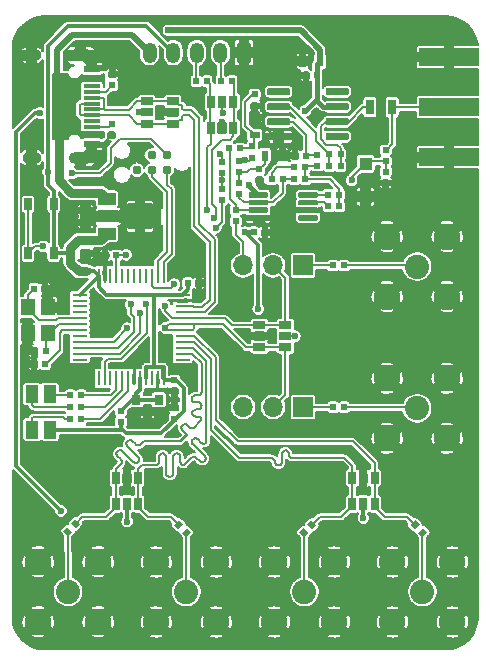
<source format=gtl>
G04 #@! TF.GenerationSoftware,KiCad,Pcbnew,5.1.5+dfsg1-2build2*
G04 #@! TF.CreationDate,2020-09-27T17:25:33+02:00*
G04 #@! TF.ProjectId,tdr,7464722e-6b69-4636-9164-5f7063625858,rev?*
G04 #@! TF.SameCoordinates,Original*
G04 #@! TF.FileFunction,Copper,L1,Top*
G04 #@! TF.FilePolarity,Positive*
%FSLAX46Y46*%
G04 Gerber Fmt 4.6, Leading zero omitted, Abs format (unit mm)*
G04 Created by KiCad (PCBNEW 5.1.5+dfsg1-2build2) date 2020-09-27 17:25:33*
%MOMM*%
%LPD*%
G04 APERTURE LIST*
%ADD10R,0.500000X0.600000*%
%ADD11R,0.600000X0.900000*%
%ADD12C,2.250000*%
%ADD13C,2.050000*%
%ADD14R,1.200000X1.400000*%
%ADD15C,0.100000*%
%ADD16R,0.650000X1.060000*%
%ADD17R,1.060000X0.650000*%
%ADD18R,0.800000X0.900000*%
%ADD19R,0.250000X1.300000*%
%ADD20R,1.300000X0.250000*%
%ADD21R,1.840000X2.200000*%
%ADD22R,1.500000X1.000000*%
%ADD23R,1.800000X1.000000*%
%ADD24R,0.650000X1.050000*%
%ADD25R,0.600000X0.500000*%
%ADD26R,0.700000X1.300000*%
%ADD27C,0.784860*%
%ADD28O,1.700000X1.700000*%
%ADD29R,1.700000X1.700000*%
%ADD30R,5.080000X1.500000*%
%ADD31O,1.200000X1.750000*%
%ADD32R,1.450000X0.600000*%
%ADD33O,2.100000X1.000000*%
%ADD34O,1.600000X1.000000*%
%ADD35R,1.450000X0.300000*%
%ADD36R,1.100000X1.100000*%
%ADD37R,1.100000X1.500000*%
%ADD38R,0.900000X0.600000*%
%ADD39C,0.600000*%
%ADD40C,0.200000*%
%ADD41C,0.400000*%
%ADD42C,0.300000*%
%ADD43C,0.800000*%
%ADD44C,0.500000*%
%ADD45C,0.154000*%
G04 APERTURE END LIST*
D10*
X131670000Y-68600000D03*
X130730000Y-68600000D03*
X135130000Y-55300000D03*
X136070000Y-55300000D03*
D11*
X134850000Y-54100000D03*
X136350000Y-54100000D03*
D12*
X142010000Y-86040000D03*
X142010000Y-80960000D03*
X147090000Y-80960000D03*
X147090000Y-86040000D03*
D13*
X144550000Y-83500000D03*
D12*
X112460000Y-96500000D03*
X117540000Y-96500000D03*
X117540000Y-101580000D03*
X112460000Y-101580000D03*
D13*
X115000000Y-99040000D03*
D12*
X122460000Y-96510000D03*
X127540000Y-96510000D03*
X127540000Y-101590000D03*
X122460000Y-101590000D03*
D13*
X125000000Y-99050000D03*
D12*
X132460000Y-96510000D03*
X137540000Y-96510000D03*
X137540000Y-101590000D03*
X132460000Y-101590000D03*
D13*
X135000000Y-99050000D03*
D12*
X142460000Y-96510000D03*
X147540000Y-96510000D03*
X147540000Y-101590000D03*
X142460000Y-101590000D03*
D13*
X145000000Y-99050000D03*
D12*
X142010000Y-74040000D03*
X142010000Y-68960000D03*
X147090000Y-68960000D03*
X147090000Y-74040000D03*
D13*
X144550000Y-71500000D03*
D14*
X113275379Y-74935786D03*
X113275379Y-77135786D03*
X111575379Y-77135786D03*
X111575379Y-74935786D03*
G04 #@! TA.AperFunction,SMDPad,CuDef*
D15*
G36*
X138614703Y-56395722D02*
G01*
X138629264Y-56397882D01*
X138643543Y-56401459D01*
X138657403Y-56406418D01*
X138670710Y-56412712D01*
X138683336Y-56420280D01*
X138695159Y-56429048D01*
X138706066Y-56438934D01*
X138715952Y-56449841D01*
X138724720Y-56461664D01*
X138732288Y-56474290D01*
X138738582Y-56487597D01*
X138743541Y-56501457D01*
X138747118Y-56515736D01*
X138749278Y-56530297D01*
X138750000Y-56545000D01*
X138750000Y-56845000D01*
X138749278Y-56859703D01*
X138747118Y-56874264D01*
X138743541Y-56888543D01*
X138738582Y-56902403D01*
X138732288Y-56915710D01*
X138724720Y-56928336D01*
X138715952Y-56940159D01*
X138706066Y-56951066D01*
X138695159Y-56960952D01*
X138683336Y-56969720D01*
X138670710Y-56977288D01*
X138657403Y-56983582D01*
X138643543Y-56988541D01*
X138629264Y-56992118D01*
X138614703Y-56994278D01*
X138600000Y-56995000D01*
X136950000Y-56995000D01*
X136935297Y-56994278D01*
X136920736Y-56992118D01*
X136906457Y-56988541D01*
X136892597Y-56983582D01*
X136879290Y-56977288D01*
X136866664Y-56969720D01*
X136854841Y-56960952D01*
X136843934Y-56951066D01*
X136834048Y-56940159D01*
X136825280Y-56928336D01*
X136817712Y-56915710D01*
X136811418Y-56902403D01*
X136806459Y-56888543D01*
X136802882Y-56874264D01*
X136800722Y-56859703D01*
X136800000Y-56845000D01*
X136800000Y-56545000D01*
X136800722Y-56530297D01*
X136802882Y-56515736D01*
X136806459Y-56501457D01*
X136811418Y-56487597D01*
X136817712Y-56474290D01*
X136825280Y-56461664D01*
X136834048Y-56449841D01*
X136843934Y-56438934D01*
X136854841Y-56429048D01*
X136866664Y-56420280D01*
X136879290Y-56412712D01*
X136892597Y-56406418D01*
X136906457Y-56401459D01*
X136920736Y-56397882D01*
X136935297Y-56395722D01*
X136950000Y-56395000D01*
X138600000Y-56395000D01*
X138614703Y-56395722D01*
G37*
G04 #@! TD.AperFunction*
G04 #@! TA.AperFunction,SMDPad,CuDef*
G36*
X138614703Y-57665722D02*
G01*
X138629264Y-57667882D01*
X138643543Y-57671459D01*
X138657403Y-57676418D01*
X138670710Y-57682712D01*
X138683336Y-57690280D01*
X138695159Y-57699048D01*
X138706066Y-57708934D01*
X138715952Y-57719841D01*
X138724720Y-57731664D01*
X138732288Y-57744290D01*
X138738582Y-57757597D01*
X138743541Y-57771457D01*
X138747118Y-57785736D01*
X138749278Y-57800297D01*
X138750000Y-57815000D01*
X138750000Y-58115000D01*
X138749278Y-58129703D01*
X138747118Y-58144264D01*
X138743541Y-58158543D01*
X138738582Y-58172403D01*
X138732288Y-58185710D01*
X138724720Y-58198336D01*
X138715952Y-58210159D01*
X138706066Y-58221066D01*
X138695159Y-58230952D01*
X138683336Y-58239720D01*
X138670710Y-58247288D01*
X138657403Y-58253582D01*
X138643543Y-58258541D01*
X138629264Y-58262118D01*
X138614703Y-58264278D01*
X138600000Y-58265000D01*
X136950000Y-58265000D01*
X136935297Y-58264278D01*
X136920736Y-58262118D01*
X136906457Y-58258541D01*
X136892597Y-58253582D01*
X136879290Y-58247288D01*
X136866664Y-58239720D01*
X136854841Y-58230952D01*
X136843934Y-58221066D01*
X136834048Y-58210159D01*
X136825280Y-58198336D01*
X136817712Y-58185710D01*
X136811418Y-58172403D01*
X136806459Y-58158543D01*
X136802882Y-58144264D01*
X136800722Y-58129703D01*
X136800000Y-58115000D01*
X136800000Y-57815000D01*
X136800722Y-57800297D01*
X136802882Y-57785736D01*
X136806459Y-57771457D01*
X136811418Y-57757597D01*
X136817712Y-57744290D01*
X136825280Y-57731664D01*
X136834048Y-57719841D01*
X136843934Y-57708934D01*
X136854841Y-57699048D01*
X136866664Y-57690280D01*
X136879290Y-57682712D01*
X136892597Y-57676418D01*
X136906457Y-57671459D01*
X136920736Y-57667882D01*
X136935297Y-57665722D01*
X136950000Y-57665000D01*
X138600000Y-57665000D01*
X138614703Y-57665722D01*
G37*
G04 #@! TD.AperFunction*
G04 #@! TA.AperFunction,SMDPad,CuDef*
G36*
X138614703Y-58935722D02*
G01*
X138629264Y-58937882D01*
X138643543Y-58941459D01*
X138657403Y-58946418D01*
X138670710Y-58952712D01*
X138683336Y-58960280D01*
X138695159Y-58969048D01*
X138706066Y-58978934D01*
X138715952Y-58989841D01*
X138724720Y-59001664D01*
X138732288Y-59014290D01*
X138738582Y-59027597D01*
X138743541Y-59041457D01*
X138747118Y-59055736D01*
X138749278Y-59070297D01*
X138750000Y-59085000D01*
X138750000Y-59385000D01*
X138749278Y-59399703D01*
X138747118Y-59414264D01*
X138743541Y-59428543D01*
X138738582Y-59442403D01*
X138732288Y-59455710D01*
X138724720Y-59468336D01*
X138715952Y-59480159D01*
X138706066Y-59491066D01*
X138695159Y-59500952D01*
X138683336Y-59509720D01*
X138670710Y-59517288D01*
X138657403Y-59523582D01*
X138643543Y-59528541D01*
X138629264Y-59532118D01*
X138614703Y-59534278D01*
X138600000Y-59535000D01*
X136950000Y-59535000D01*
X136935297Y-59534278D01*
X136920736Y-59532118D01*
X136906457Y-59528541D01*
X136892597Y-59523582D01*
X136879290Y-59517288D01*
X136866664Y-59509720D01*
X136854841Y-59500952D01*
X136843934Y-59491066D01*
X136834048Y-59480159D01*
X136825280Y-59468336D01*
X136817712Y-59455710D01*
X136811418Y-59442403D01*
X136806459Y-59428543D01*
X136802882Y-59414264D01*
X136800722Y-59399703D01*
X136800000Y-59385000D01*
X136800000Y-59085000D01*
X136800722Y-59070297D01*
X136802882Y-59055736D01*
X136806459Y-59041457D01*
X136811418Y-59027597D01*
X136817712Y-59014290D01*
X136825280Y-59001664D01*
X136834048Y-58989841D01*
X136843934Y-58978934D01*
X136854841Y-58969048D01*
X136866664Y-58960280D01*
X136879290Y-58952712D01*
X136892597Y-58946418D01*
X136906457Y-58941459D01*
X136920736Y-58937882D01*
X136935297Y-58935722D01*
X136950000Y-58935000D01*
X138600000Y-58935000D01*
X138614703Y-58935722D01*
G37*
G04 #@! TD.AperFunction*
G04 #@! TA.AperFunction,SMDPad,CuDef*
G36*
X138614703Y-60205722D02*
G01*
X138629264Y-60207882D01*
X138643543Y-60211459D01*
X138657403Y-60216418D01*
X138670710Y-60222712D01*
X138683336Y-60230280D01*
X138695159Y-60239048D01*
X138706066Y-60248934D01*
X138715952Y-60259841D01*
X138724720Y-60271664D01*
X138732288Y-60284290D01*
X138738582Y-60297597D01*
X138743541Y-60311457D01*
X138747118Y-60325736D01*
X138749278Y-60340297D01*
X138750000Y-60355000D01*
X138750000Y-60655000D01*
X138749278Y-60669703D01*
X138747118Y-60684264D01*
X138743541Y-60698543D01*
X138738582Y-60712403D01*
X138732288Y-60725710D01*
X138724720Y-60738336D01*
X138715952Y-60750159D01*
X138706066Y-60761066D01*
X138695159Y-60770952D01*
X138683336Y-60779720D01*
X138670710Y-60787288D01*
X138657403Y-60793582D01*
X138643543Y-60798541D01*
X138629264Y-60802118D01*
X138614703Y-60804278D01*
X138600000Y-60805000D01*
X136950000Y-60805000D01*
X136935297Y-60804278D01*
X136920736Y-60802118D01*
X136906457Y-60798541D01*
X136892597Y-60793582D01*
X136879290Y-60787288D01*
X136866664Y-60779720D01*
X136854841Y-60770952D01*
X136843934Y-60761066D01*
X136834048Y-60750159D01*
X136825280Y-60738336D01*
X136817712Y-60725710D01*
X136811418Y-60712403D01*
X136806459Y-60698543D01*
X136802882Y-60684264D01*
X136800722Y-60669703D01*
X136800000Y-60655000D01*
X136800000Y-60355000D01*
X136800722Y-60340297D01*
X136802882Y-60325736D01*
X136806459Y-60311457D01*
X136811418Y-60297597D01*
X136817712Y-60284290D01*
X136825280Y-60271664D01*
X136834048Y-60259841D01*
X136843934Y-60248934D01*
X136854841Y-60239048D01*
X136866664Y-60230280D01*
X136879290Y-60222712D01*
X136892597Y-60216418D01*
X136906457Y-60211459D01*
X136920736Y-60207882D01*
X136935297Y-60205722D01*
X136950000Y-60205000D01*
X138600000Y-60205000D01*
X138614703Y-60205722D01*
G37*
G04 #@! TD.AperFunction*
G04 #@! TA.AperFunction,SMDPad,CuDef*
G36*
X133664703Y-60205722D02*
G01*
X133679264Y-60207882D01*
X133693543Y-60211459D01*
X133707403Y-60216418D01*
X133720710Y-60222712D01*
X133733336Y-60230280D01*
X133745159Y-60239048D01*
X133756066Y-60248934D01*
X133765952Y-60259841D01*
X133774720Y-60271664D01*
X133782288Y-60284290D01*
X133788582Y-60297597D01*
X133793541Y-60311457D01*
X133797118Y-60325736D01*
X133799278Y-60340297D01*
X133800000Y-60355000D01*
X133800000Y-60655000D01*
X133799278Y-60669703D01*
X133797118Y-60684264D01*
X133793541Y-60698543D01*
X133788582Y-60712403D01*
X133782288Y-60725710D01*
X133774720Y-60738336D01*
X133765952Y-60750159D01*
X133756066Y-60761066D01*
X133745159Y-60770952D01*
X133733336Y-60779720D01*
X133720710Y-60787288D01*
X133707403Y-60793582D01*
X133693543Y-60798541D01*
X133679264Y-60802118D01*
X133664703Y-60804278D01*
X133650000Y-60805000D01*
X132000000Y-60805000D01*
X131985297Y-60804278D01*
X131970736Y-60802118D01*
X131956457Y-60798541D01*
X131942597Y-60793582D01*
X131929290Y-60787288D01*
X131916664Y-60779720D01*
X131904841Y-60770952D01*
X131893934Y-60761066D01*
X131884048Y-60750159D01*
X131875280Y-60738336D01*
X131867712Y-60725710D01*
X131861418Y-60712403D01*
X131856459Y-60698543D01*
X131852882Y-60684264D01*
X131850722Y-60669703D01*
X131850000Y-60655000D01*
X131850000Y-60355000D01*
X131850722Y-60340297D01*
X131852882Y-60325736D01*
X131856459Y-60311457D01*
X131861418Y-60297597D01*
X131867712Y-60284290D01*
X131875280Y-60271664D01*
X131884048Y-60259841D01*
X131893934Y-60248934D01*
X131904841Y-60239048D01*
X131916664Y-60230280D01*
X131929290Y-60222712D01*
X131942597Y-60216418D01*
X131956457Y-60211459D01*
X131970736Y-60207882D01*
X131985297Y-60205722D01*
X132000000Y-60205000D01*
X133650000Y-60205000D01*
X133664703Y-60205722D01*
G37*
G04 #@! TD.AperFunction*
G04 #@! TA.AperFunction,SMDPad,CuDef*
G36*
X133664703Y-58935722D02*
G01*
X133679264Y-58937882D01*
X133693543Y-58941459D01*
X133707403Y-58946418D01*
X133720710Y-58952712D01*
X133733336Y-58960280D01*
X133745159Y-58969048D01*
X133756066Y-58978934D01*
X133765952Y-58989841D01*
X133774720Y-59001664D01*
X133782288Y-59014290D01*
X133788582Y-59027597D01*
X133793541Y-59041457D01*
X133797118Y-59055736D01*
X133799278Y-59070297D01*
X133800000Y-59085000D01*
X133800000Y-59385000D01*
X133799278Y-59399703D01*
X133797118Y-59414264D01*
X133793541Y-59428543D01*
X133788582Y-59442403D01*
X133782288Y-59455710D01*
X133774720Y-59468336D01*
X133765952Y-59480159D01*
X133756066Y-59491066D01*
X133745159Y-59500952D01*
X133733336Y-59509720D01*
X133720710Y-59517288D01*
X133707403Y-59523582D01*
X133693543Y-59528541D01*
X133679264Y-59532118D01*
X133664703Y-59534278D01*
X133650000Y-59535000D01*
X132000000Y-59535000D01*
X131985297Y-59534278D01*
X131970736Y-59532118D01*
X131956457Y-59528541D01*
X131942597Y-59523582D01*
X131929290Y-59517288D01*
X131916664Y-59509720D01*
X131904841Y-59500952D01*
X131893934Y-59491066D01*
X131884048Y-59480159D01*
X131875280Y-59468336D01*
X131867712Y-59455710D01*
X131861418Y-59442403D01*
X131856459Y-59428543D01*
X131852882Y-59414264D01*
X131850722Y-59399703D01*
X131850000Y-59385000D01*
X131850000Y-59085000D01*
X131850722Y-59070297D01*
X131852882Y-59055736D01*
X131856459Y-59041457D01*
X131861418Y-59027597D01*
X131867712Y-59014290D01*
X131875280Y-59001664D01*
X131884048Y-58989841D01*
X131893934Y-58978934D01*
X131904841Y-58969048D01*
X131916664Y-58960280D01*
X131929290Y-58952712D01*
X131942597Y-58946418D01*
X131956457Y-58941459D01*
X131970736Y-58937882D01*
X131985297Y-58935722D01*
X132000000Y-58935000D01*
X133650000Y-58935000D01*
X133664703Y-58935722D01*
G37*
G04 #@! TD.AperFunction*
G04 #@! TA.AperFunction,SMDPad,CuDef*
G36*
X133664703Y-57665722D02*
G01*
X133679264Y-57667882D01*
X133693543Y-57671459D01*
X133707403Y-57676418D01*
X133720710Y-57682712D01*
X133733336Y-57690280D01*
X133745159Y-57699048D01*
X133756066Y-57708934D01*
X133765952Y-57719841D01*
X133774720Y-57731664D01*
X133782288Y-57744290D01*
X133788582Y-57757597D01*
X133793541Y-57771457D01*
X133797118Y-57785736D01*
X133799278Y-57800297D01*
X133800000Y-57815000D01*
X133800000Y-58115000D01*
X133799278Y-58129703D01*
X133797118Y-58144264D01*
X133793541Y-58158543D01*
X133788582Y-58172403D01*
X133782288Y-58185710D01*
X133774720Y-58198336D01*
X133765952Y-58210159D01*
X133756066Y-58221066D01*
X133745159Y-58230952D01*
X133733336Y-58239720D01*
X133720710Y-58247288D01*
X133707403Y-58253582D01*
X133693543Y-58258541D01*
X133679264Y-58262118D01*
X133664703Y-58264278D01*
X133650000Y-58265000D01*
X132000000Y-58265000D01*
X131985297Y-58264278D01*
X131970736Y-58262118D01*
X131956457Y-58258541D01*
X131942597Y-58253582D01*
X131929290Y-58247288D01*
X131916664Y-58239720D01*
X131904841Y-58230952D01*
X131893934Y-58221066D01*
X131884048Y-58210159D01*
X131875280Y-58198336D01*
X131867712Y-58185710D01*
X131861418Y-58172403D01*
X131856459Y-58158543D01*
X131852882Y-58144264D01*
X131850722Y-58129703D01*
X131850000Y-58115000D01*
X131850000Y-57815000D01*
X131850722Y-57800297D01*
X131852882Y-57785736D01*
X131856459Y-57771457D01*
X131861418Y-57757597D01*
X131867712Y-57744290D01*
X131875280Y-57731664D01*
X131884048Y-57719841D01*
X131893934Y-57708934D01*
X131904841Y-57699048D01*
X131916664Y-57690280D01*
X131929290Y-57682712D01*
X131942597Y-57676418D01*
X131956457Y-57671459D01*
X131970736Y-57667882D01*
X131985297Y-57665722D01*
X132000000Y-57665000D01*
X133650000Y-57665000D01*
X133664703Y-57665722D01*
G37*
G04 #@! TD.AperFunction*
G04 #@! TA.AperFunction,SMDPad,CuDef*
G36*
X133664703Y-56395722D02*
G01*
X133679264Y-56397882D01*
X133693543Y-56401459D01*
X133707403Y-56406418D01*
X133720710Y-56412712D01*
X133733336Y-56420280D01*
X133745159Y-56429048D01*
X133756066Y-56438934D01*
X133765952Y-56449841D01*
X133774720Y-56461664D01*
X133782288Y-56474290D01*
X133788582Y-56487597D01*
X133793541Y-56501457D01*
X133797118Y-56515736D01*
X133799278Y-56530297D01*
X133800000Y-56545000D01*
X133800000Y-56845000D01*
X133799278Y-56859703D01*
X133797118Y-56874264D01*
X133793541Y-56888543D01*
X133788582Y-56902403D01*
X133782288Y-56915710D01*
X133774720Y-56928336D01*
X133765952Y-56940159D01*
X133756066Y-56951066D01*
X133745159Y-56960952D01*
X133733336Y-56969720D01*
X133720710Y-56977288D01*
X133707403Y-56983582D01*
X133693543Y-56988541D01*
X133679264Y-56992118D01*
X133664703Y-56994278D01*
X133650000Y-56995000D01*
X132000000Y-56995000D01*
X131985297Y-56994278D01*
X131970736Y-56992118D01*
X131956457Y-56988541D01*
X131942597Y-56983582D01*
X131929290Y-56977288D01*
X131916664Y-56969720D01*
X131904841Y-56960952D01*
X131893934Y-56951066D01*
X131884048Y-56940159D01*
X131875280Y-56928336D01*
X131867712Y-56915710D01*
X131861418Y-56902403D01*
X131856459Y-56888543D01*
X131852882Y-56874264D01*
X131850722Y-56859703D01*
X131850000Y-56845000D01*
X131850000Y-56545000D01*
X131850722Y-56530297D01*
X131852882Y-56515736D01*
X131856459Y-56501457D01*
X131861418Y-56487597D01*
X131867712Y-56474290D01*
X131875280Y-56461664D01*
X131884048Y-56449841D01*
X131893934Y-56438934D01*
X131904841Y-56429048D01*
X131916664Y-56420280D01*
X131929290Y-56412712D01*
X131942597Y-56406418D01*
X131956457Y-56401459D01*
X131970736Y-56397882D01*
X131985297Y-56395722D01*
X132000000Y-56395000D01*
X133650000Y-56395000D01*
X133664703Y-56395722D01*
G37*
G04 #@! TD.AperFunction*
D16*
X128050000Y-57550000D03*
X127100000Y-57550000D03*
X129000000Y-57550000D03*
X129000000Y-59750000D03*
X128050000Y-59750000D03*
X127100000Y-59750000D03*
G04 #@! TA.AperFunction,SMDPad,CuDef*
D15*
G36*
X136012252Y-65175602D02*
G01*
X136024386Y-65177402D01*
X136036286Y-65180382D01*
X136047835Y-65184515D01*
X136058925Y-65189760D01*
X136069446Y-65196066D01*
X136079299Y-65203374D01*
X136088388Y-65211612D01*
X136096626Y-65220701D01*
X136103934Y-65230554D01*
X136110240Y-65241075D01*
X136115485Y-65252165D01*
X136119618Y-65263714D01*
X136122598Y-65275614D01*
X136124398Y-65287748D01*
X136125000Y-65300000D01*
X136125000Y-65550000D01*
X136124398Y-65562252D01*
X136122598Y-65574386D01*
X136119618Y-65586286D01*
X136115485Y-65597835D01*
X136110240Y-65608925D01*
X136103934Y-65619446D01*
X136096626Y-65629299D01*
X136088388Y-65638388D01*
X136079299Y-65646626D01*
X136069446Y-65653934D01*
X136058925Y-65660240D01*
X136047835Y-65665485D01*
X136036286Y-65669618D01*
X136024386Y-65672598D01*
X136012252Y-65674398D01*
X136000000Y-65675000D01*
X134625000Y-65675000D01*
X134612748Y-65674398D01*
X134600614Y-65672598D01*
X134588714Y-65669618D01*
X134577165Y-65665485D01*
X134566075Y-65660240D01*
X134555554Y-65653934D01*
X134545701Y-65646626D01*
X134536612Y-65638388D01*
X134528374Y-65629299D01*
X134521066Y-65619446D01*
X134514760Y-65608925D01*
X134509515Y-65597835D01*
X134505382Y-65586286D01*
X134502402Y-65574386D01*
X134500602Y-65562252D01*
X134500000Y-65550000D01*
X134500000Y-65300000D01*
X134500602Y-65287748D01*
X134502402Y-65275614D01*
X134505382Y-65263714D01*
X134509515Y-65252165D01*
X134514760Y-65241075D01*
X134521066Y-65230554D01*
X134528374Y-65220701D01*
X134536612Y-65211612D01*
X134545701Y-65203374D01*
X134555554Y-65196066D01*
X134566075Y-65189760D01*
X134577165Y-65184515D01*
X134588714Y-65180382D01*
X134600614Y-65177402D01*
X134612748Y-65175602D01*
X134625000Y-65175000D01*
X136000000Y-65175000D01*
X136012252Y-65175602D01*
G37*
G04 #@! TD.AperFunction*
G04 #@! TA.AperFunction,SMDPad,CuDef*
G36*
X136012252Y-65825602D02*
G01*
X136024386Y-65827402D01*
X136036286Y-65830382D01*
X136047835Y-65834515D01*
X136058925Y-65839760D01*
X136069446Y-65846066D01*
X136079299Y-65853374D01*
X136088388Y-65861612D01*
X136096626Y-65870701D01*
X136103934Y-65880554D01*
X136110240Y-65891075D01*
X136115485Y-65902165D01*
X136119618Y-65913714D01*
X136122598Y-65925614D01*
X136124398Y-65937748D01*
X136125000Y-65950000D01*
X136125000Y-66200000D01*
X136124398Y-66212252D01*
X136122598Y-66224386D01*
X136119618Y-66236286D01*
X136115485Y-66247835D01*
X136110240Y-66258925D01*
X136103934Y-66269446D01*
X136096626Y-66279299D01*
X136088388Y-66288388D01*
X136079299Y-66296626D01*
X136069446Y-66303934D01*
X136058925Y-66310240D01*
X136047835Y-66315485D01*
X136036286Y-66319618D01*
X136024386Y-66322598D01*
X136012252Y-66324398D01*
X136000000Y-66325000D01*
X134625000Y-66325000D01*
X134612748Y-66324398D01*
X134600614Y-66322598D01*
X134588714Y-66319618D01*
X134577165Y-66315485D01*
X134566075Y-66310240D01*
X134555554Y-66303934D01*
X134545701Y-66296626D01*
X134536612Y-66288388D01*
X134528374Y-66279299D01*
X134521066Y-66269446D01*
X134514760Y-66258925D01*
X134509515Y-66247835D01*
X134505382Y-66236286D01*
X134502402Y-66224386D01*
X134500602Y-66212252D01*
X134500000Y-66200000D01*
X134500000Y-65950000D01*
X134500602Y-65937748D01*
X134502402Y-65925614D01*
X134505382Y-65913714D01*
X134509515Y-65902165D01*
X134514760Y-65891075D01*
X134521066Y-65880554D01*
X134528374Y-65870701D01*
X134536612Y-65861612D01*
X134545701Y-65853374D01*
X134555554Y-65846066D01*
X134566075Y-65839760D01*
X134577165Y-65834515D01*
X134588714Y-65830382D01*
X134600614Y-65827402D01*
X134612748Y-65825602D01*
X134625000Y-65825000D01*
X136000000Y-65825000D01*
X136012252Y-65825602D01*
G37*
G04 #@! TD.AperFunction*
G04 #@! TA.AperFunction,SMDPad,CuDef*
G36*
X136012252Y-66475602D02*
G01*
X136024386Y-66477402D01*
X136036286Y-66480382D01*
X136047835Y-66484515D01*
X136058925Y-66489760D01*
X136069446Y-66496066D01*
X136079299Y-66503374D01*
X136088388Y-66511612D01*
X136096626Y-66520701D01*
X136103934Y-66530554D01*
X136110240Y-66541075D01*
X136115485Y-66552165D01*
X136119618Y-66563714D01*
X136122598Y-66575614D01*
X136124398Y-66587748D01*
X136125000Y-66600000D01*
X136125000Y-66850000D01*
X136124398Y-66862252D01*
X136122598Y-66874386D01*
X136119618Y-66886286D01*
X136115485Y-66897835D01*
X136110240Y-66908925D01*
X136103934Y-66919446D01*
X136096626Y-66929299D01*
X136088388Y-66938388D01*
X136079299Y-66946626D01*
X136069446Y-66953934D01*
X136058925Y-66960240D01*
X136047835Y-66965485D01*
X136036286Y-66969618D01*
X136024386Y-66972598D01*
X136012252Y-66974398D01*
X136000000Y-66975000D01*
X134625000Y-66975000D01*
X134612748Y-66974398D01*
X134600614Y-66972598D01*
X134588714Y-66969618D01*
X134577165Y-66965485D01*
X134566075Y-66960240D01*
X134555554Y-66953934D01*
X134545701Y-66946626D01*
X134536612Y-66938388D01*
X134528374Y-66929299D01*
X134521066Y-66919446D01*
X134514760Y-66908925D01*
X134509515Y-66897835D01*
X134505382Y-66886286D01*
X134502402Y-66874386D01*
X134500602Y-66862252D01*
X134500000Y-66850000D01*
X134500000Y-66600000D01*
X134500602Y-66587748D01*
X134502402Y-66575614D01*
X134505382Y-66563714D01*
X134509515Y-66552165D01*
X134514760Y-66541075D01*
X134521066Y-66530554D01*
X134528374Y-66520701D01*
X134536612Y-66511612D01*
X134545701Y-66503374D01*
X134555554Y-66496066D01*
X134566075Y-66489760D01*
X134577165Y-66484515D01*
X134588714Y-66480382D01*
X134600614Y-66477402D01*
X134612748Y-66475602D01*
X134625000Y-66475000D01*
X136000000Y-66475000D01*
X136012252Y-66475602D01*
G37*
G04 #@! TD.AperFunction*
G04 #@! TA.AperFunction,SMDPad,CuDef*
G36*
X136012252Y-67125602D02*
G01*
X136024386Y-67127402D01*
X136036286Y-67130382D01*
X136047835Y-67134515D01*
X136058925Y-67139760D01*
X136069446Y-67146066D01*
X136079299Y-67153374D01*
X136088388Y-67161612D01*
X136096626Y-67170701D01*
X136103934Y-67180554D01*
X136110240Y-67191075D01*
X136115485Y-67202165D01*
X136119618Y-67213714D01*
X136122598Y-67225614D01*
X136124398Y-67237748D01*
X136125000Y-67250000D01*
X136125000Y-67500000D01*
X136124398Y-67512252D01*
X136122598Y-67524386D01*
X136119618Y-67536286D01*
X136115485Y-67547835D01*
X136110240Y-67558925D01*
X136103934Y-67569446D01*
X136096626Y-67579299D01*
X136088388Y-67588388D01*
X136079299Y-67596626D01*
X136069446Y-67603934D01*
X136058925Y-67610240D01*
X136047835Y-67615485D01*
X136036286Y-67619618D01*
X136024386Y-67622598D01*
X136012252Y-67624398D01*
X136000000Y-67625000D01*
X134625000Y-67625000D01*
X134612748Y-67624398D01*
X134600614Y-67622598D01*
X134588714Y-67619618D01*
X134577165Y-67615485D01*
X134566075Y-67610240D01*
X134555554Y-67603934D01*
X134545701Y-67596626D01*
X134536612Y-67588388D01*
X134528374Y-67579299D01*
X134521066Y-67569446D01*
X134514760Y-67558925D01*
X134509515Y-67547835D01*
X134505382Y-67536286D01*
X134502402Y-67524386D01*
X134500602Y-67512252D01*
X134500000Y-67500000D01*
X134500000Y-67250000D01*
X134500602Y-67237748D01*
X134502402Y-67225614D01*
X134505382Y-67213714D01*
X134509515Y-67202165D01*
X134514760Y-67191075D01*
X134521066Y-67180554D01*
X134528374Y-67170701D01*
X134536612Y-67161612D01*
X134545701Y-67153374D01*
X134555554Y-67146066D01*
X134566075Y-67139760D01*
X134577165Y-67134515D01*
X134588714Y-67130382D01*
X134600614Y-67127402D01*
X134612748Y-67125602D01*
X134625000Y-67125000D01*
X136000000Y-67125000D01*
X136012252Y-67125602D01*
G37*
G04 #@! TD.AperFunction*
G04 #@! TA.AperFunction,SMDPad,CuDef*
G36*
X131787252Y-67125602D02*
G01*
X131799386Y-67127402D01*
X131811286Y-67130382D01*
X131822835Y-67134515D01*
X131833925Y-67139760D01*
X131844446Y-67146066D01*
X131854299Y-67153374D01*
X131863388Y-67161612D01*
X131871626Y-67170701D01*
X131878934Y-67180554D01*
X131885240Y-67191075D01*
X131890485Y-67202165D01*
X131894618Y-67213714D01*
X131897598Y-67225614D01*
X131899398Y-67237748D01*
X131900000Y-67250000D01*
X131900000Y-67500000D01*
X131899398Y-67512252D01*
X131897598Y-67524386D01*
X131894618Y-67536286D01*
X131890485Y-67547835D01*
X131885240Y-67558925D01*
X131878934Y-67569446D01*
X131871626Y-67579299D01*
X131863388Y-67588388D01*
X131854299Y-67596626D01*
X131844446Y-67603934D01*
X131833925Y-67610240D01*
X131822835Y-67615485D01*
X131811286Y-67619618D01*
X131799386Y-67622598D01*
X131787252Y-67624398D01*
X131775000Y-67625000D01*
X130400000Y-67625000D01*
X130387748Y-67624398D01*
X130375614Y-67622598D01*
X130363714Y-67619618D01*
X130352165Y-67615485D01*
X130341075Y-67610240D01*
X130330554Y-67603934D01*
X130320701Y-67596626D01*
X130311612Y-67588388D01*
X130303374Y-67579299D01*
X130296066Y-67569446D01*
X130289760Y-67558925D01*
X130284515Y-67547835D01*
X130280382Y-67536286D01*
X130277402Y-67524386D01*
X130275602Y-67512252D01*
X130275000Y-67500000D01*
X130275000Y-67250000D01*
X130275602Y-67237748D01*
X130277402Y-67225614D01*
X130280382Y-67213714D01*
X130284515Y-67202165D01*
X130289760Y-67191075D01*
X130296066Y-67180554D01*
X130303374Y-67170701D01*
X130311612Y-67161612D01*
X130320701Y-67153374D01*
X130330554Y-67146066D01*
X130341075Y-67139760D01*
X130352165Y-67134515D01*
X130363714Y-67130382D01*
X130375614Y-67127402D01*
X130387748Y-67125602D01*
X130400000Y-67125000D01*
X131775000Y-67125000D01*
X131787252Y-67125602D01*
G37*
G04 #@! TD.AperFunction*
G04 #@! TA.AperFunction,SMDPad,CuDef*
G36*
X131787252Y-66475602D02*
G01*
X131799386Y-66477402D01*
X131811286Y-66480382D01*
X131822835Y-66484515D01*
X131833925Y-66489760D01*
X131844446Y-66496066D01*
X131854299Y-66503374D01*
X131863388Y-66511612D01*
X131871626Y-66520701D01*
X131878934Y-66530554D01*
X131885240Y-66541075D01*
X131890485Y-66552165D01*
X131894618Y-66563714D01*
X131897598Y-66575614D01*
X131899398Y-66587748D01*
X131900000Y-66600000D01*
X131900000Y-66850000D01*
X131899398Y-66862252D01*
X131897598Y-66874386D01*
X131894618Y-66886286D01*
X131890485Y-66897835D01*
X131885240Y-66908925D01*
X131878934Y-66919446D01*
X131871626Y-66929299D01*
X131863388Y-66938388D01*
X131854299Y-66946626D01*
X131844446Y-66953934D01*
X131833925Y-66960240D01*
X131822835Y-66965485D01*
X131811286Y-66969618D01*
X131799386Y-66972598D01*
X131787252Y-66974398D01*
X131775000Y-66975000D01*
X130400000Y-66975000D01*
X130387748Y-66974398D01*
X130375614Y-66972598D01*
X130363714Y-66969618D01*
X130352165Y-66965485D01*
X130341075Y-66960240D01*
X130330554Y-66953934D01*
X130320701Y-66946626D01*
X130311612Y-66938388D01*
X130303374Y-66929299D01*
X130296066Y-66919446D01*
X130289760Y-66908925D01*
X130284515Y-66897835D01*
X130280382Y-66886286D01*
X130277402Y-66874386D01*
X130275602Y-66862252D01*
X130275000Y-66850000D01*
X130275000Y-66600000D01*
X130275602Y-66587748D01*
X130277402Y-66575614D01*
X130280382Y-66563714D01*
X130284515Y-66552165D01*
X130289760Y-66541075D01*
X130296066Y-66530554D01*
X130303374Y-66520701D01*
X130311612Y-66511612D01*
X130320701Y-66503374D01*
X130330554Y-66496066D01*
X130341075Y-66489760D01*
X130352165Y-66484515D01*
X130363714Y-66480382D01*
X130375614Y-66477402D01*
X130387748Y-66475602D01*
X130400000Y-66475000D01*
X131775000Y-66475000D01*
X131787252Y-66475602D01*
G37*
G04 #@! TD.AperFunction*
G04 #@! TA.AperFunction,SMDPad,CuDef*
G36*
X131787252Y-65825602D02*
G01*
X131799386Y-65827402D01*
X131811286Y-65830382D01*
X131822835Y-65834515D01*
X131833925Y-65839760D01*
X131844446Y-65846066D01*
X131854299Y-65853374D01*
X131863388Y-65861612D01*
X131871626Y-65870701D01*
X131878934Y-65880554D01*
X131885240Y-65891075D01*
X131890485Y-65902165D01*
X131894618Y-65913714D01*
X131897598Y-65925614D01*
X131899398Y-65937748D01*
X131900000Y-65950000D01*
X131900000Y-66200000D01*
X131899398Y-66212252D01*
X131897598Y-66224386D01*
X131894618Y-66236286D01*
X131890485Y-66247835D01*
X131885240Y-66258925D01*
X131878934Y-66269446D01*
X131871626Y-66279299D01*
X131863388Y-66288388D01*
X131854299Y-66296626D01*
X131844446Y-66303934D01*
X131833925Y-66310240D01*
X131822835Y-66315485D01*
X131811286Y-66319618D01*
X131799386Y-66322598D01*
X131787252Y-66324398D01*
X131775000Y-66325000D01*
X130400000Y-66325000D01*
X130387748Y-66324398D01*
X130375614Y-66322598D01*
X130363714Y-66319618D01*
X130352165Y-66315485D01*
X130341075Y-66310240D01*
X130330554Y-66303934D01*
X130320701Y-66296626D01*
X130311612Y-66288388D01*
X130303374Y-66279299D01*
X130296066Y-66269446D01*
X130289760Y-66258925D01*
X130284515Y-66247835D01*
X130280382Y-66236286D01*
X130277402Y-66224386D01*
X130275602Y-66212252D01*
X130275000Y-66200000D01*
X130275000Y-65950000D01*
X130275602Y-65937748D01*
X130277402Y-65925614D01*
X130280382Y-65913714D01*
X130284515Y-65902165D01*
X130289760Y-65891075D01*
X130296066Y-65880554D01*
X130303374Y-65870701D01*
X130311612Y-65861612D01*
X130320701Y-65853374D01*
X130330554Y-65846066D01*
X130341075Y-65839760D01*
X130352165Y-65834515D01*
X130363714Y-65830382D01*
X130375614Y-65827402D01*
X130387748Y-65825602D01*
X130400000Y-65825000D01*
X131775000Y-65825000D01*
X131787252Y-65825602D01*
G37*
G04 #@! TD.AperFunction*
G04 #@! TA.AperFunction,SMDPad,CuDef*
G36*
X131787252Y-65175602D02*
G01*
X131799386Y-65177402D01*
X131811286Y-65180382D01*
X131822835Y-65184515D01*
X131833925Y-65189760D01*
X131844446Y-65196066D01*
X131854299Y-65203374D01*
X131863388Y-65211612D01*
X131871626Y-65220701D01*
X131878934Y-65230554D01*
X131885240Y-65241075D01*
X131890485Y-65252165D01*
X131894618Y-65263714D01*
X131897598Y-65275614D01*
X131899398Y-65287748D01*
X131900000Y-65300000D01*
X131900000Y-65550000D01*
X131899398Y-65562252D01*
X131897598Y-65574386D01*
X131894618Y-65586286D01*
X131890485Y-65597835D01*
X131885240Y-65608925D01*
X131878934Y-65619446D01*
X131871626Y-65629299D01*
X131863388Y-65638388D01*
X131854299Y-65646626D01*
X131844446Y-65653934D01*
X131833925Y-65660240D01*
X131822835Y-65665485D01*
X131811286Y-65669618D01*
X131799386Y-65672598D01*
X131787252Y-65674398D01*
X131775000Y-65675000D01*
X130400000Y-65675000D01*
X130387748Y-65674398D01*
X130375614Y-65672598D01*
X130363714Y-65669618D01*
X130352165Y-65665485D01*
X130341075Y-65660240D01*
X130330554Y-65653934D01*
X130320701Y-65646626D01*
X130311612Y-65638388D01*
X130303374Y-65629299D01*
X130296066Y-65619446D01*
X130289760Y-65608925D01*
X130284515Y-65597835D01*
X130280382Y-65586286D01*
X130277402Y-65574386D01*
X130275602Y-65562252D01*
X130275000Y-65550000D01*
X130275000Y-65300000D01*
X130275602Y-65287748D01*
X130277402Y-65275614D01*
X130280382Y-65263714D01*
X130284515Y-65252165D01*
X130289760Y-65241075D01*
X130296066Y-65230554D01*
X130303374Y-65220701D01*
X130311612Y-65211612D01*
X130320701Y-65203374D01*
X130330554Y-65196066D01*
X130341075Y-65189760D01*
X130352165Y-65184515D01*
X130363714Y-65180382D01*
X130375614Y-65177402D01*
X130387748Y-65175602D01*
X130400000Y-65175000D01*
X131775000Y-65175000D01*
X131787252Y-65175602D01*
G37*
G04 #@! TD.AperFunction*
D16*
X120000000Y-91600000D03*
X120950000Y-91600000D03*
X119050000Y-91600000D03*
X119050000Y-89400000D03*
X120000000Y-89400000D03*
X120950000Y-89400000D03*
X140000000Y-91600000D03*
X140950000Y-91600000D03*
X139050000Y-91600000D03*
X139050000Y-89400000D03*
X140000000Y-89400000D03*
X140950000Y-89400000D03*
D17*
X133400000Y-77400000D03*
X133400000Y-76450000D03*
X133400000Y-78350000D03*
X131200000Y-78350000D03*
X131200000Y-77400000D03*
X131200000Y-76450000D03*
D18*
X121723223Y-84787436D03*
X120773223Y-82787436D03*
X122673223Y-82787436D03*
D19*
X117587437Y-72276776D03*
X118087437Y-72276776D03*
X118587437Y-72276776D03*
X119087437Y-72276776D03*
X119587437Y-72276776D03*
X120087437Y-72276776D03*
X120587437Y-72276776D03*
X121087437Y-72276776D03*
X121587437Y-72276776D03*
X122087437Y-72276776D03*
X122587437Y-72276776D03*
X123087437Y-72276776D03*
D20*
X124687437Y-73876776D03*
X124687437Y-74376776D03*
X124687437Y-74876776D03*
X124687437Y-75376776D03*
X124687437Y-75876776D03*
X124687437Y-76376776D03*
X124687437Y-76876776D03*
X124687437Y-77376776D03*
X124687437Y-77876776D03*
X124687437Y-78376776D03*
X124687437Y-78876776D03*
X124687437Y-79376776D03*
D19*
X123087437Y-80976776D03*
X122587437Y-80976776D03*
X122087437Y-80976776D03*
X121587437Y-80976776D03*
X121087437Y-80976776D03*
X120587437Y-80976776D03*
X120087437Y-80976776D03*
X119587437Y-80976776D03*
X119087437Y-80976776D03*
X118587437Y-80976776D03*
X118087437Y-80976776D03*
X117587437Y-80976776D03*
D20*
X115987437Y-79376776D03*
X115987437Y-78876776D03*
X115987437Y-78376776D03*
X115987437Y-77876776D03*
X115987437Y-77376776D03*
X115987437Y-76876776D03*
X115987437Y-76376776D03*
X115987437Y-75876776D03*
X115987437Y-75376776D03*
X115987437Y-74876776D03*
X115987437Y-74376776D03*
X115987437Y-73876776D03*
D17*
X121650000Y-58450000D03*
X121650000Y-59400000D03*
X121650000Y-57500000D03*
X123850000Y-57500000D03*
X123850000Y-58450000D03*
X123850000Y-59400000D03*
G04 #@! TA.AperFunction,SMDPad,CuDef*
D15*
G36*
X120173800Y-68350000D02*
G01*
X119173800Y-67650000D01*
X119173800Y-66850000D01*
X120173800Y-66150000D01*
X120173800Y-68350000D01*
G37*
G04 #@! TD.AperFunction*
D21*
X121083500Y-67250000D03*
D22*
X118270000Y-68750000D03*
D23*
X118416500Y-67250000D03*
D22*
X118270000Y-65750000D03*
G04 #@! TA.AperFunction,SMDPad,CuDef*
D15*
G36*
X121992000Y-66150000D02*
G01*
X122842000Y-66750000D01*
X122842000Y-67750000D01*
X121992000Y-68350000D01*
X121992000Y-66150000D01*
G37*
G04 #@! TD.AperFunction*
D24*
X113775000Y-66225000D03*
X113775000Y-70375000D03*
X111625000Y-66225000D03*
X111625000Y-70375000D03*
D10*
X127930000Y-55800000D03*
X128870000Y-55800000D03*
X125830000Y-55800000D03*
X126770000Y-55800000D03*
D25*
X141900000Y-64400000D03*
X141900000Y-63460000D03*
X141900000Y-62570000D03*
X141900000Y-61630000D03*
D26*
X140550000Y-58000000D03*
X142450000Y-58000000D03*
D10*
X138070000Y-63000000D03*
X137130000Y-63000000D03*
X137430000Y-83400000D03*
X138370000Y-83400000D03*
X134230000Y-62100000D03*
X135170000Y-62100000D03*
D25*
X136100000Y-62970000D03*
X136100000Y-62030000D03*
D10*
X137030000Y-66400000D03*
X137970000Y-66400000D03*
X137030000Y-65400000D03*
X137970000Y-65400000D03*
X134130000Y-63100000D03*
X135070000Y-63100000D03*
X134130000Y-64100000D03*
X135070000Y-64100000D03*
D25*
X129500000Y-64430000D03*
X129500000Y-65370000D03*
G04 #@! TA.AperFunction,SMDPad,CuDef*
D15*
G36*
X115667695Y-93656569D02*
G01*
X115243431Y-93232305D01*
X115596985Y-92878751D01*
X116021249Y-93303015D01*
X115667695Y-93656569D01*
G37*
G04 #@! TD.AperFunction*
G04 #@! TA.AperFunction,SMDPad,CuDef*
G36*
X115003015Y-94321249D02*
G01*
X114578751Y-93896985D01*
X114932305Y-93543431D01*
X115356569Y-93967695D01*
X115003015Y-94321249D01*
G37*
G04 #@! TD.AperFunction*
G04 #@! TA.AperFunction,SMDPad,CuDef*
G36*
X124756569Y-93332305D02*
G01*
X124332305Y-93756569D01*
X123978751Y-93403015D01*
X124403015Y-92978751D01*
X124756569Y-93332305D01*
G37*
G04 #@! TD.AperFunction*
G04 #@! TA.AperFunction,SMDPad,CuDef*
G36*
X125421249Y-93996985D02*
G01*
X124996985Y-94421249D01*
X124643431Y-94067695D01*
X125067695Y-93643431D01*
X125421249Y-93996985D01*
G37*
G04 #@! TD.AperFunction*
G04 #@! TA.AperFunction,SMDPad,CuDef*
G36*
X135667695Y-93756569D02*
G01*
X135243431Y-93332305D01*
X135596985Y-92978751D01*
X136021249Y-93403015D01*
X135667695Y-93756569D01*
G37*
G04 #@! TD.AperFunction*
G04 #@! TA.AperFunction,SMDPad,CuDef*
G36*
X135003015Y-94421249D02*
G01*
X134578751Y-93996985D01*
X134932305Y-93643431D01*
X135356569Y-94067695D01*
X135003015Y-94421249D01*
G37*
G04 #@! TD.AperFunction*
G04 #@! TA.AperFunction,SMDPad,CuDef*
G36*
X144756569Y-93332305D02*
G01*
X144332305Y-93756569D01*
X143978751Y-93403015D01*
X144403015Y-92978751D01*
X144756569Y-93332305D01*
G37*
G04 #@! TD.AperFunction*
G04 #@! TA.AperFunction,SMDPad,CuDef*
G36*
X145421249Y-93996985D02*
G01*
X144996985Y-94421249D01*
X144643431Y-94067695D01*
X145067695Y-93643431D01*
X145421249Y-93996985D01*
G37*
G04 #@! TD.AperFunction*
D25*
X131200000Y-64170000D03*
X131200000Y-63230000D03*
X129500000Y-62530000D03*
X129500000Y-63470000D03*
X128000000Y-65870000D03*
X128000000Y-64930000D03*
X130600000Y-61330000D03*
X130600000Y-62270000D03*
X128000000Y-63570000D03*
X128000000Y-62630000D03*
X130800000Y-57870000D03*
X130800000Y-56930000D03*
D10*
X128630000Y-61500000D03*
X129570000Y-61500000D03*
X137430000Y-71400000D03*
X138370000Y-71400000D03*
D25*
X119473224Y-83730000D03*
X119473224Y-84670000D03*
X118700000Y-60370000D03*
X118700000Y-59430000D03*
X118750000Y-56170000D03*
X118750000Y-55230000D03*
D10*
X116120000Y-84400000D03*
X115180000Y-84400000D03*
X116120000Y-83400000D03*
X115180000Y-83400000D03*
X116120000Y-82400000D03*
X115180000Y-82400000D03*
X118142563Y-70555709D03*
X119082563Y-70555709D03*
D27*
X120830000Y-63335000D03*
X120830000Y-62065000D03*
X122100000Y-63335000D03*
X122100000Y-62065000D03*
X123370000Y-63335000D03*
X123370000Y-62065000D03*
D28*
X129820000Y-83400000D03*
X132360000Y-83400000D03*
D29*
X134900000Y-83400000D03*
D28*
X129820000Y-71400000D03*
X132360000Y-71400000D03*
D29*
X134900000Y-71400000D03*
D30*
X147250000Y-58000000D03*
X147250000Y-53750000D03*
X147250000Y-62250000D03*
D31*
X121900000Y-53400000D03*
X123900000Y-53400000D03*
X125900000Y-53400000D03*
X127900000Y-53400000D03*
G04 #@! TA.AperFunction,ComponentPad*
D15*
G36*
X130274505Y-52526204D02*
G01*
X130298773Y-52529804D01*
X130322572Y-52535765D01*
X130345671Y-52544030D01*
X130367850Y-52554520D01*
X130388893Y-52567132D01*
X130408599Y-52581747D01*
X130426777Y-52598223D01*
X130443253Y-52616401D01*
X130457868Y-52636107D01*
X130470480Y-52657150D01*
X130480970Y-52679329D01*
X130489235Y-52702428D01*
X130495196Y-52726227D01*
X130498796Y-52750495D01*
X130500000Y-52774999D01*
X130500000Y-54025001D01*
X130498796Y-54049505D01*
X130495196Y-54073773D01*
X130489235Y-54097572D01*
X130480970Y-54120671D01*
X130470480Y-54142850D01*
X130457868Y-54163893D01*
X130443253Y-54183599D01*
X130426777Y-54201777D01*
X130408599Y-54218253D01*
X130388893Y-54232868D01*
X130367850Y-54245480D01*
X130345671Y-54255970D01*
X130322572Y-54264235D01*
X130298773Y-54270196D01*
X130274505Y-54273796D01*
X130250001Y-54275000D01*
X129549999Y-54275000D01*
X129525495Y-54273796D01*
X129501227Y-54270196D01*
X129477428Y-54264235D01*
X129454329Y-54255970D01*
X129432150Y-54245480D01*
X129411107Y-54232868D01*
X129391401Y-54218253D01*
X129373223Y-54201777D01*
X129356747Y-54183599D01*
X129342132Y-54163893D01*
X129329520Y-54142850D01*
X129319030Y-54120671D01*
X129310765Y-54097572D01*
X129304804Y-54073773D01*
X129301204Y-54049505D01*
X129300000Y-54025001D01*
X129300000Y-52774999D01*
X129301204Y-52750495D01*
X129304804Y-52726227D01*
X129310765Y-52702428D01*
X129319030Y-52679329D01*
X129329520Y-52657150D01*
X129342132Y-52636107D01*
X129356747Y-52616401D01*
X129373223Y-52598223D01*
X129391401Y-52581747D01*
X129411107Y-52567132D01*
X129432150Y-52554520D01*
X129454329Y-52544030D01*
X129477428Y-52535765D01*
X129501227Y-52529804D01*
X129525495Y-52526204D01*
X129549999Y-52525000D01*
X130250001Y-52525000D01*
X130274505Y-52526204D01*
G37*
G04 #@! TD.AperFunction*
D32*
X117000000Y-55550000D03*
X117000000Y-60350000D03*
X117000000Y-61150000D03*
X117000000Y-54750000D03*
D33*
X116085000Y-53630000D03*
X116085000Y-62270000D03*
D34*
X111905000Y-53630000D03*
X111905000Y-62270000D03*
D32*
X117000000Y-61150000D03*
X117000000Y-60350000D03*
D35*
X117000000Y-59700000D03*
X117000000Y-59200000D03*
X117000000Y-58700000D03*
X117000000Y-58200000D03*
X117000000Y-57700000D03*
X117000000Y-57200000D03*
X117000000Y-56700000D03*
X117000000Y-56200000D03*
D32*
X117000000Y-55550000D03*
X117000000Y-54750000D03*
D36*
X140200000Y-65600000D03*
X140200000Y-62800000D03*
D37*
X113450000Y-85300000D03*
X113450000Y-82300000D03*
X111950000Y-82300000D03*
X111950000Y-85300000D03*
D10*
X137130000Y-62000000D03*
X138070000Y-62000000D03*
X132230000Y-64100000D03*
X133170000Y-64100000D03*
D11*
X133150000Y-62100000D03*
X131650000Y-62100000D03*
D38*
X130800000Y-58850000D03*
X130800000Y-60350000D03*
D25*
X129200000Y-67670000D03*
X129200000Y-66730000D03*
X124000000Y-83430000D03*
X124000000Y-84370000D03*
D10*
X126070000Y-72900000D03*
X125130000Y-72900000D03*
D25*
X124000000Y-82070000D03*
X124000000Y-81130000D03*
D38*
X116500000Y-70400000D03*
X116500000Y-71900000D03*
X116500000Y-67750000D03*
X116500000Y-69250000D03*
D10*
X112132155Y-79748097D03*
X113072155Y-79748097D03*
D38*
X116500000Y-66750000D03*
X116500000Y-65250000D03*
D10*
X112155127Y-78664466D03*
X113095127Y-78664466D03*
X113072155Y-73384136D03*
X112132155Y-73384136D03*
D39*
X128000000Y-59300000D03*
X120300000Y-67800000D03*
X121900000Y-67800000D03*
X121900000Y-66600000D03*
X120300000Y-66600000D03*
X117700000Y-91900000D03*
X122300000Y-90500000D03*
X125800000Y-93300000D03*
X114100000Y-93200000D03*
X115500000Y-91900000D03*
X117700000Y-90500000D03*
X122750000Y-58450000D03*
X132300000Y-75300000D03*
X132300000Y-79500000D03*
X132300000Y-81500000D03*
X134100000Y-79500000D03*
X134100000Y-81500000D03*
X134000000Y-85500000D03*
X133500000Y-69500000D03*
X132300000Y-73300000D03*
X134100000Y-75300000D03*
X134100000Y-73300000D03*
X136300000Y-69500000D03*
X136300000Y-73300000D03*
X137900000Y-70300000D03*
X137900000Y-72500000D03*
X139900000Y-72500000D03*
X139900000Y-70300000D03*
X139900000Y-82300000D03*
X139900000Y-84500000D03*
X137900000Y-82300000D03*
X137900000Y-84500000D03*
X136300000Y-81500000D03*
X136000000Y-85400000D03*
X142300000Y-90499999D03*
X137700000Y-90500000D03*
X137700000Y-91900000D03*
X142300000Y-91900000D03*
X135500000Y-91900000D03*
X144500000Y-92000000D03*
X139000000Y-93000000D03*
X141000000Y-93000000D03*
X132300000Y-77400000D03*
X130000000Y-77400000D03*
X130000000Y-79000000D03*
X130000000Y-75800000D03*
X128000000Y-75200000D03*
X128000000Y-77300000D03*
X126500000Y-77000000D03*
X128200000Y-80000000D03*
X125600000Y-80000000D03*
X121700000Y-83700000D03*
X123000000Y-84400000D03*
X124000000Y-82800000D03*
X120500000Y-84700000D03*
X118500000Y-84600000D03*
X121600000Y-79300000D03*
X120300000Y-79600000D03*
X121600000Y-78100000D03*
X123000000Y-79300000D03*
X123300000Y-77600000D03*
X128200000Y-81600000D03*
X128200000Y-83300000D03*
X138000000Y-87000000D03*
X130000000Y-87000000D03*
X139900000Y-88100000D03*
X140000000Y-90400000D03*
X120000000Y-90400000D03*
X116100000Y-94100000D03*
X123800000Y-94200000D03*
X119000000Y-93000000D03*
X121000000Y-93000000D03*
X136000000Y-94400000D03*
X144000000Y-94400000D03*
X134200000Y-93300000D03*
X145800000Y-93300000D03*
X136000000Y-88400000D03*
X130000000Y-88400000D03*
X138000000Y-88400000D03*
X130000000Y-85500000D03*
X132000000Y-85500000D03*
X139000000Y-85300000D03*
X128400000Y-87600000D03*
X130800000Y-59500000D03*
X131800000Y-61000000D03*
X134500000Y-60700000D03*
X139900000Y-68000000D03*
X137900000Y-68000000D03*
X140200000Y-64200000D03*
X138100000Y-63900000D03*
X141900000Y-65400000D03*
X138000000Y-76000000D03*
X140000000Y-76000000D03*
X136000000Y-78000000D03*
X137500000Y-79500000D03*
X129700000Y-80700000D03*
X118000000Y-94100000D03*
X122000000Y-94100000D03*
X138000000Y-94400000D03*
X141000000Y-94400000D03*
X130000000Y-92000000D03*
X130000000Y-94000000D03*
X112000000Y-88000000D03*
X111000000Y-90000000D03*
X115400000Y-66700000D03*
X115400000Y-67800000D03*
X117400000Y-70900000D03*
X124300000Y-64100000D03*
X124400000Y-68600000D03*
X125000000Y-66000000D03*
X126200000Y-70100000D03*
X124800000Y-71700000D03*
X126200000Y-74100000D03*
X123000000Y-75900000D03*
X119700000Y-75900000D03*
X117500000Y-74300000D03*
X117400000Y-77000000D03*
X117400000Y-79600000D03*
X111300000Y-83800000D03*
X111400000Y-80700000D03*
X114600000Y-79200000D03*
X114800000Y-81100000D03*
X114700000Y-73300000D03*
X111700000Y-71900000D03*
X112800000Y-68900000D03*
X132500000Y-62500000D03*
X131400000Y-64600000D03*
X124300000Y-92000000D03*
X122300000Y-91900000D03*
X136000000Y-87000000D03*
X132000000Y-87000000D03*
X132000000Y-89100000D03*
X134000000Y-89100000D03*
X125000000Y-87000000D03*
X127000000Y-87000000D03*
X125000000Y-89000000D03*
X122400000Y-89000000D03*
X121900000Y-87200000D03*
X124000000Y-85600000D03*
X118500000Y-88000000D03*
X119100000Y-86100000D03*
X127300000Y-88600000D03*
X123600000Y-90100000D03*
X121000000Y-58450000D03*
X115100000Y-58500000D03*
X128100000Y-58500000D03*
X130000000Y-68600000D03*
X130300000Y-64600000D03*
X123500000Y-51500000D03*
X135100000Y-58300000D03*
X127900000Y-62000000D03*
X131100000Y-75100000D03*
X134200000Y-77400000D03*
X140000000Y-92800000D03*
X120000000Y-93100000D03*
X112600000Y-58500000D03*
X114400000Y-92200000D03*
X115300000Y-63600000D03*
X113300000Y-63500000D03*
X139000000Y-64200000D03*
X123200000Y-74800000D03*
X124000000Y-73000000D03*
X123200000Y-76699992D03*
X119999990Y-76725728D03*
X112900000Y-69800000D03*
X119899996Y-70500000D03*
X130000000Y-62500000D03*
X128000000Y-64200000D03*
X121600000Y-74700000D03*
X127501776Y-68209659D03*
X120300000Y-74700000D03*
X126800000Y-66700000D03*
X121100000Y-75400000D03*
X127357096Y-67422838D03*
D40*
X123850000Y-58450000D02*
X122750000Y-58450000D01*
X123270000Y-82070000D02*
X124000000Y-82070000D01*
X123200000Y-82000000D02*
X123270000Y-82070000D01*
X122760661Y-82000000D02*
X123200000Y-82000000D01*
X122587437Y-81826776D02*
X122760661Y-82000000D01*
X122587437Y-80976776D02*
X122587437Y-81826776D01*
D41*
X131670000Y-67957500D02*
X131087500Y-67375000D01*
X131670000Y-68600000D02*
X131670000Y-67957500D01*
D40*
X132525000Y-60205000D02*
X132825000Y-60505000D01*
X132183588Y-60205000D02*
X132525000Y-60205000D01*
X130828588Y-58850000D02*
X132183588Y-60205000D01*
X130800000Y-58850000D02*
X130828588Y-58850000D01*
D42*
X111575379Y-78084718D02*
X112155127Y-78664466D01*
X111575379Y-77135786D02*
X111575379Y-78084718D01*
X113275379Y-73587360D02*
X113072155Y-73384136D01*
X113275379Y-74935786D02*
X113275379Y-73587360D01*
X118087437Y-70610835D02*
X118142563Y-70555709D01*
X118087437Y-72276776D02*
X118087437Y-70610835D01*
X117986854Y-70400000D02*
X118142563Y-70555709D01*
X116500000Y-70400000D02*
X117986854Y-70400000D01*
D43*
X116085000Y-62270000D02*
X116230000Y-62270000D01*
X116230000Y-62270000D02*
X117000000Y-61500000D01*
X116085000Y-53630000D02*
X116230000Y-53630000D01*
X116230000Y-53630000D02*
X117000000Y-54400000D01*
X117000000Y-67250000D02*
X116500000Y-67750000D01*
X117000000Y-67250000D02*
X116500000Y-66750000D01*
X118416500Y-67250000D02*
X117000000Y-67250000D01*
X117798272Y-70900000D02*
X118142563Y-70555709D01*
X117400000Y-70900000D02*
X117798272Y-70900000D01*
D40*
X118700000Y-60375000D02*
X118700000Y-60370000D01*
X117925000Y-61150000D02*
X118700000Y-60375000D01*
X117000000Y-61150000D02*
X117925000Y-61150000D01*
X131400000Y-64370000D02*
X131200000Y-64170000D01*
X131400000Y-64600000D02*
X131400000Y-64370000D01*
X114005538Y-76000000D02*
X112500000Y-76000000D01*
X112500000Y-76000000D02*
X111575379Y-75075379D01*
X114128762Y-75876776D02*
X114005538Y-76000000D01*
X115987437Y-75876776D02*
X114128762Y-75876776D01*
X111575379Y-73924621D02*
X111700000Y-73800000D01*
X111575379Y-74935786D02*
X111575379Y-73924621D01*
X111700000Y-73800000D02*
X111700000Y-73816291D01*
X112132155Y-73384136D02*
X111700000Y-73800000D01*
X113095127Y-77316038D02*
X113275379Y-77135786D01*
X113095127Y-78664466D02*
X113095127Y-77316038D01*
X113435452Y-77135786D02*
X113275379Y-77135786D01*
X114194462Y-76376776D02*
X113435452Y-77135786D01*
X115987437Y-76376776D02*
X114194462Y-76376776D01*
X121650000Y-58450000D02*
X121000000Y-58450000D01*
D43*
X117770000Y-65250000D02*
X118270000Y-65750000D01*
X116500000Y-65250000D02*
X117770000Y-65250000D01*
D40*
X128050000Y-58450000D02*
X128100000Y-58500000D01*
X128050000Y-57550000D02*
X128050000Y-58450000D01*
D43*
X114200000Y-64200000D02*
X114200000Y-57100000D01*
X115250000Y-65250000D02*
X114200000Y-64200000D01*
X116500000Y-65250000D02*
X115250000Y-65250000D01*
D44*
X114100000Y-57000000D02*
X114200000Y-57100000D01*
X114100000Y-53148542D02*
X114100000Y-57000000D01*
X115348542Y-51900000D02*
X114100000Y-53148542D01*
X120400000Y-51900000D02*
X115348542Y-51900000D01*
X121900000Y-53400000D02*
X120400000Y-51900000D01*
D41*
X136070000Y-54380000D02*
X136350000Y-54100000D01*
X136070000Y-55300000D02*
X136070000Y-54380000D01*
X136070000Y-56000000D02*
X136070000Y-55300000D01*
X136070000Y-57470000D02*
X136070000Y-56000000D01*
X136565000Y-57965000D02*
X136070000Y-57470000D01*
X137775000Y-57965000D02*
X136565000Y-57965000D01*
X130730000Y-68600000D02*
X130000000Y-68600000D01*
X130300000Y-64637500D02*
X131087500Y-65425000D01*
X130300000Y-64600000D02*
X130300000Y-64637500D01*
D44*
X136350000Y-53150000D02*
X136350000Y-54100000D01*
X134700000Y-51500000D02*
X136350000Y-53150000D01*
X123500000Y-51500000D02*
X134700000Y-51500000D01*
D41*
X135930000Y-57470000D02*
X136070000Y-57470000D01*
X135100000Y-58300000D02*
X135930000Y-57470000D01*
D40*
X128000000Y-62100000D02*
X127900000Y-62000000D01*
X128000000Y-62630000D02*
X128000000Y-62100000D01*
D42*
X130000000Y-68600000D02*
X131100000Y-69700000D01*
X131100000Y-69700000D02*
X131100000Y-75100000D01*
X140000000Y-91600000D02*
X140000000Y-92800000D01*
X120000000Y-93100000D02*
X120000000Y-91600000D01*
X112175736Y-58500000D02*
X112600000Y-58500000D01*
X110575378Y-60100358D02*
X112175736Y-58500000D01*
X110575378Y-88375378D02*
X110575378Y-60100358D01*
X114400000Y-92200000D02*
X110575378Y-88375378D01*
D40*
X134200000Y-77400000D02*
X133400000Y-77400000D01*
X114300000Y-78600000D02*
X113151903Y-79748097D01*
X114300000Y-77100000D02*
X114300000Y-78600000D01*
X114523224Y-76876776D02*
X114300000Y-77100000D01*
X113151903Y-79748097D02*
X113072155Y-79748097D01*
X115987437Y-76876776D02*
X114523224Y-76876776D01*
D43*
X117770000Y-69250000D02*
X118270000Y-68750000D01*
X116500000Y-69250000D02*
X117770000Y-69250000D01*
X118270000Y-68750000D02*
X118520000Y-68750000D01*
D42*
X117210661Y-71900000D02*
X117587437Y-72276776D01*
X116500000Y-71900000D02*
X117210661Y-71900000D01*
X115987437Y-73876776D02*
X117587437Y-72276776D01*
X125130000Y-73434213D02*
X124687437Y-73876776D01*
X125130000Y-72900000D02*
X125130000Y-73434213D01*
X118237437Y-73876776D02*
X124687437Y-73876776D01*
X117587437Y-73226776D02*
X118237437Y-73876776D01*
X117587437Y-72276776D02*
X117587437Y-73226776D01*
X123087437Y-80026776D02*
X123087437Y-80976776D01*
X123037436Y-79976775D02*
X123087437Y-80026776D01*
X121637438Y-79976775D02*
X123037436Y-79976775D01*
X121587437Y-80026776D02*
X121637438Y-79976775D01*
X121587437Y-80976776D02*
X121587437Y-80026776D01*
X122300000Y-73876776D02*
X124687437Y-73876776D01*
X122300000Y-79976775D02*
X122300000Y-73876776D01*
X123062438Y-80046775D02*
X122992438Y-79976775D01*
X123062438Y-80951777D02*
X123062438Y-80046775D01*
X122992438Y-79976775D02*
X122300000Y-79976775D01*
X123087437Y-80976776D02*
X123062438Y-80951777D01*
X113450000Y-85300000D02*
X119530000Y-85300000D01*
X119473224Y-85243224D02*
X119530000Y-85300000D01*
X119473224Y-84670000D02*
X119473224Y-85243224D01*
X123210661Y-81100000D02*
X123087437Y-80976776D01*
X124100000Y-81100000D02*
X123210661Y-81100000D01*
X124800000Y-81800000D02*
X124100000Y-81100000D01*
X122900000Y-85600000D02*
X124800000Y-83700000D01*
X119900000Y-85600000D02*
X122900000Y-85600000D01*
X119630000Y-85330000D02*
X119900000Y-85600000D01*
X119560000Y-85330000D02*
X119630000Y-85330000D01*
X124800000Y-83700000D02*
X124800000Y-81800000D01*
X119473224Y-85243224D02*
X119560000Y-85330000D01*
D43*
X115850000Y-69250000D02*
X116500000Y-69250000D01*
X115200000Y-69900000D02*
X115850000Y-69250000D01*
X115900000Y-71900000D02*
X115200000Y-71200000D01*
X116500000Y-71900000D02*
X115900000Y-71900000D01*
D42*
X113775000Y-70375000D02*
X113775000Y-66225000D01*
X115175000Y-70375000D02*
X115200000Y-70400000D01*
X113775000Y-70375000D02*
X115175000Y-70375000D01*
D43*
X115200000Y-70400000D02*
X115200000Y-69900000D01*
X115200000Y-71200000D02*
X115200000Y-70400000D01*
D42*
X113775000Y-65075000D02*
X113775000Y-66225000D01*
X113300000Y-64600000D02*
X113775000Y-65075000D01*
X113300000Y-63500000D02*
X113300000Y-64600000D01*
D40*
X118600000Y-62700000D02*
X117700000Y-63600000D01*
X118600000Y-61470713D02*
X118600000Y-62700000D01*
X117700000Y-63600000D02*
X115300000Y-63600000D01*
X119370713Y-60700000D02*
X118600000Y-61470713D01*
X122005000Y-60700000D02*
X119370713Y-60700000D01*
X123370000Y-62065000D02*
X122005000Y-60700000D01*
D42*
X113300000Y-52800000D02*
X113300000Y-63500000D01*
X115000000Y-51100000D02*
X113300000Y-52800000D01*
X121600000Y-51100000D02*
X115000000Y-51100000D01*
X123900000Y-53400000D02*
X121600000Y-51100000D01*
D40*
X129200000Y-68800000D02*
X129200000Y-67770000D01*
X129820000Y-69420000D02*
X129200000Y-68800000D01*
X129820000Y-71400000D02*
X129820000Y-69420000D01*
X129205000Y-66725000D02*
X129200000Y-66730000D01*
X131087500Y-66725000D02*
X129205000Y-66725000D01*
X128700000Y-61570000D02*
X128630000Y-61500000D01*
X128700000Y-65780000D02*
X128700000Y-61570000D01*
X129200000Y-66280000D02*
X128700000Y-65780000D01*
X129200000Y-66730000D02*
X129200000Y-66280000D01*
X130430000Y-61500000D02*
X130600000Y-61330000D01*
X129570000Y-61500000D02*
X130430000Y-61500000D01*
X130670000Y-56930000D02*
X130800000Y-56930000D01*
X130000000Y-57600000D02*
X130670000Y-56930000D01*
X130000000Y-59600000D02*
X130000000Y-57600000D01*
X130700000Y-60300000D02*
X130000000Y-59600000D01*
X130700000Y-61230000D02*
X130700000Y-60300000D01*
X130600000Y-61330000D02*
X130700000Y-61230000D01*
X129500000Y-64430000D02*
X129500000Y-63470000D01*
X131630000Y-62800000D02*
X131650000Y-62800000D01*
X131200000Y-63230000D02*
X131630000Y-62800000D01*
X131650000Y-62780000D02*
X131650000Y-62100000D01*
X131630000Y-62800000D02*
X131650000Y-62780000D01*
X130370000Y-63230000D02*
X131200000Y-63230000D01*
X130130000Y-63470000D02*
X130370000Y-63230000D01*
X129500000Y-63470000D02*
X130130000Y-63470000D01*
X133680000Y-63100000D02*
X134130000Y-63100000D01*
X132730000Y-63099999D02*
X133680000Y-63100000D01*
X132230000Y-63600000D02*
X132730000Y-63099999D01*
X132230000Y-64100000D02*
X132230000Y-63600000D01*
X133170000Y-64100000D02*
X134130000Y-64100000D01*
X133169999Y-64600000D02*
X133170000Y-64100000D01*
X133169999Y-65230001D02*
X133169999Y-64600000D01*
X132325000Y-66075000D02*
X133169999Y-65230001D01*
X132025000Y-66075000D02*
X131087500Y-66075000D01*
X131900000Y-66075000D02*
X132025000Y-66075000D01*
X132025000Y-66075000D02*
X132325000Y-66075000D01*
X129500000Y-65700000D02*
X129500000Y-65370000D01*
X129875000Y-66075000D02*
X129500000Y-65700000D01*
X130700000Y-66075000D02*
X129875000Y-66075000D01*
X133800000Y-57965000D02*
X132825000Y-57965000D01*
X136000000Y-60165000D02*
X133800000Y-57965000D01*
X136000000Y-60907112D02*
X136000000Y-60165000D01*
X137092888Y-62000000D02*
X136000000Y-60907112D01*
X137130000Y-62000000D02*
X137092888Y-62000000D01*
X137130000Y-62000000D02*
X137130000Y-63000000D01*
X136800000Y-59235000D02*
X137775000Y-59235000D01*
X136400000Y-60741412D02*
X136400000Y-59635000D01*
X136400000Y-59635000D02*
X136800000Y-59235000D01*
X136858588Y-61200000D02*
X136400000Y-60741412D01*
X138070000Y-61500000D02*
X137770000Y-61200000D01*
X137770000Y-61200000D02*
X136858588Y-61200000D01*
X138070000Y-62000000D02*
X138070000Y-61500000D01*
X138070000Y-62000000D02*
X138070000Y-63000000D01*
X138765000Y-59235000D02*
X140000000Y-58000000D01*
X140000000Y-58000000D02*
X140550000Y-58000000D01*
X137775000Y-59235000D02*
X138765000Y-59235000D01*
X113550000Y-82400000D02*
X113450000Y-82300000D01*
X115180000Y-82400000D02*
X113550000Y-82400000D01*
X111950000Y-83250000D02*
X111950000Y-82300000D01*
X112100000Y-83400000D02*
X111950000Y-83250000D01*
X115180000Y-83400000D02*
X112100000Y-83400000D01*
X111950000Y-84350000D02*
X111950000Y-85300000D01*
X112050001Y-84249999D02*
X111950000Y-84350000D01*
X114579999Y-84249999D02*
X112050001Y-84249999D01*
X114730000Y-84400000D02*
X114579999Y-84249999D01*
X115180000Y-84400000D02*
X114730000Y-84400000D01*
X141900000Y-62570000D02*
X141900000Y-63460000D01*
X140430000Y-62570000D02*
X140200000Y-62800000D01*
X141900000Y-62570000D02*
X140430000Y-62570000D01*
X139000000Y-63900000D02*
X139000000Y-64200000D01*
X140100000Y-62800000D02*
X139000000Y-63900000D01*
X140200000Y-62800000D02*
X140100000Y-62800000D01*
X118700000Y-59430000D02*
X118700000Y-59530000D01*
X118430000Y-59700000D02*
X118700000Y-59430000D01*
X117000000Y-59700000D02*
X118430000Y-59700000D01*
X118087501Y-58700000D02*
X117000000Y-58700000D01*
X118112501Y-58675000D02*
X118087501Y-58700000D01*
X120129999Y-58675000D02*
X118112501Y-58675000D01*
X120854999Y-59400000D02*
X120129999Y-58675000D01*
X121650000Y-59400000D02*
X120854999Y-59400000D01*
X115974999Y-58599999D02*
X116075000Y-58700000D01*
X116075000Y-58700000D02*
X117000000Y-58700000D01*
X115974999Y-57800001D02*
X115974999Y-58599999D01*
X116075000Y-57700000D02*
X115974999Y-57800001D01*
X117000000Y-57700000D02*
X116075000Y-57700000D01*
X122380000Y-59400000D02*
X123850000Y-59400000D01*
X121650000Y-59400000D02*
X122380000Y-59400000D01*
X124680001Y-58774999D02*
X124780000Y-58675000D01*
X123850000Y-59400000D02*
X124055000Y-59400000D01*
X124055000Y-59400000D02*
X124379999Y-59075001D01*
X124379999Y-59075001D02*
X124620001Y-59075001D01*
X124620001Y-59075001D02*
X124680001Y-59015001D01*
X124680001Y-59015001D02*
X124680001Y-58774999D01*
X126380024Y-74901776D02*
X126975000Y-74306800D01*
X125687438Y-74901776D02*
X126380024Y-74901776D01*
X125662438Y-74876776D02*
X125687438Y-74901776D01*
X124687437Y-74876776D02*
X125662438Y-74876776D01*
X126975000Y-74306800D02*
X126975000Y-69393200D01*
X126975000Y-69393200D02*
X125675000Y-68093200D01*
X125675000Y-68093200D02*
X125675000Y-59093200D01*
X125256800Y-58675000D02*
X124780000Y-58675000D01*
X125675000Y-59093200D02*
X125256800Y-58675000D01*
X118087501Y-58200000D02*
X117000000Y-58200000D01*
X120129999Y-58225000D02*
X118112501Y-58225000D01*
X121650000Y-57500000D02*
X120854999Y-57500000D01*
X120854999Y-57500000D02*
X120129999Y-58225000D01*
X118112501Y-58225000D02*
X118087501Y-58200000D01*
X117925000Y-58200000D02*
X117000000Y-58200000D01*
X118025001Y-58099999D02*
X117925000Y-58200000D01*
X118025001Y-57300001D02*
X118025001Y-58099999D01*
X117925000Y-57200000D02*
X118025001Y-57300001D01*
X117000000Y-57200000D02*
X117925000Y-57200000D01*
X121650000Y-57500000D02*
X123850000Y-57500000D01*
X124620001Y-57824999D02*
X124680001Y-57884999D01*
X124680001Y-57884999D02*
X124680001Y-58125001D01*
X124055000Y-57500000D02*
X124379999Y-57824999D01*
X124379999Y-57824999D02*
X124620001Y-57824999D01*
X123850000Y-57500000D02*
X124055000Y-57500000D01*
X124680001Y-58125001D02*
X124780000Y-58225000D01*
X126566424Y-75351776D02*
X127425000Y-74493200D01*
X125687438Y-75351776D02*
X126566424Y-75351776D01*
X125662438Y-75376776D02*
X125687438Y-75351776D01*
X124687437Y-75376776D02*
X125662438Y-75376776D01*
X127425000Y-74493200D02*
X127425000Y-69206800D01*
X127425000Y-69206800D02*
X126125000Y-67906800D01*
X126125000Y-67906800D02*
X126125000Y-58906800D01*
X125443200Y-58225000D02*
X124780000Y-58225000D01*
X126125000Y-58906800D02*
X125443200Y-58225000D01*
X118730000Y-56170000D02*
X118750000Y-56170000D01*
X118200000Y-56700000D02*
X118730000Y-56170000D01*
X117000000Y-56700000D02*
X118200000Y-56700000D01*
X138370000Y-71400000D02*
X144150000Y-71400000D01*
X145000000Y-94064680D02*
X145000000Y-99050000D01*
X145032340Y-94032340D02*
X145000000Y-94064680D01*
X135000000Y-94064680D02*
X135000000Y-99050000D01*
X134967660Y-94032340D02*
X135000000Y-94064680D01*
X125000000Y-94064680D02*
X125000000Y-99050000D01*
X125032340Y-94032340D02*
X125000000Y-94064680D01*
X115000000Y-95620000D02*
X115000000Y-99040000D01*
X114967660Y-95587660D02*
X115000000Y-95620000D01*
X114967660Y-93932340D02*
X114967660Y-95587660D01*
X138370000Y-83400000D02*
X144150000Y-83400000D01*
X125830000Y-53470000D02*
X125900000Y-53400000D01*
X125830000Y-55800000D02*
X125830000Y-53470000D01*
X127930000Y-53430000D02*
X127900000Y-53400000D01*
X127930000Y-55800000D02*
X127930000Y-53430000D01*
X142450000Y-58000000D02*
X147250000Y-58000000D01*
X141970000Y-61630000D02*
X141900000Y-61630000D01*
X142450000Y-61150000D02*
X141970000Y-61630000D01*
X142450000Y-58000000D02*
X142450000Y-61150000D01*
X131200000Y-76450000D02*
X133400000Y-76450000D01*
X133400000Y-72440000D02*
X132360000Y-71400000D01*
X133400000Y-76450000D02*
X133400000Y-72440000D01*
X123200000Y-75239339D02*
X123200000Y-74800000D01*
X123837437Y-75876776D02*
X123200000Y-75239339D01*
X124687437Y-75876776D02*
X123837437Y-75876776D01*
X122087437Y-73126776D02*
X122087437Y-72276776D01*
X122260660Y-73299999D02*
X122087437Y-73126776D01*
X123700001Y-73299999D02*
X122260660Y-73299999D01*
X124000000Y-73000000D02*
X123700001Y-73299999D01*
X128850000Y-76450000D02*
X131200000Y-76450000D01*
X128276776Y-75876776D02*
X128850000Y-76450000D01*
X124687437Y-75876776D02*
X128276776Y-75876776D01*
X134900000Y-71400000D02*
X137430000Y-71400000D01*
X124687437Y-76376776D02*
X125723224Y-76376776D01*
X125537437Y-76876776D02*
X124687437Y-76876776D01*
X125700000Y-76714213D02*
X125537437Y-76876776D01*
X125700000Y-76400000D02*
X125700000Y-76714213D01*
X125723224Y-76376776D02*
X125700000Y-76400000D01*
X123376784Y-76876776D02*
X123200000Y-76699992D01*
X124687437Y-76876776D02*
X123376784Y-76876776D01*
X123523216Y-76376776D02*
X123200000Y-76699992D01*
X124687437Y-76376776D02*
X123523216Y-76376776D01*
X131200000Y-78350000D02*
X133400000Y-78350000D01*
X133400000Y-82360000D02*
X132360000Y-83400000D01*
X133400000Y-78350000D02*
X133400000Y-82360000D01*
X115987437Y-77876776D02*
X118848942Y-77876776D01*
X118848942Y-77876776D02*
X119999990Y-76725728D01*
X130050000Y-78350000D02*
X131200000Y-78350000D01*
X128076776Y-76376776D02*
X130050000Y-78350000D01*
X125723224Y-76376776D02*
X128076776Y-76376776D01*
X135950000Y-83400000D02*
X137430000Y-83400000D01*
X134900000Y-83400000D02*
X135950000Y-83400000D01*
X123362418Y-70271882D02*
X123362418Y-65152397D01*
X122100000Y-63889979D02*
X122100000Y-63335000D01*
X122587437Y-72276776D02*
X122587437Y-71046863D01*
X122587437Y-71046863D02*
X123362418Y-70271882D01*
X123362418Y-65152397D02*
X122100000Y-63889979D01*
X123370000Y-64570000D02*
X123370000Y-63335000D01*
X123087437Y-71112563D02*
X123762429Y-70437571D01*
X123087437Y-72276776D02*
X123087437Y-71112563D01*
X123762429Y-64962429D02*
X123370000Y-64570000D01*
X123762429Y-70437571D02*
X123762429Y-64962429D01*
X119087437Y-70560583D02*
X119082563Y-70555709D01*
X119087437Y-72276776D02*
X119087437Y-70560583D01*
X111625000Y-66950000D02*
X111625000Y-70375000D01*
X111625000Y-66225000D02*
X111625000Y-66950000D01*
X112200000Y-69800000D02*
X111625000Y-70375000D01*
X112900000Y-69800000D02*
X112200000Y-69800000D01*
X119082563Y-70555709D02*
X119844287Y-70555709D01*
X119844287Y-70555709D02*
X119899996Y-70500000D01*
X116570000Y-82400000D02*
X116120000Y-82400000D01*
X118600000Y-82400000D02*
X116570000Y-82400000D01*
X119087437Y-81912563D02*
X118600000Y-82400000D01*
X119087437Y-80976776D02*
X119087437Y-81912563D01*
X119587437Y-81978263D02*
X118165700Y-83400000D01*
X118165700Y-83400000D02*
X116570000Y-83400000D01*
X116570000Y-83400000D02*
X116120000Y-83400000D01*
X119587437Y-80976776D02*
X119587437Y-81978263D01*
X117731400Y-84400000D02*
X116570000Y-84400000D01*
X120087437Y-80976776D02*
X120087437Y-82043963D01*
X120087437Y-82043963D02*
X117731400Y-84400000D01*
X116570000Y-84400000D02*
X116120000Y-84400000D01*
D42*
X121087437Y-81926776D02*
X121087437Y-80976776D01*
X122643222Y-82817437D02*
X122673223Y-82787436D01*
X121082563Y-81931650D02*
X121087437Y-81926776D01*
X121582563Y-82817437D02*
X122643222Y-82817437D01*
X120803224Y-82817437D02*
X120773223Y-82787436D01*
X121582563Y-82817437D02*
X120803224Y-82817437D01*
X120773223Y-82240990D02*
X121087437Y-81926776D01*
X120773223Y-82787436D02*
X120773223Y-82240990D01*
X120385787Y-82817437D02*
X121582563Y-82817437D01*
X119473224Y-83730000D02*
X120385787Y-82817437D01*
D40*
X130340000Y-62530000D02*
X130600000Y-62270000D01*
X129970000Y-62530000D02*
X130000000Y-62500000D01*
X129500000Y-62530000D02*
X129970000Y-62530000D01*
X130000000Y-62500000D02*
X130340000Y-62530000D01*
X128000000Y-64200000D02*
X128000000Y-63570000D01*
X128000000Y-64200000D02*
X128000000Y-64930000D01*
X128000000Y-67711435D02*
X127501776Y-68209659D01*
X128000000Y-65870000D02*
X128000000Y-67711435D01*
X121700002Y-74800002D02*
X121600000Y-74700000D01*
X119500000Y-79300000D02*
X121700002Y-77099998D01*
X118400000Y-79300000D02*
X119500000Y-79300000D01*
X118087437Y-79612563D02*
X118400000Y-79300000D01*
X121700002Y-77099998D02*
X121700002Y-74800002D01*
X118087437Y-80976776D02*
X118087437Y-79612563D01*
X119050000Y-89400000D02*
X119050000Y-91600000D01*
X119050000Y-91850000D02*
X119050000Y-91600000D01*
X118200000Y-92700001D02*
X119050000Y-91850000D01*
X116199999Y-92700001D02*
X118200000Y-92700001D01*
X115632340Y-93267660D02*
X116199999Y-92700001D01*
X121046951Y-86631032D02*
X121107477Y-86601885D01*
X120981457Y-86645981D02*
X121046951Y-86631032D01*
X120702149Y-88130906D02*
X120769327Y-88130907D01*
X119358643Y-87039703D02*
X119425822Y-87039703D01*
X119094119Y-87304227D02*
X119109068Y-87238733D01*
X119293149Y-87054652D02*
X119358643Y-87039703D01*
X121033851Y-87799202D02*
X121018903Y-87733708D01*
X120523605Y-88044925D02*
X120576129Y-88086810D01*
X119050000Y-89400000D02*
X119050000Y-88670000D01*
X119094119Y-87371406D02*
X119094119Y-87304227D01*
X120834822Y-88115957D02*
X120895347Y-88086811D01*
X121420000Y-86300000D02*
X124499997Y-86300000D01*
X119050000Y-88670000D02*
X119462943Y-88257055D01*
X119138215Y-87178207D02*
X119180101Y-87125685D01*
X121018903Y-87733708D02*
X120989755Y-87673182D01*
X120576129Y-88086810D02*
X120636654Y-88115958D01*
X120989754Y-87992402D02*
X121018902Y-87931876D01*
X119180101Y-87125685D02*
X119232623Y-87083800D01*
X119462943Y-87832791D02*
X119180101Y-87549949D01*
X119232623Y-87083800D02*
X119293149Y-87054652D01*
X120636654Y-88115958D02*
X120702149Y-88130906D01*
X119425822Y-87039703D02*
X119491316Y-87054652D01*
X119533976Y-88144007D02*
X119548925Y-88078513D01*
X119504828Y-87885314D02*
X119462943Y-87832791D01*
X119138215Y-87497426D02*
X119109068Y-87436900D01*
X120735735Y-86560000D02*
X120788258Y-86601885D01*
X119109068Y-87238733D02*
X119138215Y-87178207D01*
X120947869Y-88044925D02*
X120989754Y-87992402D01*
X119109068Y-87436900D02*
X119094119Y-87371406D01*
X119551842Y-87083800D02*
X119604365Y-87125685D01*
X119548925Y-88011334D02*
X119533976Y-87945840D01*
X119548925Y-88078513D02*
X119548925Y-88011334D01*
X119491316Y-87054652D02*
X119551842Y-87083800D01*
X119604365Y-87125685D02*
X120523605Y-88044925D01*
X119533976Y-87945840D02*
X119504828Y-87885314D01*
X119180101Y-87549949D02*
X119138215Y-87497426D01*
X120452892Y-86277157D02*
X120735735Y-86560000D01*
X120769327Y-88130907D02*
X120834822Y-88115957D01*
X120895347Y-88086811D02*
X120947869Y-88044925D01*
X120914278Y-86645981D02*
X120981457Y-86645981D01*
X124499997Y-86300000D02*
X125010395Y-85789602D01*
X119462943Y-88257055D02*
X119504828Y-88204533D01*
X121018902Y-87931876D02*
X121033850Y-87866382D01*
X119942646Y-86455699D02*
X119957595Y-86390205D01*
X119504828Y-88204533D02*
X119533976Y-88144007D01*
X121033850Y-87866382D02*
X121033851Y-87799202D01*
X119957595Y-86390205D02*
X119986742Y-86329679D01*
X120989755Y-87673182D02*
X120947869Y-87620661D01*
X125010395Y-85806664D02*
X124545901Y-86271158D01*
X120028628Y-86277157D02*
X120081150Y-86235272D01*
X120947869Y-87620661D02*
X120028628Y-86701421D01*
X120081150Y-86235272D02*
X120141676Y-86206124D01*
X120028628Y-86701421D02*
X119986742Y-86648898D01*
X119986742Y-86648898D02*
X119957595Y-86588372D01*
X119957595Y-86588372D02*
X119942646Y-86522878D01*
X119942646Y-86522878D02*
X119942646Y-86455699D01*
X125010395Y-85789602D02*
X125010395Y-85806664D01*
X119986742Y-86329679D02*
X120028628Y-86277157D01*
X120141676Y-86206124D02*
X120207170Y-86191175D01*
X120207170Y-86191175D02*
X120274349Y-86191175D01*
X120274349Y-86191175D02*
X120339843Y-86206124D01*
X120339843Y-86206124D02*
X120400369Y-86235272D01*
X120400369Y-86235272D02*
X120452892Y-86277157D01*
X121107477Y-86601885D02*
X121160000Y-86560000D01*
X120788258Y-86601885D02*
X120848784Y-86631032D01*
X121160000Y-86560000D02*
X121420000Y-86300000D01*
X120848784Y-86631032D02*
X120914278Y-86645981D01*
X126300000Y-82100000D02*
X126300000Y-79674337D01*
X126292479Y-82166756D02*
X126300000Y-82100000D01*
X126270291Y-82230165D02*
X126292479Y-82166756D01*
X126066757Y-82392478D02*
X126130166Y-82370290D01*
X126234550Y-82287046D02*
X126270291Y-82230165D01*
X125569334Y-82465450D02*
X125626215Y-82429709D01*
X126187047Y-82334549D02*
X126234550Y-82287046D01*
X125521831Y-82512953D02*
X125569334Y-82465450D01*
X126130166Y-82370290D02*
X126187047Y-82334549D01*
X125486090Y-82569834D02*
X125521831Y-82512953D01*
X125463902Y-82633243D02*
X125486090Y-82569834D01*
X126000000Y-82400000D02*
X126066757Y-82392478D01*
X125456380Y-82700000D02*
X125463902Y-82633243D01*
X125756380Y-82400000D02*
X126000000Y-82400000D01*
X125463902Y-82766756D02*
X125456380Y-82700000D01*
X125689624Y-82407521D02*
X125756380Y-82400000D01*
X125486090Y-82830165D02*
X125463902Y-82766756D01*
X125626215Y-82429709D02*
X125689624Y-82407521D01*
X125521831Y-82887046D02*
X125486090Y-82830165D01*
X125569334Y-82934549D02*
X125521831Y-82887046D01*
X125626215Y-82970290D02*
X125569334Y-82934549D01*
X126066757Y-83007521D02*
X126000000Y-83000000D01*
X126187047Y-83065450D02*
X126130166Y-83029709D01*
X124639402Y-85297397D02*
X124610254Y-85236871D01*
X126270291Y-84369834D02*
X126234550Y-84312953D01*
X124681288Y-85349918D02*
X124639402Y-85297397D01*
X126200000Y-84600000D02*
X126270291Y-84529709D01*
X126189366Y-84600000D02*
X126200000Y-84600000D01*
X125649561Y-85139805D02*
X126189366Y-84600000D01*
X124992504Y-84854622D02*
X125053029Y-84883770D01*
X126270291Y-84529709D02*
X126270291Y-84369834D01*
X125065685Y-85734315D02*
X124681288Y-85349918D01*
X125053029Y-84883770D02*
X125105552Y-84925655D01*
X124681288Y-84925654D02*
X124733811Y-84883769D01*
X125571831Y-84087046D02*
X125536090Y-84030165D01*
X125589035Y-85168953D02*
X125649561Y-85139805D01*
X124927009Y-84839674D02*
X124992504Y-84854622D01*
X125806380Y-83600000D02*
X126000000Y-83600000D01*
X125010395Y-85789602D02*
X125065685Y-85734315D01*
X125390867Y-85168953D02*
X125456361Y-85183902D01*
X124733811Y-84883769D02*
X124794336Y-84854623D01*
X125536090Y-84030165D02*
X125513902Y-83966756D01*
X126234550Y-84312953D02*
X126187047Y-84265450D01*
X125619334Y-83665450D02*
X125676215Y-83629709D01*
X126300000Y-79674337D02*
X125502439Y-78876776D01*
X124610254Y-85236871D02*
X124595305Y-85171376D01*
X125502439Y-78876776D02*
X124985405Y-78876776D01*
X124595305Y-85171376D02*
X124595305Y-85104198D01*
X124985405Y-78876776D02*
X124687437Y-78876776D01*
X124595305Y-85104198D02*
X124610254Y-85038703D01*
X124610254Y-85038703D02*
X124639402Y-84978177D01*
X125277818Y-85097921D02*
X125330341Y-85139805D01*
X125756380Y-83000000D02*
X125689624Y-82992478D01*
X126300000Y-83300000D02*
X126292479Y-83233243D01*
X126234550Y-83112953D02*
X126187047Y-83065450D01*
X124639402Y-84978177D02*
X124681288Y-84925654D01*
X125619334Y-84134549D02*
X125571831Y-84087046D01*
X125330341Y-85139805D02*
X125390867Y-85168953D01*
X125689624Y-82992478D02*
X125626215Y-82970290D01*
X126292479Y-83233243D02*
X126270291Y-83169834D01*
X125456361Y-85183902D02*
X125523539Y-85183902D01*
X124794336Y-84854623D02*
X124859831Y-84839673D01*
X125105552Y-84925655D02*
X125277818Y-85097921D01*
X125513902Y-83966756D02*
X125506380Y-83900000D01*
X126187047Y-84265450D02*
X126130166Y-84229709D01*
X125676215Y-83629709D02*
X125739624Y-83607521D01*
X125523539Y-85183902D02*
X125589035Y-85168953D01*
X124859831Y-84839673D02*
X124927009Y-84839674D01*
X126130166Y-84229709D02*
X126066757Y-84207521D01*
X125739624Y-83607521D02*
X125806380Y-83600000D01*
X126066757Y-84207521D02*
X126000000Y-84200000D01*
X125506380Y-83900000D02*
X125513902Y-83833243D01*
X125513902Y-83833243D02*
X125536090Y-83769834D01*
X125536090Y-83769834D02*
X125571831Y-83712953D01*
X125676215Y-84170290D02*
X125619334Y-84134549D01*
X125571831Y-83712953D02*
X125619334Y-83665450D01*
X126000000Y-84200000D02*
X125806380Y-84200000D01*
X126000000Y-83600000D02*
X126066757Y-83592478D01*
X125806380Y-84200000D02*
X125739624Y-84192478D01*
X126066757Y-83592478D02*
X126130166Y-83570290D01*
X125739624Y-84192478D02*
X125676215Y-84170290D01*
X126130166Y-83570290D02*
X126187047Y-83534549D01*
X126187047Y-83534549D02*
X126234550Y-83487046D01*
X126130166Y-83029709D02*
X126066757Y-83007521D01*
X126234550Y-83487046D02*
X126270291Y-83430165D01*
X126270291Y-83430165D02*
X126292479Y-83366756D01*
X126000000Y-83000000D02*
X125756380Y-83000000D01*
X126292479Y-83366756D02*
X126300000Y-83300000D01*
X126270291Y-83169834D02*
X126234550Y-83112953D01*
X120950000Y-91600001D02*
X120950000Y-89400000D01*
X120950000Y-91850000D02*
X120950000Y-91600001D01*
X121800000Y-92700000D02*
X120950000Y-91850000D01*
X123700000Y-92700000D02*
X121800000Y-92700000D01*
X124367660Y-93367660D02*
X123700000Y-92700000D01*
X121300000Y-88300000D02*
X120950000Y-88650000D01*
X122587046Y-88234549D02*
X122530165Y-88270290D01*
X122634549Y-88187046D02*
X122587046Y-88234549D01*
X123066756Y-87307521D02*
X123000000Y-87300000D01*
X123307521Y-89066757D02*
X123300000Y-89000000D01*
X123130165Y-87329709D02*
X123066756Y-87307521D01*
X123329709Y-89130166D02*
X123307521Y-89066757D01*
X123187046Y-87365450D02*
X123130165Y-87329709D01*
X123365450Y-89187047D02*
X123329709Y-89130166D01*
X123234549Y-87412953D02*
X123187046Y-87365450D01*
X123412953Y-89234550D02*
X123365450Y-89187047D01*
X123469834Y-89270291D02*
X123412953Y-89234550D01*
X123533243Y-89292479D02*
X123469834Y-89270291D01*
X123600000Y-89300000D02*
X123533243Y-89292479D01*
X123666756Y-89292479D02*
X123600000Y-89300000D01*
X123730165Y-89270291D02*
X123666756Y-89292479D01*
X123787046Y-89234550D02*
X123730165Y-89270291D01*
X124012953Y-87365450D02*
X123965450Y-87412953D01*
X124069834Y-87329709D02*
X124012953Y-87365450D01*
X122400000Y-88300000D02*
X121300000Y-88300000D01*
X124266756Y-87307521D02*
X124200000Y-87300000D01*
X122466756Y-88292478D02*
X122400000Y-88300000D01*
X124330165Y-87329709D02*
X124266756Y-87307521D01*
X123892478Y-89066757D02*
X123870290Y-89130166D01*
X126600475Y-87583883D02*
X126629623Y-87644409D01*
X125482657Y-86295688D02*
X125482657Y-86362867D01*
X124565450Y-88187046D02*
X124529709Y-88130165D01*
X125497606Y-86230194D02*
X125482657Y-86295688D01*
X124612953Y-88234549D02*
X124565450Y-88187046D01*
X125526753Y-86169668D02*
X125497606Y-86230194D01*
X125879854Y-86046113D02*
X125814360Y-86031164D01*
X122530165Y-88270290D02*
X122466756Y-88292478D01*
X124387046Y-87365450D02*
X124330165Y-87329709D01*
X125605762Y-87586800D02*
X125540269Y-87601748D01*
X124669834Y-88270290D02*
X124612953Y-88234549D01*
X125940380Y-86075261D02*
X125879854Y-86046113D01*
X124434549Y-87412953D02*
X124387046Y-87365450D01*
X125672942Y-87586799D02*
X125605762Y-87586800D01*
X124829710Y-88270290D02*
X124669834Y-88270290D01*
X125681687Y-86046113D02*
X125621161Y-86075261D01*
X126275746Y-86399989D02*
X125992903Y-86117146D01*
X125747181Y-86031164D02*
X125681687Y-86046113D01*
X122765450Y-87412953D02*
X122729709Y-87469834D01*
X126700011Y-79508648D02*
X126700011Y-86399989D01*
X124133243Y-87307521D02*
X124069834Y-87329709D01*
X124900000Y-88200000D02*
X124829710Y-88270290D01*
X124507521Y-88066756D02*
X124500000Y-88000000D01*
X123965450Y-87412953D02*
X123929709Y-87469834D01*
X125482657Y-86362867D02*
X125497606Y-86428361D01*
X125568139Y-78376776D02*
X126700011Y-79508648D01*
X124200000Y-87300000D02*
X124133243Y-87307521D01*
X124910639Y-88200000D02*
X124900000Y-88200000D01*
X123929709Y-87469834D02*
X123907521Y-87533243D01*
X125497606Y-86428361D02*
X125526753Y-86488887D01*
X123907521Y-87533243D02*
X123900000Y-87600000D01*
X125526753Y-86488887D02*
X125568639Y-86541410D01*
X124500000Y-88000000D02*
X124500000Y-87600000D01*
X123870290Y-89130166D02*
X123834549Y-89187047D01*
X124687437Y-78376776D02*
X125568139Y-78376776D01*
X126629623Y-87644409D02*
X126644573Y-87709902D01*
X125568639Y-86117146D02*
X125526753Y-86169668D01*
X126388795Y-86471021D02*
X126328269Y-86441874D01*
X123834549Y-89187047D02*
X123787046Y-89234550D01*
X126644573Y-87709902D02*
X126644572Y-87777082D01*
X123900000Y-87600000D02*
X123900000Y-89000000D01*
X125568639Y-86541410D02*
X126558590Y-87531360D01*
X120950000Y-88650000D02*
X120950000Y-89350000D01*
X124500000Y-87600000D02*
X124492478Y-87533243D01*
X123900000Y-89000000D02*
X123892478Y-89066757D01*
X126558590Y-87531360D02*
X126600475Y-87583883D01*
X120950000Y-89350000D02*
X120950000Y-89400000D01*
X124492478Y-87533243D02*
X124470290Y-87469834D01*
X126521468Y-86485970D02*
X126454289Y-86485970D01*
X125621161Y-86075261D02*
X125568639Y-86117146D01*
X125992903Y-86117146D02*
X125940380Y-86075261D01*
X124470290Y-87469834D02*
X124434549Y-87412953D01*
X125738435Y-87601749D02*
X125672942Y-87586799D01*
X122707521Y-87533243D02*
X122700000Y-87600000D01*
X126647488Y-86441874D02*
X126586962Y-86471021D01*
X126247375Y-88026657D02*
X126186850Y-87997509D01*
X122670290Y-88130165D02*
X122634549Y-88187046D01*
X126454289Y-86485970D02*
X126388795Y-86471021D01*
X122729709Y-87469834D02*
X122707521Y-87533243D01*
X126700011Y-86399989D02*
X126647488Y-86441874D01*
X126328269Y-86441874D02*
X126275746Y-86399989D01*
X126644572Y-87777082D02*
X126629624Y-87842575D01*
X126629624Y-87842575D02*
X126600476Y-87903101D01*
X123000000Y-87300000D02*
X122933243Y-87307521D01*
X123300000Y-89000000D02*
X123300000Y-87600000D01*
X126600476Y-87903101D02*
X126558590Y-87955624D01*
X122933243Y-87307521D02*
X122869834Y-87329709D01*
X123300000Y-87600000D02*
X123292478Y-87533243D01*
X126558590Y-87955624D02*
X126506068Y-87997510D01*
X122869834Y-87329709D02*
X122812953Y-87365450D01*
X123292478Y-87533243D02*
X123270290Y-87469834D01*
X125814360Y-86031164D02*
X125747181Y-86031164D01*
X126506068Y-87997510D02*
X126445543Y-88026656D01*
X122812953Y-87365450D02*
X122765450Y-87412953D01*
X123270290Y-87469834D02*
X123234549Y-87412953D01*
X126445543Y-88026656D02*
X126380048Y-88041606D01*
X126380048Y-88041606D02*
X126312870Y-88041605D01*
X126312870Y-88041605D02*
X126247375Y-88026657D01*
X122700000Y-87600000D02*
X122700000Y-88000000D01*
X126586962Y-86471021D02*
X126521468Y-86485970D01*
X126186850Y-87997509D02*
X126134326Y-87955624D01*
X126134326Y-87955624D02*
X125851484Y-87672782D01*
X122700000Y-88000000D02*
X122692478Y-88066756D01*
X125851484Y-87672782D02*
X125798961Y-87630897D01*
X122692478Y-88066756D02*
X122670290Y-88130165D01*
X125798961Y-87630897D02*
X125738435Y-87601749D01*
X124529709Y-88130165D02*
X124507521Y-88066756D01*
X125540269Y-87601748D02*
X125479743Y-87630896D01*
X125479743Y-87630896D02*
X124910639Y-88200000D01*
X139050000Y-89400000D02*
X139050000Y-91600000D01*
X139050000Y-91750000D02*
X139050000Y-91600000D01*
X138100000Y-92700000D02*
X139050000Y-91750000D01*
X136300000Y-92700000D02*
X138100000Y-92700000D01*
X135632340Y-93367660D02*
X136300000Y-92700000D01*
X139050000Y-88350000D02*
X139050000Y-88670000D01*
X138400000Y-87700000D02*
X139050000Y-88350000D01*
X133765450Y-87587047D02*
X133812953Y-87634550D01*
X133707521Y-87466757D02*
X133729709Y-87530166D01*
X133729709Y-87530166D02*
X133765450Y-87587047D01*
X133700000Y-87400000D02*
X133707521Y-87466757D01*
X133700000Y-87365438D02*
X133700000Y-87400000D01*
X133692478Y-87298682D02*
X133700000Y-87365438D01*
X133670290Y-87235273D02*
X133692478Y-87298682D01*
X134000000Y-87700000D02*
X138400000Y-87700000D01*
X133869834Y-87670291D02*
X133933243Y-87692479D01*
X133634549Y-87178392D02*
X133670290Y-87235273D01*
X133587046Y-87130889D02*
X133634549Y-87178392D01*
X133530165Y-87095148D02*
X133587046Y-87130889D01*
X133400000Y-87065438D02*
X133466756Y-87072960D01*
X139050000Y-88670000D02*
X139050000Y-89400000D01*
X133466756Y-87072960D02*
X133530165Y-87095148D01*
X133333243Y-87072960D02*
X133400000Y-87065438D01*
X133269834Y-87095148D02*
X133333243Y-87072960D01*
X133165450Y-87178392D02*
X133212953Y-87130889D01*
X133107521Y-87298682D02*
X133129709Y-87235273D01*
X127100022Y-85300022D02*
X129500000Y-87700000D01*
X132733243Y-88327040D02*
X132800000Y-88334562D01*
X132987046Y-88269111D02*
X133034549Y-88221608D01*
X132470290Y-87869834D02*
X132492478Y-87933243D01*
X132266756Y-87707521D02*
X132330165Y-87729709D01*
X132330165Y-87729709D02*
X132387046Y-87765450D01*
X133933243Y-87692479D02*
X134000000Y-87700000D01*
X132492478Y-87933243D02*
X132500000Y-88000000D01*
X125633839Y-77876776D02*
X127100022Y-79342959D01*
X133812953Y-87634550D02*
X133869834Y-87670291D01*
X132500000Y-88034562D02*
X132507521Y-88101318D01*
X133212953Y-87130889D02*
X133269834Y-87095148D01*
X133129709Y-87235273D02*
X133165450Y-87178392D01*
X132507521Y-88101318D02*
X132529709Y-88164727D01*
X132529709Y-88164727D02*
X132565450Y-88221608D01*
X133034549Y-88221608D02*
X133070290Y-88164727D01*
X133092478Y-88101318D02*
X133100000Y-88034562D01*
X132930165Y-88304852D02*
X132987046Y-88269111D01*
X132565450Y-88221608D02*
X132612953Y-88269111D01*
X127100022Y-79342959D02*
X127100022Y-85300022D01*
X132387046Y-87765450D02*
X132434549Y-87812953D01*
X132200000Y-87700000D02*
X132266756Y-87707521D01*
X132612953Y-88269111D02*
X132669834Y-88304852D01*
X132669834Y-88304852D02*
X132733243Y-88327040D01*
X132866756Y-88327040D02*
X132930165Y-88304852D01*
X132500000Y-88000000D02*
X132500000Y-88034562D01*
X132434549Y-87812953D02*
X132470290Y-87869834D01*
X133100000Y-87365438D02*
X133107521Y-87298682D01*
X129500000Y-87700000D02*
X132200000Y-87700000D01*
X124687437Y-77876776D02*
X125633839Y-77876776D01*
X132800000Y-88334562D02*
X132866756Y-88327040D01*
X133100000Y-88034562D02*
X133100000Y-87365438D01*
X133070290Y-88164727D02*
X133092478Y-88101318D01*
X140950000Y-89400000D02*
X140950000Y-91600000D01*
X140950000Y-91850000D02*
X140950000Y-91600000D01*
X141800000Y-92700000D02*
X140950000Y-91850000D01*
X143700000Y-92700000D02*
X141800000Y-92700000D01*
X144367660Y-93367660D02*
X143700000Y-92700000D01*
X140950000Y-88150000D02*
X140950000Y-89400000D01*
X139100000Y-86300000D02*
X140950000Y-88150000D01*
X127500033Y-84450033D02*
X129350000Y-86300000D01*
X129350000Y-86300000D02*
X139100000Y-86300000D01*
X127500033Y-79177270D02*
X127500033Y-84450033D01*
X125699539Y-77376776D02*
X127500033Y-79177270D01*
X124687437Y-77376776D02*
X125699539Y-77376776D01*
X135070000Y-63100000D02*
X135070000Y-64100000D01*
X137170000Y-64100000D02*
X137970000Y-64900000D01*
X135070000Y-64100000D02*
X137170000Y-64100000D01*
X135200000Y-62970000D02*
X135070000Y-63100000D01*
X136100000Y-62970000D02*
X135200000Y-62970000D01*
X137970000Y-64900000D02*
X137970000Y-66400000D01*
X137005000Y-65425000D02*
X137030000Y-65400000D01*
X135312500Y-65425000D02*
X137005000Y-65425000D01*
X136704999Y-66075000D02*
X137030000Y-66400000D01*
X135312500Y-66075000D02*
X136704999Y-66075000D01*
X135240000Y-62030000D02*
X135170000Y-62100000D01*
X136100000Y-62030000D02*
X135240000Y-62030000D01*
X135170000Y-61600000D02*
X135170000Y-62100000D01*
X135170000Y-60370000D02*
X135170000Y-61600000D01*
X134035000Y-59235000D02*
X135170000Y-60370000D01*
X132825000Y-59235000D02*
X134035000Y-59235000D01*
X127050000Y-56080000D02*
X127050000Y-59700000D01*
X126770000Y-55800000D02*
X127050000Y-56080000D01*
X126800000Y-61400000D02*
X127100000Y-61100000D01*
X127100000Y-61100000D02*
X127100000Y-59750000D01*
X126800000Y-66700000D02*
X126800000Y-61400000D01*
X120300000Y-75488004D02*
X120300000Y-74700000D01*
X120600000Y-75788004D02*
X120300000Y-75488004D01*
X119223224Y-78376776D02*
X120600000Y-77000000D01*
X120600000Y-77000000D02*
X120600000Y-75788004D01*
X115987437Y-78376776D02*
X119223224Y-78376776D01*
X129050001Y-55980001D02*
X129050001Y-59699999D01*
X128870000Y-55800000D02*
X129050001Y-55980001D01*
X115987437Y-78876776D02*
X119357524Y-78876776D01*
X119357524Y-78876776D02*
X121100000Y-77134300D01*
X121100000Y-77134300D02*
X121100000Y-75200000D01*
X121100000Y-75200000D02*
X121100000Y-75400000D01*
X128680000Y-60800000D02*
X129000000Y-60480000D01*
X128000000Y-60800000D02*
X128680000Y-60800000D01*
X127200000Y-61600000D02*
X128000000Y-60800000D01*
X129000000Y-60480000D02*
X129000000Y-59750000D01*
X127200000Y-66200000D02*
X127200000Y-61600000D01*
X127500000Y-66500000D02*
X127200000Y-66200000D01*
X127500000Y-67100000D02*
X127500000Y-66500000D01*
X127357096Y-67242904D02*
X127500000Y-67100000D01*
X127357096Y-67422838D02*
X127357096Y-67242904D01*
D45*
G36*
X147523763Y-50354805D02*
G01*
X148027576Y-50506914D01*
X148492248Y-50753984D01*
X148900083Y-51086606D01*
X149235543Y-51492107D01*
X149485851Y-51955043D01*
X149641475Y-52457782D01*
X149669218Y-52721737D01*
X147692250Y-52723000D01*
X147623000Y-52792250D01*
X147623000Y-53377000D01*
X147643000Y-53377000D01*
X147643000Y-54123000D01*
X147623000Y-54123000D01*
X147623000Y-54707750D01*
X147692250Y-54777000D01*
X149698001Y-54778281D01*
X149698001Y-56971660D01*
X144710000Y-56971660D01*
X144655699Y-56977008D01*
X144603484Y-56992847D01*
X144555363Y-57018569D01*
X144513184Y-57053184D01*
X144478569Y-57095363D01*
X144452847Y-57143484D01*
X144437008Y-57195699D01*
X144431660Y-57250000D01*
X144431660Y-57623000D01*
X143078340Y-57623000D01*
X143078340Y-57350000D01*
X143072992Y-57295699D01*
X143057153Y-57243484D01*
X143031431Y-57195363D01*
X142996816Y-57153184D01*
X142954637Y-57118569D01*
X142906516Y-57092847D01*
X142854301Y-57077008D01*
X142800000Y-57071660D01*
X142100000Y-57071660D01*
X142045699Y-57077008D01*
X141993484Y-57092847D01*
X141945363Y-57118569D01*
X141903184Y-57153184D01*
X141868569Y-57195363D01*
X141842847Y-57243484D01*
X141827008Y-57295699D01*
X141821660Y-57350000D01*
X141821660Y-58650000D01*
X141827008Y-58704301D01*
X141842847Y-58756516D01*
X141868569Y-58804637D01*
X141903184Y-58846816D01*
X141945363Y-58881431D01*
X141993484Y-58907153D01*
X142045699Y-58922992D01*
X142073000Y-58925681D01*
X142073001Y-60993841D01*
X141965182Y-61101660D01*
X141600000Y-61101660D01*
X141545699Y-61107008D01*
X141493484Y-61122847D01*
X141445363Y-61148569D01*
X141403184Y-61183184D01*
X141368569Y-61225363D01*
X141342847Y-61273484D01*
X141327008Y-61325699D01*
X141321660Y-61380000D01*
X141321660Y-61880000D01*
X141327008Y-61934301D01*
X141342847Y-61986516D01*
X141368569Y-62034637D01*
X141403184Y-62076816D01*
X141431434Y-62100000D01*
X141403184Y-62123184D01*
X141368569Y-62165363D01*
X141353796Y-62193000D01*
X141022173Y-62193000D01*
X141007153Y-62143484D01*
X140981431Y-62095363D01*
X140946816Y-62053184D01*
X140904637Y-62018569D01*
X140856516Y-61992847D01*
X140804301Y-61977008D01*
X140750000Y-61971660D01*
X139650000Y-61971660D01*
X139595699Y-61977008D01*
X139543484Y-61992847D01*
X139495363Y-62018569D01*
X139453184Y-62053184D01*
X139418569Y-62095363D01*
X139392847Y-62143484D01*
X139377008Y-62195699D01*
X139371660Y-62250000D01*
X139371660Y-62995181D01*
X138746519Y-63620323D01*
X138732131Y-63632131D01*
X138685019Y-63689538D01*
X138667133Y-63723000D01*
X138662591Y-63731497D01*
X138632184Y-63751815D01*
X138551815Y-63832184D01*
X138488669Y-63926688D01*
X138445174Y-64031695D01*
X138423000Y-64143170D01*
X138423000Y-64256830D01*
X138445174Y-64368305D01*
X138488669Y-64473312D01*
X138551815Y-64567816D01*
X138632184Y-64648185D01*
X138726688Y-64711331D01*
X138831695Y-64754826D01*
X138943170Y-64777000D01*
X139056830Y-64777000D01*
X139168305Y-64754826D01*
X139273312Y-64711331D01*
X139365099Y-64650000D01*
X141321660Y-64650000D01*
X141327008Y-64704301D01*
X141342847Y-64756516D01*
X141368569Y-64804637D01*
X141403184Y-64846816D01*
X141445363Y-64881431D01*
X141493484Y-64907153D01*
X141545699Y-64922992D01*
X141600000Y-64928340D01*
X141607750Y-64927000D01*
X141677000Y-64857750D01*
X141677000Y-64573000D01*
X142123000Y-64573000D01*
X142123000Y-64857750D01*
X142192250Y-64927000D01*
X142200000Y-64928340D01*
X142254301Y-64922992D01*
X142306516Y-64907153D01*
X142354637Y-64881431D01*
X142396816Y-64846816D01*
X142431431Y-64804637D01*
X142457153Y-64756516D01*
X142472992Y-64704301D01*
X142478340Y-64650000D01*
X142477000Y-64642250D01*
X142407750Y-64573000D01*
X142123000Y-64573000D01*
X141677000Y-64573000D01*
X141392250Y-64573000D01*
X141323000Y-64642250D01*
X141321660Y-64650000D01*
X139365099Y-64650000D01*
X139367816Y-64648185D01*
X139448185Y-64567816D01*
X139511331Y-64473312D01*
X139554826Y-64368305D01*
X139577000Y-64256830D01*
X139577000Y-64143170D01*
X139554826Y-64031695D01*
X139511331Y-63926688D01*
X139509384Y-63923774D01*
X139804818Y-63628340D01*
X140750000Y-63628340D01*
X140804301Y-63622992D01*
X140856516Y-63607153D01*
X140904637Y-63581431D01*
X140946816Y-63546816D01*
X140981431Y-63504637D01*
X141007153Y-63456516D01*
X141022992Y-63404301D01*
X141028340Y-63350000D01*
X141028340Y-62947000D01*
X141353796Y-62947000D01*
X141368569Y-62974637D01*
X141401694Y-63015000D01*
X141368569Y-63055363D01*
X141342847Y-63103484D01*
X141327008Y-63155699D01*
X141321660Y-63210000D01*
X141321660Y-63710000D01*
X141327008Y-63764301D01*
X141342847Y-63816516D01*
X141368569Y-63864637D01*
X141403184Y-63906816D01*
X141431434Y-63930000D01*
X141403184Y-63953184D01*
X141368569Y-63995363D01*
X141342847Y-64043484D01*
X141327008Y-64095699D01*
X141321660Y-64150000D01*
X141323000Y-64157750D01*
X141392250Y-64227000D01*
X141677000Y-64227000D01*
X141677000Y-64150000D01*
X142123000Y-64150000D01*
X142123000Y-64227000D01*
X142407750Y-64227000D01*
X142477000Y-64157750D01*
X142478340Y-64150000D01*
X142472992Y-64095699D01*
X142457153Y-64043484D01*
X142431431Y-63995363D01*
X142396816Y-63953184D01*
X142368566Y-63930000D01*
X142396816Y-63906816D01*
X142431431Y-63864637D01*
X142457153Y-63816516D01*
X142472992Y-63764301D01*
X142478340Y-63710000D01*
X142478340Y-63210000D01*
X142472992Y-63155699D01*
X142457153Y-63103484D01*
X142431431Y-63055363D01*
X142398306Y-63015000D01*
X142410616Y-63000000D01*
X144431660Y-63000000D01*
X144437008Y-63054301D01*
X144452847Y-63106516D01*
X144478569Y-63154637D01*
X144513184Y-63196816D01*
X144555363Y-63231431D01*
X144603484Y-63257153D01*
X144655699Y-63272992D01*
X144710000Y-63278340D01*
X146807750Y-63277000D01*
X146877000Y-63207750D01*
X146877000Y-62623000D01*
X144502250Y-62623000D01*
X144433000Y-62692250D01*
X144431660Y-63000000D01*
X142410616Y-63000000D01*
X142431431Y-62974637D01*
X142457153Y-62926516D01*
X142472992Y-62874301D01*
X142478340Y-62820000D01*
X142478340Y-62320000D01*
X142472992Y-62265699D01*
X142457153Y-62213484D01*
X142431431Y-62165363D01*
X142396816Y-62123184D01*
X142368566Y-62100000D01*
X142396816Y-62076816D01*
X142431431Y-62034637D01*
X142457153Y-61986516D01*
X142472992Y-61934301D01*
X142478340Y-61880000D01*
X142478340Y-61654818D01*
X142633158Y-61500000D01*
X144431660Y-61500000D01*
X144433000Y-61807750D01*
X144502250Y-61877000D01*
X146877000Y-61877000D01*
X146877000Y-61292250D01*
X146807750Y-61223000D01*
X144710000Y-61221660D01*
X144655699Y-61227008D01*
X144603484Y-61242847D01*
X144555363Y-61268569D01*
X144513184Y-61303184D01*
X144478569Y-61345363D01*
X144452847Y-61393484D01*
X144437008Y-61445699D01*
X144431660Y-61500000D01*
X142633158Y-61500000D01*
X142703481Y-61429677D01*
X142717869Y-61417869D01*
X142764981Y-61360463D01*
X142799988Y-61294970D01*
X142811476Y-61257100D01*
X142821545Y-61223906D01*
X142828824Y-61150000D01*
X142827000Y-61131481D01*
X142827000Y-58925681D01*
X142854301Y-58922992D01*
X142906516Y-58907153D01*
X142954637Y-58881431D01*
X142996816Y-58846816D01*
X143031431Y-58804637D01*
X143057153Y-58756516D01*
X143072992Y-58704301D01*
X143078340Y-58650000D01*
X143078340Y-58377000D01*
X144431660Y-58377000D01*
X144431660Y-58750000D01*
X144437008Y-58804301D01*
X144452847Y-58856516D01*
X144478569Y-58904637D01*
X144513184Y-58946816D01*
X144555363Y-58981431D01*
X144603484Y-59007153D01*
X144655699Y-59022992D01*
X144710000Y-59028340D01*
X149698001Y-59028340D01*
X149698001Y-61221719D01*
X147692250Y-61223000D01*
X147623000Y-61292250D01*
X147623000Y-61877000D01*
X147643000Y-61877000D01*
X147643000Y-62623000D01*
X147623000Y-62623000D01*
X147623000Y-63207750D01*
X147692250Y-63277000D01*
X149698001Y-63278281D01*
X149698000Y-101185226D01*
X149645196Y-101723763D01*
X149493085Y-102227579D01*
X149246016Y-102692248D01*
X148913394Y-103100083D01*
X148507893Y-103435543D01*
X148044957Y-103685851D01*
X147542219Y-103841475D01*
X147004586Y-103897982D01*
X146999521Y-103898000D01*
X113014774Y-103898000D01*
X112476237Y-103845196D01*
X111972421Y-103693085D01*
X111507752Y-103446016D01*
X111099917Y-103113394D01*
X110802172Y-102753482D01*
X111814020Y-102753482D01*
X111963253Y-102898299D01*
X112229985Y-102969879D01*
X112505557Y-102988047D01*
X112779378Y-102952104D01*
X112956747Y-102898299D01*
X113105980Y-102753482D01*
X116894020Y-102753482D01*
X117043253Y-102898299D01*
X117309985Y-102969879D01*
X117585557Y-102988047D01*
X117859378Y-102952104D01*
X118036747Y-102898299D01*
X118175675Y-102763482D01*
X121814020Y-102763482D01*
X121963253Y-102908299D01*
X122229985Y-102979879D01*
X122505557Y-102998047D01*
X122779378Y-102962104D01*
X122956747Y-102908299D01*
X123105980Y-102763482D01*
X126894020Y-102763482D01*
X127043253Y-102908299D01*
X127309985Y-102979879D01*
X127585557Y-102998047D01*
X127859378Y-102962104D01*
X128036747Y-102908299D01*
X128185980Y-102763482D01*
X131814020Y-102763482D01*
X131963253Y-102908299D01*
X132229985Y-102979879D01*
X132505557Y-102998047D01*
X132779378Y-102962104D01*
X132956747Y-102908299D01*
X133105980Y-102763482D01*
X136894020Y-102763482D01*
X137043253Y-102908299D01*
X137309985Y-102979879D01*
X137585557Y-102998047D01*
X137859378Y-102962104D01*
X138036747Y-102908299D01*
X138185980Y-102763482D01*
X141814020Y-102763482D01*
X141963253Y-102908299D01*
X142229985Y-102979879D01*
X142505557Y-102998047D01*
X142779378Y-102962104D01*
X142956747Y-102908299D01*
X143105980Y-102763482D01*
X146894020Y-102763482D01*
X147043253Y-102908299D01*
X147309985Y-102979879D01*
X147585557Y-102998047D01*
X147859378Y-102962104D01*
X148036747Y-102908299D01*
X148185980Y-102763482D01*
X147540000Y-102117502D01*
X146894020Y-102763482D01*
X143105980Y-102763482D01*
X142460000Y-102117502D01*
X141814020Y-102763482D01*
X138185980Y-102763482D01*
X137540000Y-102117502D01*
X136894020Y-102763482D01*
X133105980Y-102763482D01*
X132460000Y-102117502D01*
X131814020Y-102763482D01*
X128185980Y-102763482D01*
X127540000Y-102117502D01*
X126894020Y-102763482D01*
X123105980Y-102763482D01*
X122460000Y-102117502D01*
X121814020Y-102763482D01*
X118175675Y-102763482D01*
X118185980Y-102753482D01*
X117540000Y-102107502D01*
X116894020Y-102753482D01*
X113105980Y-102753482D01*
X112460000Y-102107502D01*
X111814020Y-102753482D01*
X110802172Y-102753482D01*
X110764457Y-102707893D01*
X110514149Y-102244957D01*
X110358525Y-101742219D01*
X110346264Y-101625557D01*
X111051953Y-101625557D01*
X111087896Y-101899378D01*
X111141701Y-102076747D01*
X111286518Y-102225980D01*
X111932498Y-101580000D01*
X112987502Y-101580000D01*
X113633482Y-102225980D01*
X113778299Y-102076747D01*
X113849879Y-101810015D01*
X113862040Y-101625557D01*
X116131953Y-101625557D01*
X116167896Y-101899378D01*
X116221701Y-102076747D01*
X116366518Y-102225980D01*
X117012498Y-101580000D01*
X118067502Y-101580000D01*
X118713482Y-102225980D01*
X118858299Y-102076747D01*
X118929879Y-101810015D01*
X118941380Y-101635557D01*
X121051953Y-101635557D01*
X121087896Y-101909378D01*
X121141701Y-102086747D01*
X121286518Y-102235980D01*
X121932498Y-101590000D01*
X122987502Y-101590000D01*
X123633482Y-102235980D01*
X123778299Y-102086747D01*
X123849879Y-101820015D01*
X123862040Y-101635557D01*
X126131953Y-101635557D01*
X126167896Y-101909378D01*
X126221701Y-102086747D01*
X126366518Y-102235980D01*
X127012498Y-101590000D01*
X128067502Y-101590000D01*
X128713482Y-102235980D01*
X128858299Y-102086747D01*
X128929879Y-101820015D01*
X128942040Y-101635557D01*
X131051953Y-101635557D01*
X131087896Y-101909378D01*
X131141701Y-102086747D01*
X131286518Y-102235980D01*
X131932498Y-101590000D01*
X132987502Y-101590000D01*
X133633482Y-102235980D01*
X133778299Y-102086747D01*
X133849879Y-101820015D01*
X133862040Y-101635557D01*
X136131953Y-101635557D01*
X136167896Y-101909378D01*
X136221701Y-102086747D01*
X136366518Y-102235980D01*
X137012498Y-101590000D01*
X138067502Y-101590000D01*
X138713482Y-102235980D01*
X138858299Y-102086747D01*
X138929879Y-101820015D01*
X138942040Y-101635557D01*
X141051953Y-101635557D01*
X141087896Y-101909378D01*
X141141701Y-102086747D01*
X141286518Y-102235980D01*
X141932498Y-101590000D01*
X142987502Y-101590000D01*
X143633482Y-102235980D01*
X143778299Y-102086747D01*
X143849879Y-101820015D01*
X143862040Y-101635557D01*
X146131953Y-101635557D01*
X146167896Y-101909378D01*
X146221701Y-102086747D01*
X146366518Y-102235980D01*
X147012498Y-101590000D01*
X148067502Y-101590000D01*
X148713482Y-102235980D01*
X148858299Y-102086747D01*
X148929879Y-101820015D01*
X148948047Y-101544443D01*
X148912104Y-101270622D01*
X148858299Y-101093253D01*
X148713482Y-100944020D01*
X148067502Y-101590000D01*
X147012498Y-101590000D01*
X146366518Y-100944020D01*
X146221701Y-101093253D01*
X146150121Y-101359985D01*
X146131953Y-101635557D01*
X143862040Y-101635557D01*
X143868047Y-101544443D01*
X143832104Y-101270622D01*
X143778299Y-101093253D01*
X143633482Y-100944020D01*
X142987502Y-101590000D01*
X141932498Y-101590000D01*
X141286518Y-100944020D01*
X141141701Y-101093253D01*
X141070121Y-101359985D01*
X141051953Y-101635557D01*
X138942040Y-101635557D01*
X138948047Y-101544443D01*
X138912104Y-101270622D01*
X138858299Y-101093253D01*
X138713482Y-100944020D01*
X138067502Y-101590000D01*
X137012498Y-101590000D01*
X136366518Y-100944020D01*
X136221701Y-101093253D01*
X136150121Y-101359985D01*
X136131953Y-101635557D01*
X133862040Y-101635557D01*
X133868047Y-101544443D01*
X133832104Y-101270622D01*
X133778299Y-101093253D01*
X133633482Y-100944020D01*
X132987502Y-101590000D01*
X131932498Y-101590000D01*
X131286518Y-100944020D01*
X131141701Y-101093253D01*
X131070121Y-101359985D01*
X131051953Y-101635557D01*
X128942040Y-101635557D01*
X128948047Y-101544443D01*
X128912104Y-101270622D01*
X128858299Y-101093253D01*
X128713482Y-100944020D01*
X128067502Y-101590000D01*
X127012498Y-101590000D01*
X126366518Y-100944020D01*
X126221701Y-101093253D01*
X126150121Y-101359985D01*
X126131953Y-101635557D01*
X123862040Y-101635557D01*
X123868047Y-101544443D01*
X123832104Y-101270622D01*
X123778299Y-101093253D01*
X123633482Y-100944020D01*
X122987502Y-101590000D01*
X121932498Y-101590000D01*
X121286518Y-100944020D01*
X121141701Y-101093253D01*
X121070121Y-101359985D01*
X121051953Y-101635557D01*
X118941380Y-101635557D01*
X118948047Y-101534443D01*
X118912104Y-101260622D01*
X118858299Y-101083253D01*
X118713482Y-100934020D01*
X118067502Y-101580000D01*
X117012498Y-101580000D01*
X116366518Y-100934020D01*
X116221701Y-101083253D01*
X116150121Y-101349985D01*
X116131953Y-101625557D01*
X113862040Y-101625557D01*
X113868047Y-101534443D01*
X113832104Y-101260622D01*
X113778299Y-101083253D01*
X113633482Y-100934020D01*
X112987502Y-101580000D01*
X111932498Y-101580000D01*
X111286518Y-100934020D01*
X111141701Y-101083253D01*
X111070121Y-101349985D01*
X111051953Y-101625557D01*
X110346264Y-101625557D01*
X110302018Y-101204586D01*
X110302000Y-101199521D01*
X110302000Y-100406518D01*
X111814020Y-100406518D01*
X112460000Y-101052498D01*
X113105980Y-100406518D01*
X116894020Y-100406518D01*
X117540000Y-101052498D01*
X118175980Y-100416518D01*
X121814020Y-100416518D01*
X122460000Y-101062498D01*
X123105980Y-100416518D01*
X126894020Y-100416518D01*
X127540000Y-101062498D01*
X128185980Y-100416518D01*
X131814020Y-100416518D01*
X132460000Y-101062498D01*
X133105980Y-100416518D01*
X136894020Y-100416518D01*
X137540000Y-101062498D01*
X138185980Y-100416518D01*
X141814020Y-100416518D01*
X142460000Y-101062498D01*
X143105980Y-100416518D01*
X146894020Y-100416518D01*
X147540000Y-101062498D01*
X148185980Y-100416518D01*
X148036747Y-100271701D01*
X147770015Y-100200121D01*
X147494443Y-100181953D01*
X147220622Y-100217896D01*
X147043253Y-100271701D01*
X146894020Y-100416518D01*
X143105980Y-100416518D01*
X142956747Y-100271701D01*
X142690015Y-100200121D01*
X142414443Y-100181953D01*
X142140622Y-100217896D01*
X141963253Y-100271701D01*
X141814020Y-100416518D01*
X138185980Y-100416518D01*
X138036747Y-100271701D01*
X137770015Y-100200121D01*
X137494443Y-100181953D01*
X137220622Y-100217896D01*
X137043253Y-100271701D01*
X136894020Y-100416518D01*
X133105980Y-100416518D01*
X132956747Y-100271701D01*
X132690015Y-100200121D01*
X132414443Y-100181953D01*
X132140622Y-100217896D01*
X131963253Y-100271701D01*
X131814020Y-100416518D01*
X128185980Y-100416518D01*
X128036747Y-100271701D01*
X127770015Y-100200121D01*
X127494443Y-100181953D01*
X127220622Y-100217896D01*
X127043253Y-100271701D01*
X126894020Y-100416518D01*
X123105980Y-100416518D01*
X122956747Y-100271701D01*
X122690015Y-100200121D01*
X122414443Y-100181953D01*
X122140622Y-100217896D01*
X121963253Y-100271701D01*
X121814020Y-100416518D01*
X118175980Y-100416518D01*
X118185980Y-100406518D01*
X118036747Y-100261701D01*
X117770015Y-100190121D01*
X117494443Y-100171953D01*
X117220622Y-100207896D01*
X117043253Y-100261701D01*
X116894020Y-100406518D01*
X113105980Y-100406518D01*
X112956747Y-100261701D01*
X112690015Y-100190121D01*
X112414443Y-100171953D01*
X112140622Y-100207896D01*
X111963253Y-100261701D01*
X111814020Y-100406518D01*
X110302000Y-100406518D01*
X110302000Y-97673482D01*
X111814020Y-97673482D01*
X111963253Y-97818299D01*
X112229985Y-97889879D01*
X112505557Y-97908047D01*
X112779378Y-97872104D01*
X112956747Y-97818299D01*
X113105980Y-97673482D01*
X112460000Y-97027502D01*
X111814020Y-97673482D01*
X110302000Y-97673482D01*
X110302000Y-96545557D01*
X111051953Y-96545557D01*
X111087896Y-96819378D01*
X111141701Y-96996747D01*
X111286518Y-97145980D01*
X111932498Y-96500000D01*
X112987502Y-96500000D01*
X113633482Y-97145980D01*
X113778299Y-96996747D01*
X113849879Y-96730015D01*
X113868047Y-96454443D01*
X113832104Y-96180622D01*
X113778299Y-96003253D01*
X113633482Y-95854020D01*
X112987502Y-96500000D01*
X111932498Y-96500000D01*
X111286518Y-95854020D01*
X111141701Y-96003253D01*
X111070121Y-96269985D01*
X111051953Y-96545557D01*
X110302000Y-96545557D01*
X110302000Y-95326518D01*
X111814020Y-95326518D01*
X112460000Y-95972498D01*
X113105980Y-95326518D01*
X112956747Y-95181701D01*
X112690015Y-95110121D01*
X112414443Y-95091953D01*
X112140622Y-95127896D01*
X111963253Y-95181701D01*
X111814020Y-95326518D01*
X110302000Y-95326518D01*
X110302000Y-88705868D01*
X113823000Y-92226870D01*
X113823000Y-92256830D01*
X113845174Y-92368305D01*
X113888669Y-92473312D01*
X113951815Y-92567816D01*
X114032184Y-92648185D01*
X114126688Y-92711331D01*
X114231695Y-92754826D01*
X114343170Y-92777000D01*
X114456830Y-92777000D01*
X114568305Y-92754826D01*
X114673312Y-92711331D01*
X114767816Y-92648185D01*
X114848185Y-92567816D01*
X114911331Y-92473312D01*
X114954826Y-92368305D01*
X114977000Y-92256830D01*
X114977000Y-92143170D01*
X114954826Y-92031695D01*
X114911331Y-91926688D01*
X114848185Y-91832184D01*
X114767816Y-91751815D01*
X114673312Y-91688669D01*
X114568305Y-91645174D01*
X114456830Y-91623000D01*
X114426870Y-91623000D01*
X111002378Y-88198510D01*
X111002378Y-80048097D01*
X111603815Y-80048097D01*
X111609163Y-80102398D01*
X111625002Y-80154613D01*
X111650724Y-80202734D01*
X111685339Y-80244913D01*
X111727518Y-80279528D01*
X111775639Y-80305250D01*
X111827854Y-80321089D01*
X111882155Y-80326437D01*
X111889905Y-80325097D01*
X111959155Y-80255847D01*
X111959155Y-79971097D01*
X111674405Y-79971097D01*
X111605155Y-80040347D01*
X111603815Y-80048097D01*
X111002378Y-80048097D01*
X111002378Y-79448097D01*
X111603815Y-79448097D01*
X111605155Y-79455847D01*
X111674405Y-79525097D01*
X111959155Y-79525097D01*
X111959155Y-79240347D01*
X111936576Y-79217768D01*
X111982127Y-79172216D01*
X111982127Y-78887466D01*
X111697377Y-78887466D01*
X111628127Y-78956716D01*
X111626787Y-78964466D01*
X111632135Y-79018767D01*
X111647974Y-79070982D01*
X111673696Y-79119103D01*
X111708311Y-79161282D01*
X111750490Y-79195897D01*
X111758431Y-79200142D01*
X111727518Y-79216666D01*
X111685339Y-79251281D01*
X111650724Y-79293460D01*
X111625002Y-79341581D01*
X111609163Y-79393796D01*
X111603815Y-79448097D01*
X111002378Y-79448097D01*
X111002378Y-78113897D01*
X111133129Y-78112786D01*
X111202379Y-78043536D01*
X111202379Y-77508786D01*
X111182379Y-77508786D01*
X111182379Y-76762786D01*
X111202379Y-76762786D01*
X111202379Y-76228036D01*
X111133129Y-76158786D01*
X111002378Y-76157675D01*
X111002378Y-75914126D01*
X111880967Y-75914126D01*
X112124717Y-76157876D01*
X112017629Y-76158786D01*
X111948379Y-76228036D01*
X111948379Y-76762786D01*
X111968379Y-76762786D01*
X111968379Y-77508786D01*
X111948379Y-77508786D01*
X111948379Y-78043536D01*
X111992309Y-78087466D01*
X111912877Y-78087466D01*
X111905127Y-78086126D01*
X111891521Y-78087466D01*
X111782125Y-78087466D01*
X111782125Y-78116125D01*
X111750490Y-78133035D01*
X111708311Y-78167650D01*
X111673696Y-78209829D01*
X111647974Y-78257950D01*
X111632135Y-78310165D01*
X111626787Y-78364466D01*
X111628127Y-78372216D01*
X111697377Y-78441466D01*
X111982127Y-78441466D01*
X111982127Y-78364466D01*
X112328127Y-78364466D01*
X112328127Y-78441466D01*
X112405127Y-78441466D01*
X112405127Y-78887466D01*
X112328127Y-78887466D01*
X112328127Y-79172216D01*
X112350707Y-79194796D01*
X112305155Y-79240347D01*
X112305155Y-79525097D01*
X112382155Y-79525097D01*
X112382155Y-79971097D01*
X112305155Y-79971097D01*
X112305155Y-80255847D01*
X112374405Y-80325097D01*
X112382155Y-80326437D01*
X112436456Y-80321089D01*
X112488671Y-80305250D01*
X112536792Y-80279528D01*
X112578971Y-80244913D01*
X112602155Y-80216663D01*
X112625339Y-80244913D01*
X112667518Y-80279528D01*
X112715639Y-80305250D01*
X112767854Y-80321089D01*
X112822155Y-80326437D01*
X113322155Y-80326437D01*
X113376456Y-80321089D01*
X113428671Y-80305250D01*
X113476792Y-80279528D01*
X113518971Y-80244913D01*
X113553586Y-80202734D01*
X113579308Y-80154613D01*
X113595147Y-80102398D01*
X113600495Y-80048097D01*
X113600495Y-79832663D01*
X114553481Y-78879677D01*
X114567869Y-78867869D01*
X114614981Y-78810463D01*
X114649988Y-78744970D01*
X114671545Y-78673905D01*
X114677000Y-78618519D01*
X114677000Y-78618510D01*
X114678823Y-78600001D01*
X114677000Y-78581492D01*
X114677000Y-77256158D01*
X114679381Y-77253776D01*
X115059097Y-77253776D01*
X115059097Y-77501776D01*
X115064445Y-77556077D01*
X115080284Y-77608292D01*
X115090164Y-77626776D01*
X115080284Y-77645260D01*
X115064445Y-77697475D01*
X115059097Y-77751776D01*
X115059097Y-78001776D01*
X115064445Y-78056077D01*
X115080284Y-78108292D01*
X115090164Y-78126776D01*
X115080284Y-78145260D01*
X115064445Y-78197475D01*
X115059097Y-78251776D01*
X115059097Y-78501776D01*
X115064445Y-78556077D01*
X115080284Y-78608292D01*
X115090164Y-78626776D01*
X115080284Y-78645260D01*
X115064445Y-78697475D01*
X115059097Y-78751776D01*
X115059097Y-79001776D01*
X115064445Y-79056077D01*
X115080284Y-79108292D01*
X115090164Y-79126776D01*
X115080284Y-79145260D01*
X115064445Y-79197475D01*
X115059097Y-79251776D01*
X115059097Y-79501776D01*
X115064445Y-79556077D01*
X115080284Y-79608292D01*
X115106006Y-79656413D01*
X115140621Y-79698592D01*
X115182800Y-79733207D01*
X115230921Y-79758929D01*
X115283136Y-79774768D01*
X115337437Y-79780116D01*
X116637437Y-79780116D01*
X116691738Y-79774768D01*
X116743953Y-79758929D01*
X116792074Y-79733207D01*
X116834253Y-79698592D01*
X116868868Y-79656413D01*
X116894590Y-79608292D01*
X116910429Y-79556077D01*
X116915777Y-79501776D01*
X116915777Y-79253776D01*
X117913066Y-79253776D01*
X117833951Y-79332891D01*
X117819569Y-79344694D01*
X117807766Y-79359076D01*
X117807763Y-79359079D01*
X117772457Y-79402100D01*
X117737449Y-79467594D01*
X117715892Y-79538658D01*
X117708614Y-79612563D01*
X117710438Y-79631085D01*
X117710438Y-80048436D01*
X117462437Y-80048436D01*
X117408136Y-80053784D01*
X117355921Y-80069623D01*
X117307800Y-80095345D01*
X117265621Y-80129960D01*
X117231006Y-80172139D01*
X117205284Y-80220260D01*
X117189445Y-80272475D01*
X117184097Y-80326776D01*
X117184097Y-81626776D01*
X117189445Y-81681077D01*
X117205284Y-81733292D01*
X117231006Y-81781413D01*
X117265621Y-81823592D01*
X117307800Y-81858207D01*
X117355921Y-81883929D01*
X117408136Y-81899768D01*
X117462437Y-81905116D01*
X117712437Y-81905116D01*
X117766738Y-81899768D01*
X117818953Y-81883929D01*
X117837437Y-81874049D01*
X117855921Y-81883929D01*
X117908136Y-81899768D01*
X117962437Y-81905116D01*
X118212437Y-81905116D01*
X118266738Y-81899768D01*
X118318953Y-81883929D01*
X118337437Y-81874049D01*
X118355921Y-81883929D01*
X118408136Y-81899768D01*
X118462437Y-81905116D01*
X118561726Y-81905116D01*
X118443842Y-82023000D01*
X116636106Y-82023000D01*
X116627153Y-81993484D01*
X116601431Y-81945363D01*
X116566816Y-81903184D01*
X116524637Y-81868569D01*
X116476516Y-81842847D01*
X116424301Y-81827008D01*
X116370000Y-81821660D01*
X115870000Y-81821660D01*
X115815699Y-81827008D01*
X115763484Y-81842847D01*
X115715363Y-81868569D01*
X115673184Y-81903184D01*
X115650000Y-81931434D01*
X115626816Y-81903184D01*
X115584637Y-81868569D01*
X115536516Y-81842847D01*
X115484301Y-81827008D01*
X115430000Y-81821660D01*
X114930000Y-81821660D01*
X114875699Y-81827008D01*
X114823484Y-81842847D01*
X114775363Y-81868569D01*
X114733184Y-81903184D01*
X114698569Y-81945363D01*
X114672847Y-81993484D01*
X114663894Y-82023000D01*
X114278340Y-82023000D01*
X114278340Y-81550000D01*
X114272992Y-81495699D01*
X114257153Y-81443484D01*
X114231431Y-81395363D01*
X114196816Y-81353184D01*
X114154637Y-81318569D01*
X114106516Y-81292847D01*
X114054301Y-81277008D01*
X114000000Y-81271660D01*
X112900000Y-81271660D01*
X112845699Y-81277008D01*
X112793484Y-81292847D01*
X112745363Y-81318569D01*
X112703184Y-81353184D01*
X112700000Y-81357064D01*
X112696816Y-81353184D01*
X112654637Y-81318569D01*
X112606516Y-81292847D01*
X112554301Y-81277008D01*
X112500000Y-81271660D01*
X111400000Y-81271660D01*
X111345699Y-81277008D01*
X111293484Y-81292847D01*
X111245363Y-81318569D01*
X111203184Y-81353184D01*
X111168569Y-81395363D01*
X111142847Y-81443484D01*
X111127008Y-81495699D01*
X111121660Y-81550000D01*
X111121660Y-83050000D01*
X111127008Y-83104301D01*
X111142847Y-83156516D01*
X111168569Y-83204637D01*
X111203184Y-83246816D01*
X111245363Y-83281431D01*
X111293484Y-83307153D01*
X111345699Y-83322992D01*
X111400000Y-83328340D01*
X111579800Y-83328340D01*
X111592973Y-83371764D01*
X111600012Y-83394969D01*
X111635019Y-83460462D01*
X111682131Y-83517869D01*
X111696519Y-83529677D01*
X111820323Y-83653481D01*
X111832131Y-83667869D01*
X111889537Y-83714981D01*
X111955030Y-83749988D01*
X112026095Y-83771545D01*
X112081481Y-83777000D01*
X112081490Y-83777000D01*
X112099999Y-83778823D01*
X112118508Y-83777000D01*
X114663894Y-83777000D01*
X114672847Y-83806516D01*
X114698569Y-83854637D01*
X114733184Y-83896816D01*
X114737064Y-83900000D01*
X114733184Y-83903184D01*
X114732489Y-83904031D01*
X114724969Y-83900011D01*
X114653904Y-83878454D01*
X114598518Y-83872999D01*
X114598511Y-83872999D01*
X114579999Y-83871176D01*
X114561487Y-83872999D01*
X112068520Y-83872999D01*
X112050001Y-83871175D01*
X111976095Y-83878454D01*
X111949153Y-83886627D01*
X111905031Y-83900011D01*
X111839538Y-83935018D01*
X111782132Y-83982130D01*
X111770324Y-83996518D01*
X111696519Y-84070323D01*
X111682131Y-84082131D01*
X111635019Y-84139538D01*
X111604745Y-84196177D01*
X111600012Y-84205031D01*
X111579800Y-84271660D01*
X111400000Y-84271660D01*
X111345699Y-84277008D01*
X111293484Y-84292847D01*
X111245363Y-84318569D01*
X111203184Y-84353184D01*
X111168569Y-84395363D01*
X111142847Y-84443484D01*
X111127008Y-84495699D01*
X111121660Y-84550000D01*
X111121660Y-86050000D01*
X111127008Y-86104301D01*
X111142847Y-86156516D01*
X111168569Y-86204637D01*
X111203184Y-86246816D01*
X111245363Y-86281431D01*
X111293484Y-86307153D01*
X111345699Y-86322992D01*
X111400000Y-86328340D01*
X112500000Y-86328340D01*
X112554301Y-86322992D01*
X112606516Y-86307153D01*
X112654637Y-86281431D01*
X112696816Y-86246816D01*
X112700000Y-86242936D01*
X112703184Y-86246816D01*
X112745363Y-86281431D01*
X112793484Y-86307153D01*
X112845699Y-86322992D01*
X112900000Y-86328340D01*
X114000000Y-86328340D01*
X114054301Y-86322992D01*
X114106516Y-86307153D01*
X114154637Y-86281431D01*
X114196816Y-86246816D01*
X114231431Y-86204637D01*
X114257153Y-86156516D01*
X114272992Y-86104301D01*
X114278340Y-86050000D01*
X114278340Y-85727000D01*
X119397765Y-85727000D01*
X119434178Y-85738046D01*
X119583232Y-85887100D01*
X119596605Y-85903395D01*
X119612900Y-85916768D01*
X119661623Y-85956756D01*
X119735803Y-85996405D01*
X119747839Y-86000056D01*
X119766673Y-86005770D01*
X119762022Y-86010553D01*
X119739192Y-86032751D01*
X119725632Y-86052442D01*
X119700232Y-86084291D01*
X119684056Y-86101890D01*
X119667501Y-86129076D01*
X119650180Y-86155802D01*
X119641340Y-86178018D01*
X119623668Y-86214717D01*
X119611812Y-86235475D01*
X119601713Y-86265688D01*
X119590778Y-86295588D01*
X119587105Y-86319206D01*
X119578043Y-86358908D01*
X119571101Y-86381794D01*
X119567978Y-86413507D01*
X119563972Y-86445073D01*
X119565646Y-86468912D01*
X119565646Y-86509665D01*
X119563972Y-86533504D01*
X119567978Y-86565073D01*
X119571101Y-86596782D01*
X119578042Y-86619665D01*
X119587105Y-86659371D01*
X119590778Y-86682989D01*
X119593572Y-86690628D01*
X119585938Y-86687836D01*
X119562314Y-86684162D01*
X119522613Y-86675100D01*
X119499727Y-86668158D01*
X119468014Y-86665035D01*
X119436448Y-86661029D01*
X119412609Y-86662703D01*
X119371854Y-86662703D01*
X119348015Y-86661029D01*
X119316445Y-86665035D01*
X119284738Y-86668158D01*
X119261855Y-86675099D01*
X119222149Y-86684162D01*
X119198527Y-86687836D01*
X119168630Y-86698771D01*
X119138419Y-86708869D01*
X119117659Y-86720726D01*
X119080963Y-86738398D01*
X119058750Y-86747236D01*
X119032027Y-86764555D01*
X119004829Y-86781117D01*
X118987227Y-86797297D01*
X118955390Y-86822686D01*
X118935699Y-86836246D01*
X118913495Y-86859081D01*
X118890665Y-86881279D01*
X118877105Y-86900970D01*
X118851705Y-86932819D01*
X118835529Y-86950418D01*
X118818974Y-86977604D01*
X118801653Y-87004330D01*
X118792813Y-87026546D01*
X118775141Y-87063245D01*
X118763285Y-87084003D01*
X118753186Y-87114216D01*
X118742251Y-87144116D01*
X118738578Y-87167734D01*
X118729516Y-87207436D01*
X118722574Y-87230322D01*
X118719451Y-87262035D01*
X118715445Y-87293601D01*
X118717119Y-87317440D01*
X118717119Y-87358193D01*
X118715445Y-87382032D01*
X118719451Y-87413601D01*
X118722574Y-87445310D01*
X118729515Y-87468193D01*
X118738578Y-87507899D01*
X118742251Y-87531517D01*
X118753186Y-87561417D01*
X118763285Y-87591630D01*
X118775141Y-87612388D01*
X118792814Y-87649089D01*
X118801652Y-87671300D01*
X118818974Y-87698029D01*
X118835529Y-87725215D01*
X118851702Y-87742811D01*
X118863864Y-87758061D01*
X118865121Y-87760412D01*
X118887016Y-87787091D01*
X118896899Y-87799484D01*
X118898740Y-87801378D01*
X118900427Y-87803433D01*
X118911695Y-87814701D01*
X118935696Y-87839385D01*
X118937889Y-87840895D01*
X119141916Y-88044923D01*
X118796518Y-88390324D01*
X118782132Y-88402131D01*
X118752791Y-88437883D01*
X118735019Y-88459538D01*
X118700012Y-88525032D01*
X118678455Y-88596096D01*
X118678440Y-88596246D01*
X118670699Y-88597008D01*
X118618484Y-88612847D01*
X118570363Y-88638569D01*
X118528184Y-88673184D01*
X118493569Y-88715363D01*
X118467847Y-88763484D01*
X118452008Y-88815699D01*
X118446660Y-88870000D01*
X118446660Y-89930000D01*
X118452008Y-89984301D01*
X118467847Y-90036516D01*
X118493569Y-90084637D01*
X118528184Y-90126816D01*
X118570363Y-90161431D01*
X118618484Y-90187153D01*
X118670699Y-90202992D01*
X118673000Y-90203219D01*
X118673001Y-90796781D01*
X118670699Y-90797008D01*
X118618484Y-90812847D01*
X118570363Y-90838569D01*
X118528184Y-90873184D01*
X118493569Y-90915363D01*
X118467847Y-90963484D01*
X118452008Y-91015699D01*
X118446660Y-91070000D01*
X118446660Y-91920182D01*
X118043842Y-92323001D01*
X116218507Y-92323001D01*
X116199998Y-92321178D01*
X116181489Y-92323001D01*
X116181480Y-92323001D01*
X116126094Y-92328456D01*
X116055029Y-92350013D01*
X115989536Y-92385020D01*
X115989534Y-92385021D01*
X115989535Y-92385021D01*
X115946516Y-92420326D01*
X115932130Y-92432132D01*
X115920327Y-92446514D01*
X115730703Y-92636138D01*
X115703501Y-92621598D01*
X115651286Y-92605759D01*
X115596985Y-92600411D01*
X115542684Y-92605759D01*
X115490469Y-92621598D01*
X115442348Y-92647320D01*
X115400169Y-92681935D01*
X115046615Y-93035489D01*
X115012000Y-93077668D01*
X114986278Y-93125789D01*
X114970439Y-93178004D01*
X114965091Y-93232305D01*
X114968673Y-93268673D01*
X114932305Y-93265091D01*
X114878004Y-93270439D01*
X114825789Y-93286278D01*
X114777668Y-93312000D01*
X114735489Y-93346615D01*
X114381935Y-93700169D01*
X114347320Y-93742348D01*
X114321598Y-93790469D01*
X114305759Y-93842684D01*
X114300411Y-93896985D01*
X114305759Y-93951286D01*
X114321598Y-94003501D01*
X114347320Y-94051622D01*
X114381935Y-94093801D01*
X114590660Y-94302526D01*
X114590661Y-95569138D01*
X114588837Y-95587660D01*
X114596115Y-95661565D01*
X114617672Y-95732629D01*
X114623000Y-95742597D01*
X114623001Y-97787482D01*
X114620221Y-97788035D01*
X114383272Y-97886182D01*
X114170023Y-98028670D01*
X113988670Y-98210023D01*
X113846182Y-98423272D01*
X113748035Y-98660221D01*
X113698000Y-98911764D01*
X113698000Y-99168236D01*
X113748035Y-99419779D01*
X113846182Y-99656728D01*
X113988670Y-99869977D01*
X114170023Y-100051330D01*
X114383272Y-100193818D01*
X114620221Y-100291965D01*
X114871764Y-100342000D01*
X115128236Y-100342000D01*
X115379779Y-100291965D01*
X115616728Y-100193818D01*
X115829977Y-100051330D01*
X116011330Y-99869977D01*
X116153818Y-99656728D01*
X116251965Y-99419779D01*
X116302000Y-99168236D01*
X116302000Y-98911764D01*
X116251965Y-98660221D01*
X116153818Y-98423272D01*
X116011330Y-98210023D01*
X115829977Y-98028670D01*
X115616728Y-97886182D01*
X115379779Y-97788035D01*
X115377000Y-97787482D01*
X115377000Y-97673482D01*
X116894020Y-97673482D01*
X117043253Y-97818299D01*
X117309985Y-97889879D01*
X117585557Y-97908047D01*
X117859378Y-97872104D01*
X118036747Y-97818299D01*
X118175675Y-97683482D01*
X121814020Y-97683482D01*
X121963253Y-97828299D01*
X122229985Y-97899879D01*
X122505557Y-97918047D01*
X122779378Y-97882104D01*
X122956747Y-97828299D01*
X123105980Y-97683482D01*
X122460000Y-97037502D01*
X121814020Y-97683482D01*
X118175675Y-97683482D01*
X118185980Y-97673482D01*
X117540000Y-97027502D01*
X116894020Y-97673482D01*
X115377000Y-97673482D01*
X115377000Y-96545557D01*
X116131953Y-96545557D01*
X116167896Y-96819378D01*
X116221701Y-96996747D01*
X116366518Y-97145980D01*
X117012498Y-96500000D01*
X118067502Y-96500000D01*
X118713482Y-97145980D01*
X118858299Y-96996747D01*
X118929879Y-96730015D01*
X118941380Y-96555557D01*
X121051953Y-96555557D01*
X121087896Y-96829378D01*
X121141701Y-97006747D01*
X121286518Y-97155980D01*
X121932498Y-96510000D01*
X122987502Y-96510000D01*
X123633482Y-97155980D01*
X123778299Y-97006747D01*
X123849879Y-96740015D01*
X123868047Y-96464443D01*
X123832104Y-96190622D01*
X123778299Y-96013253D01*
X123633482Y-95864020D01*
X122987502Y-96510000D01*
X121932498Y-96510000D01*
X121286518Y-95864020D01*
X121141701Y-96013253D01*
X121070121Y-96279985D01*
X121051953Y-96555557D01*
X118941380Y-96555557D01*
X118948047Y-96454443D01*
X118912104Y-96180622D01*
X118858299Y-96003253D01*
X118713482Y-95854020D01*
X118067502Y-96500000D01*
X117012498Y-96500000D01*
X116366518Y-95854020D01*
X116221701Y-96003253D01*
X116150121Y-96269985D01*
X116131953Y-96545557D01*
X115377000Y-96545557D01*
X115377000Y-95638519D01*
X115378824Y-95620000D01*
X115371545Y-95546095D01*
X115349988Y-95475031D01*
X115349988Y-95475030D01*
X115344660Y-95465062D01*
X115344660Y-95326518D01*
X116894020Y-95326518D01*
X117540000Y-95972498D01*
X118175980Y-95336518D01*
X121814020Y-95336518D01*
X122460000Y-95982498D01*
X123105980Y-95336518D01*
X122956747Y-95191701D01*
X122690015Y-95120121D01*
X122414443Y-95101953D01*
X122140622Y-95137896D01*
X121963253Y-95191701D01*
X121814020Y-95336518D01*
X118175980Y-95336518D01*
X118185980Y-95326518D01*
X118036747Y-95181701D01*
X117770015Y-95110121D01*
X117494443Y-95091953D01*
X117220622Y-95127896D01*
X117043253Y-95181701D01*
X116894020Y-95326518D01*
X115344660Y-95326518D01*
X115344660Y-94373236D01*
X115553385Y-94164511D01*
X115588000Y-94122332D01*
X115613722Y-94074211D01*
X115629561Y-94021996D01*
X115634909Y-93967695D01*
X115631327Y-93931327D01*
X115667695Y-93934909D01*
X115721996Y-93929561D01*
X115774211Y-93913722D01*
X115822332Y-93888000D01*
X115864511Y-93853385D01*
X116218065Y-93499831D01*
X116252680Y-93457652D01*
X116278402Y-93409531D01*
X116294241Y-93357316D01*
X116299589Y-93303015D01*
X116294241Y-93248714D01*
X116278402Y-93196499D01*
X116263862Y-93169297D01*
X116356158Y-93077001D01*
X118181488Y-93077001D01*
X118200000Y-93078824D01*
X118218509Y-93077001D01*
X118218519Y-93077001D01*
X118273905Y-93071546D01*
X118344970Y-93049989D01*
X118410463Y-93014982D01*
X118467869Y-92967870D01*
X118479677Y-92953482D01*
X119024819Y-92408340D01*
X119375000Y-92408340D01*
X119429301Y-92402992D01*
X119481516Y-92387153D01*
X119525000Y-92363910D01*
X119568484Y-92387153D01*
X119573000Y-92388523D01*
X119573000Y-92710999D01*
X119551815Y-92732184D01*
X119488669Y-92826688D01*
X119445174Y-92931695D01*
X119423000Y-93043170D01*
X119423000Y-93156830D01*
X119445174Y-93268305D01*
X119488669Y-93373312D01*
X119551815Y-93467816D01*
X119632184Y-93548185D01*
X119726688Y-93611331D01*
X119831695Y-93654826D01*
X119943170Y-93677000D01*
X120056830Y-93677000D01*
X120168305Y-93654826D01*
X120273312Y-93611331D01*
X120367816Y-93548185D01*
X120448185Y-93467816D01*
X120511331Y-93373312D01*
X120554826Y-93268305D01*
X120577000Y-93156830D01*
X120577000Y-93043170D01*
X120554826Y-92931695D01*
X120511331Y-92826688D01*
X120448185Y-92732184D01*
X120427000Y-92710999D01*
X120427000Y-92388523D01*
X120431516Y-92387153D01*
X120475000Y-92363910D01*
X120518484Y-92387153D01*
X120570699Y-92402992D01*
X120625000Y-92408340D01*
X120975182Y-92408340D01*
X121520326Y-92953485D01*
X121532131Y-92967869D01*
X121546513Y-92979672D01*
X121546515Y-92979674D01*
X121589537Y-93014981D01*
X121655030Y-93049988D01*
X121726094Y-93071545D01*
X121800000Y-93078824D01*
X121818519Y-93077000D01*
X123543842Y-93077000D01*
X123736138Y-93269297D01*
X123721598Y-93296499D01*
X123705759Y-93348714D01*
X123700411Y-93403015D01*
X123705759Y-93457316D01*
X123721598Y-93509531D01*
X123747320Y-93557652D01*
X123781935Y-93599831D01*
X124135489Y-93953385D01*
X124177668Y-93988000D01*
X124225789Y-94013722D01*
X124278004Y-94029561D01*
X124332305Y-94034909D01*
X124368673Y-94031327D01*
X124365091Y-94067695D01*
X124370439Y-94121996D01*
X124386278Y-94174211D01*
X124412000Y-94222332D01*
X124446615Y-94264511D01*
X124623000Y-94440896D01*
X124623001Y-97797482D01*
X124620221Y-97798035D01*
X124383272Y-97896182D01*
X124170023Y-98038670D01*
X123988670Y-98220023D01*
X123846182Y-98433272D01*
X123748035Y-98670221D01*
X123698000Y-98921764D01*
X123698000Y-99178236D01*
X123748035Y-99429779D01*
X123846182Y-99666728D01*
X123988670Y-99879977D01*
X124170023Y-100061330D01*
X124383272Y-100203818D01*
X124620221Y-100301965D01*
X124871764Y-100352000D01*
X125128236Y-100352000D01*
X125379779Y-100301965D01*
X125616728Y-100203818D01*
X125829977Y-100061330D01*
X126011330Y-99879977D01*
X126153818Y-99666728D01*
X126251965Y-99429779D01*
X126302000Y-99178236D01*
X126302000Y-98921764D01*
X126251965Y-98670221D01*
X126153818Y-98433272D01*
X126011330Y-98220023D01*
X125829977Y-98038670D01*
X125616728Y-97896182D01*
X125379779Y-97798035D01*
X125377000Y-97797482D01*
X125377000Y-97683482D01*
X126894020Y-97683482D01*
X127043253Y-97828299D01*
X127309985Y-97899879D01*
X127585557Y-97918047D01*
X127859378Y-97882104D01*
X128036747Y-97828299D01*
X128185980Y-97683482D01*
X131814020Y-97683482D01*
X131963253Y-97828299D01*
X132229985Y-97899879D01*
X132505557Y-97918047D01*
X132779378Y-97882104D01*
X132956747Y-97828299D01*
X133105980Y-97683482D01*
X132460000Y-97037502D01*
X131814020Y-97683482D01*
X128185980Y-97683482D01*
X127540000Y-97037502D01*
X126894020Y-97683482D01*
X125377000Y-97683482D01*
X125377000Y-96555557D01*
X126131953Y-96555557D01*
X126167896Y-96829378D01*
X126221701Y-97006747D01*
X126366518Y-97155980D01*
X127012498Y-96510000D01*
X128067502Y-96510000D01*
X128713482Y-97155980D01*
X128858299Y-97006747D01*
X128929879Y-96740015D01*
X128942040Y-96555557D01*
X131051953Y-96555557D01*
X131087896Y-96829378D01*
X131141701Y-97006747D01*
X131286518Y-97155980D01*
X131932498Y-96510000D01*
X132987502Y-96510000D01*
X133633482Y-97155980D01*
X133778299Y-97006747D01*
X133849879Y-96740015D01*
X133868047Y-96464443D01*
X133832104Y-96190622D01*
X133778299Y-96013253D01*
X133633482Y-95864020D01*
X132987502Y-96510000D01*
X131932498Y-96510000D01*
X131286518Y-95864020D01*
X131141701Y-96013253D01*
X131070121Y-96279985D01*
X131051953Y-96555557D01*
X128942040Y-96555557D01*
X128948047Y-96464443D01*
X128912104Y-96190622D01*
X128858299Y-96013253D01*
X128713482Y-95864020D01*
X128067502Y-96510000D01*
X127012498Y-96510000D01*
X126366518Y-95864020D01*
X126221701Y-96013253D01*
X126150121Y-96279985D01*
X126131953Y-96555557D01*
X125377000Y-96555557D01*
X125377000Y-95336518D01*
X126894020Y-95336518D01*
X127540000Y-95982498D01*
X128185980Y-95336518D01*
X131814020Y-95336518D01*
X132460000Y-95982498D01*
X133105980Y-95336518D01*
X132956747Y-95191701D01*
X132690015Y-95120121D01*
X132414443Y-95101953D01*
X132140622Y-95137896D01*
X131963253Y-95191701D01*
X131814020Y-95336518D01*
X128185980Y-95336518D01*
X128036747Y-95191701D01*
X127770015Y-95120121D01*
X127494443Y-95101953D01*
X127220622Y-95137896D01*
X127043253Y-95191701D01*
X126894020Y-95336518D01*
X125377000Y-95336518D01*
X125377000Y-94434866D01*
X125618065Y-94193801D01*
X125652680Y-94151622D01*
X125678402Y-94103501D01*
X125694241Y-94051286D01*
X125699589Y-93996985D01*
X125694241Y-93942684D01*
X125678402Y-93890469D01*
X125652680Y-93842348D01*
X125618065Y-93800169D01*
X125264511Y-93446615D01*
X125222332Y-93412000D01*
X125174211Y-93386278D01*
X125121996Y-93370439D01*
X125067695Y-93365091D01*
X125031327Y-93368673D01*
X125034909Y-93332305D01*
X125029561Y-93278004D01*
X125013722Y-93225789D01*
X124988000Y-93177668D01*
X124953385Y-93135489D01*
X124599831Y-92781935D01*
X124557652Y-92747320D01*
X124509531Y-92721598D01*
X124457316Y-92705759D01*
X124403015Y-92700411D01*
X124348714Y-92705759D01*
X124296499Y-92721598D01*
X124269297Y-92736138D01*
X123979674Y-92446516D01*
X123967869Y-92432131D01*
X123910463Y-92385019D01*
X123844970Y-92350012D01*
X123773905Y-92328455D01*
X123718519Y-92323000D01*
X123718512Y-92323000D01*
X123700000Y-92321177D01*
X123681488Y-92323000D01*
X121956159Y-92323000D01*
X121553340Y-91920182D01*
X121553340Y-91070000D01*
X121547992Y-91015699D01*
X121532153Y-90963484D01*
X121506431Y-90915363D01*
X121471816Y-90873184D01*
X121429637Y-90838569D01*
X121381516Y-90812847D01*
X121329301Y-90797008D01*
X121327000Y-90796781D01*
X121327000Y-90203219D01*
X121329301Y-90202992D01*
X121381516Y-90187153D01*
X121429637Y-90161431D01*
X121471816Y-90126816D01*
X121506431Y-90084637D01*
X121532153Y-90036516D01*
X121547992Y-89984301D01*
X121553340Y-89930000D01*
X121553340Y-88870000D01*
X121547992Y-88815699D01*
X121532153Y-88763484D01*
X121506431Y-88715363D01*
X121474948Y-88677000D01*
X122365542Y-88677000D01*
X122368162Y-88677483D01*
X122402577Y-88677000D01*
X122418519Y-88677000D01*
X122421168Y-88676739D01*
X122423810Y-88676702D01*
X122439535Y-88674930D01*
X122473905Y-88671545D01*
X122476463Y-88670769D01*
X122495820Y-88668588D01*
X122519713Y-88667582D01*
X122550676Y-88660056D01*
X122581797Y-88653411D01*
X122603746Y-88643957D01*
X122642205Y-88630499D01*
X122665263Y-88624205D01*
X122693750Y-88609991D01*
X122722637Y-88596575D01*
X122741940Y-88582467D01*
X122776425Y-88560799D01*
X122797509Y-88549529D01*
X122822128Y-88529325D01*
X122847298Y-88509824D01*
X122862978Y-88491774D01*
X122891771Y-88462981D01*
X122909824Y-88447298D01*
X122923000Y-88430291D01*
X122923000Y-88965536D01*
X122922517Y-88968156D01*
X122923000Y-89002616D01*
X122923000Y-89018518D01*
X122923260Y-89021157D01*
X122923297Y-89023804D01*
X122925074Y-89039577D01*
X122928455Y-89073904D01*
X122929229Y-89076456D01*
X122931411Y-89095821D01*
X122932417Y-89119714D01*
X122939941Y-89150669D01*
X122946586Y-89181793D01*
X122956042Y-89203747D01*
X122969500Y-89242206D01*
X122975794Y-89265264D01*
X122990008Y-89293751D01*
X123003424Y-89322638D01*
X123017532Y-89341941D01*
X123039200Y-89376426D01*
X123050470Y-89397510D01*
X123070674Y-89422129D01*
X123090175Y-89447299D01*
X123108225Y-89462979D01*
X123137018Y-89491772D01*
X123152701Y-89509825D01*
X123177884Y-89529336D01*
X123202490Y-89549530D01*
X123223571Y-89560798D01*
X123258059Y-89582468D01*
X123277362Y-89596576D01*
X123306255Y-89609994D01*
X123334737Y-89624206D01*
X123357791Y-89630499D01*
X123396251Y-89643957D01*
X123418207Y-89653414D01*
X123449335Y-89660060D01*
X123480286Y-89667583D01*
X123504178Y-89668589D01*
X123544653Y-89673149D01*
X123568157Y-89677483D01*
X123600000Y-89677037D01*
X123631844Y-89677483D01*
X123655350Y-89673149D01*
X123695821Y-89668589D01*
X123719713Y-89667583D01*
X123750664Y-89660060D01*
X123781792Y-89653414D01*
X123803748Y-89643957D01*
X123842205Y-89630500D01*
X123865263Y-89624206D01*
X123893750Y-89609992D01*
X123922637Y-89596576D01*
X123941940Y-89582468D01*
X123976425Y-89560800D01*
X123997509Y-89549530D01*
X124022128Y-89529326D01*
X124047298Y-89509825D01*
X124062978Y-89491775D01*
X124091771Y-89462982D01*
X124109824Y-89447299D01*
X124129335Y-89422116D01*
X124149529Y-89397510D01*
X124160797Y-89376429D01*
X124182467Y-89341941D01*
X124196575Y-89322638D01*
X124209993Y-89293745D01*
X124224205Y-89265263D01*
X124230498Y-89242209D01*
X124243955Y-89203751D01*
X124253411Y-89181798D01*
X124260056Y-89150677D01*
X124267582Y-89119714D01*
X124268588Y-89095821D01*
X124270769Y-89076462D01*
X124271545Y-89073905D01*
X124274929Y-89039543D01*
X124276702Y-89023811D01*
X124276739Y-89021168D01*
X124277000Y-89018519D01*
X124277000Y-89002577D01*
X124277483Y-88968162D01*
X124277000Y-88965542D01*
X124277000Y-88430293D01*
X124290175Y-88447298D01*
X124308225Y-88462978D01*
X124337018Y-88491771D01*
X124352701Y-88509824D01*
X124377884Y-88529335D01*
X124402490Y-88549529D01*
X124423571Y-88560797D01*
X124449081Y-88576826D01*
X124459371Y-88585271D01*
X124480462Y-88596544D01*
X124484938Y-88599357D01*
X124496754Y-88605253D01*
X124524864Y-88620278D01*
X124529972Y-88621828D01*
X124534737Y-88624205D01*
X124565429Y-88632583D01*
X124595929Y-88641835D01*
X124601238Y-88642358D01*
X124606378Y-88643761D01*
X124638137Y-88645992D01*
X124651315Y-88647290D01*
X124656613Y-88647290D01*
X124680456Y-88648965D01*
X124693655Y-88647290D01*
X124811198Y-88647290D01*
X124829710Y-88649113D01*
X124848222Y-88647290D01*
X124848229Y-88647290D01*
X124903615Y-88641835D01*
X124974680Y-88620278D01*
X125040173Y-88585271D01*
X125097579Y-88538159D01*
X125109387Y-88523771D01*
X125114818Y-88518340D01*
X125121102Y-88514981D01*
X125178508Y-88467869D01*
X125190316Y-88453481D01*
X125644671Y-87999127D01*
X125843384Y-88197841D01*
X125844895Y-88200035D01*
X125869560Y-88224017D01*
X125880841Y-88235298D01*
X125882901Y-88236989D01*
X125884797Y-88238832D01*
X125897171Y-88248699D01*
X125923862Y-88270604D01*
X125926220Y-88271865D01*
X125941454Y-88284012D01*
X125959054Y-88300191D01*
X125986268Y-88316763D01*
X126012983Y-88334076D01*
X126035191Y-88342912D01*
X126071889Y-88360585D01*
X126092651Y-88372442D01*
X126122858Y-88382539D01*
X126152751Y-88393472D01*
X126176374Y-88397146D01*
X126216094Y-88406211D01*
X126238960Y-88413148D01*
X126270635Y-88416268D01*
X126302249Y-88420280D01*
X126326099Y-88418605D01*
X126366827Y-88418605D01*
X126390679Y-88420280D01*
X126422248Y-88416273D01*
X126453947Y-88413152D01*
X126476834Y-88406210D01*
X126516544Y-88397146D01*
X126540157Y-88393474D01*
X126570060Y-88382538D01*
X126600277Y-88372437D01*
X126621032Y-88360583D01*
X126657727Y-88342912D01*
X126679945Y-88334072D01*
X126706659Y-88316759D01*
X126733856Y-88300198D01*
X126751465Y-88284013D01*
X126783309Y-88258617D01*
X126802995Y-88245060D01*
X126825196Y-88222227D01*
X126848029Y-88200026D01*
X126861585Y-88180340D01*
X126886980Y-88148496D01*
X126903159Y-88130895D01*
X126919717Y-88103704D01*
X126937040Y-88076975D01*
X126945880Y-88054758D01*
X126963552Y-88018060D01*
X126975408Y-87997301D01*
X126985501Y-87967105D01*
X126996440Y-87937197D01*
X127000115Y-87913569D01*
X127009177Y-87873864D01*
X127016115Y-87850992D01*
X127019236Y-87819309D01*
X127023247Y-87787705D01*
X127021572Y-87763855D01*
X127021572Y-87723120D01*
X127023247Y-87699268D01*
X127019239Y-87667691D01*
X127016119Y-87636003D01*
X127009177Y-87613117D01*
X127000113Y-87573408D01*
X126996439Y-87549787D01*
X126985499Y-87519877D01*
X126975403Y-87489673D01*
X126963548Y-87468917D01*
X126945875Y-87432219D01*
X126937040Y-87410013D01*
X126919726Y-87383297D01*
X126903158Y-87356089D01*
X126886981Y-87338490D01*
X126874829Y-87323251D01*
X126873570Y-87320896D01*
X126851705Y-87294254D01*
X126841796Y-87281828D01*
X126839944Y-87279924D01*
X126838263Y-87277875D01*
X126827023Y-87266635D01*
X126802998Y-87241927D01*
X126800804Y-87240416D01*
X126422324Y-86861936D01*
X126443661Y-86864644D01*
X126467500Y-86862970D01*
X126508255Y-86862970D01*
X126532094Y-86864644D01*
X126563660Y-86860638D01*
X126595373Y-86857515D01*
X126618259Y-86850573D01*
X126657961Y-86841511D01*
X126681579Y-86837838D01*
X126711479Y-86826903D01*
X126741692Y-86816804D01*
X126762450Y-86804948D01*
X126799151Y-86787274D01*
X126821358Y-86778439D01*
X126848076Y-86761124D01*
X126875277Y-86744560D01*
X126892873Y-86728386D01*
X126908118Y-86716229D01*
X126910474Y-86714970D01*
X126937138Y-86693087D01*
X126949543Y-86683195D01*
X126951443Y-86681348D01*
X126967880Y-86667858D01*
X126978009Y-86655516D01*
X126989444Y-86644397D01*
X127001497Y-86626896D01*
X127014992Y-86610452D01*
X127022517Y-86596375D01*
X127031565Y-86583236D01*
X127039974Y-86563714D01*
X127049999Y-86544959D01*
X127054632Y-86529685D01*
X127060944Y-86515032D01*
X127065383Y-86494245D01*
X127071556Y-86473894D01*
X127073121Y-86458007D01*
X127076452Y-86442406D01*
X127076750Y-86421156D01*
X127077011Y-86418508D01*
X127077011Y-86402571D01*
X127077494Y-86368152D01*
X127077011Y-86365532D01*
X127077011Y-85810169D01*
X129220323Y-87953481D01*
X129232131Y-87967869D01*
X129289537Y-88014981D01*
X129355030Y-88049988D01*
X129426095Y-88071545D01*
X129481481Y-88077000D01*
X129481490Y-88077000D01*
X129499999Y-88078823D01*
X129518508Y-88077000D01*
X132125356Y-88077000D01*
X132128455Y-88108467D01*
X132129229Y-88111020D01*
X132131411Y-88130383D01*
X132132417Y-88154275D01*
X132139940Y-88185226D01*
X132146586Y-88216354D01*
X132156043Y-88238310D01*
X132169500Y-88276767D01*
X132175794Y-88299825D01*
X132190008Y-88328312D01*
X132203424Y-88357199D01*
X132217532Y-88376502D01*
X132239200Y-88410987D01*
X132250470Y-88432071D01*
X132270674Y-88456690D01*
X132290175Y-88481860D01*
X132308225Y-88497540D01*
X132337018Y-88526333D01*
X132352701Y-88544386D01*
X132377884Y-88563897D01*
X132402490Y-88584091D01*
X132423571Y-88595359D01*
X132458059Y-88617029D01*
X132477362Y-88631137D01*
X132506255Y-88644555D01*
X132534737Y-88658767D01*
X132557791Y-88665060D01*
X132596249Y-88678517D01*
X132618202Y-88687973D01*
X132649323Y-88694618D01*
X132680286Y-88702144D01*
X132704179Y-88703150D01*
X132744648Y-88707710D01*
X132768162Y-88712045D01*
X132800000Y-88711598D01*
X132831838Y-88712045D01*
X132855354Y-88707710D01*
X132895820Y-88703150D01*
X132919713Y-88702144D01*
X132950676Y-88694618D01*
X132981797Y-88687973D01*
X133003746Y-88678519D01*
X133042205Y-88665061D01*
X133065263Y-88658767D01*
X133093750Y-88644553D01*
X133122637Y-88631137D01*
X133141940Y-88617029D01*
X133176425Y-88595361D01*
X133197509Y-88584091D01*
X133222128Y-88563887D01*
X133247298Y-88544386D01*
X133262978Y-88526336D01*
X133291771Y-88497543D01*
X133309824Y-88481860D01*
X133329335Y-88456677D01*
X133349529Y-88432071D01*
X133360797Y-88410990D01*
X133382467Y-88376502D01*
X133396575Y-88357199D01*
X133409993Y-88328306D01*
X133424205Y-88299824D01*
X133430498Y-88276770D01*
X133443955Y-88238311D01*
X133453411Y-88216360D01*
X133460058Y-88185231D01*
X133467582Y-88154275D01*
X133468588Y-88130384D01*
X133470769Y-88111024D01*
X133471545Y-88108467D01*
X133474929Y-88074105D01*
X133476702Y-88058373D01*
X133476739Y-88055730D01*
X133477000Y-88053081D01*
X133477000Y-88037140D01*
X133477483Y-88002725D01*
X133477000Y-88000105D01*
X133477000Y-87830294D01*
X133490175Y-87847299D01*
X133508225Y-87862979D01*
X133537018Y-87891772D01*
X133552701Y-87909825D01*
X133577884Y-87929336D01*
X133602490Y-87949530D01*
X133623571Y-87960798D01*
X133658059Y-87982468D01*
X133677362Y-87996576D01*
X133706255Y-88009994D01*
X133734737Y-88024206D01*
X133757791Y-88030499D01*
X133796251Y-88043957D01*
X133818207Y-88053414D01*
X133849335Y-88060060D01*
X133880286Y-88067583D01*
X133904178Y-88068589D01*
X133923543Y-88070771D01*
X133926095Y-88071545D01*
X133960422Y-88074926D01*
X133976195Y-88076703D01*
X133978842Y-88076740D01*
X133981481Y-88077000D01*
X133997384Y-88077000D01*
X134031844Y-88077483D01*
X134034463Y-88077000D01*
X138243842Y-88077000D01*
X138673000Y-88506159D01*
X138673000Y-88596781D01*
X138670699Y-88597008D01*
X138618484Y-88612847D01*
X138570363Y-88638569D01*
X138528184Y-88673184D01*
X138493569Y-88715363D01*
X138467847Y-88763484D01*
X138452008Y-88815699D01*
X138446660Y-88870000D01*
X138446660Y-89930000D01*
X138452008Y-89984301D01*
X138467847Y-90036516D01*
X138493569Y-90084637D01*
X138528184Y-90126816D01*
X138570363Y-90161431D01*
X138618484Y-90187153D01*
X138670699Y-90202992D01*
X138673000Y-90203219D01*
X138673001Y-90796781D01*
X138670699Y-90797008D01*
X138618484Y-90812847D01*
X138570363Y-90838569D01*
X138528184Y-90873184D01*
X138493569Y-90915363D01*
X138467847Y-90963484D01*
X138452008Y-91015699D01*
X138446660Y-91070000D01*
X138446660Y-91820181D01*
X137943842Y-92323000D01*
X136318519Y-92323000D01*
X136300000Y-92321176D01*
X136226094Y-92328455D01*
X136155030Y-92350012D01*
X136089537Y-92385019D01*
X136032131Y-92432131D01*
X136020328Y-92446513D01*
X135730703Y-92736138D01*
X135703501Y-92721598D01*
X135651286Y-92705759D01*
X135596985Y-92700411D01*
X135542684Y-92705759D01*
X135490469Y-92721598D01*
X135442348Y-92747320D01*
X135400169Y-92781935D01*
X135046615Y-93135489D01*
X135012000Y-93177668D01*
X134986278Y-93225789D01*
X134970439Y-93278004D01*
X134965091Y-93332305D01*
X134968673Y-93368673D01*
X134932305Y-93365091D01*
X134878004Y-93370439D01*
X134825789Y-93386278D01*
X134777668Y-93412000D01*
X134735489Y-93446615D01*
X134381935Y-93800169D01*
X134347320Y-93842348D01*
X134321598Y-93890469D01*
X134305759Y-93942684D01*
X134300411Y-93996985D01*
X134305759Y-94051286D01*
X134321598Y-94103501D01*
X134347320Y-94151622D01*
X134381935Y-94193801D01*
X134623000Y-94434866D01*
X134623001Y-97797482D01*
X134620221Y-97798035D01*
X134383272Y-97896182D01*
X134170023Y-98038670D01*
X133988670Y-98220023D01*
X133846182Y-98433272D01*
X133748035Y-98670221D01*
X133698000Y-98921764D01*
X133698000Y-99178236D01*
X133748035Y-99429779D01*
X133846182Y-99666728D01*
X133988670Y-99879977D01*
X134170023Y-100061330D01*
X134383272Y-100203818D01*
X134620221Y-100301965D01*
X134871764Y-100352000D01*
X135128236Y-100352000D01*
X135379779Y-100301965D01*
X135616728Y-100203818D01*
X135829977Y-100061330D01*
X136011330Y-99879977D01*
X136153818Y-99666728D01*
X136251965Y-99429779D01*
X136302000Y-99178236D01*
X136302000Y-98921764D01*
X136251965Y-98670221D01*
X136153818Y-98433272D01*
X136011330Y-98220023D01*
X135829977Y-98038670D01*
X135616728Y-97896182D01*
X135379779Y-97798035D01*
X135377000Y-97797482D01*
X135377000Y-97683482D01*
X136894020Y-97683482D01*
X137043253Y-97828299D01*
X137309985Y-97899879D01*
X137585557Y-97918047D01*
X137859378Y-97882104D01*
X138036747Y-97828299D01*
X138185980Y-97683482D01*
X141814020Y-97683482D01*
X141963253Y-97828299D01*
X142229985Y-97899879D01*
X142505557Y-97918047D01*
X142779378Y-97882104D01*
X142956747Y-97828299D01*
X143105980Y-97683482D01*
X142460000Y-97037502D01*
X141814020Y-97683482D01*
X138185980Y-97683482D01*
X137540000Y-97037502D01*
X136894020Y-97683482D01*
X135377000Y-97683482D01*
X135377000Y-96555557D01*
X136131953Y-96555557D01*
X136167896Y-96829378D01*
X136221701Y-97006747D01*
X136366518Y-97155980D01*
X137012498Y-96510000D01*
X138067502Y-96510000D01*
X138713482Y-97155980D01*
X138858299Y-97006747D01*
X138929879Y-96740015D01*
X138942040Y-96555557D01*
X141051953Y-96555557D01*
X141087896Y-96829378D01*
X141141701Y-97006747D01*
X141286518Y-97155980D01*
X141932498Y-96510000D01*
X142987502Y-96510000D01*
X143633482Y-97155980D01*
X143778299Y-97006747D01*
X143849879Y-96740015D01*
X143868047Y-96464443D01*
X143832104Y-96190622D01*
X143778299Y-96013253D01*
X143633482Y-95864020D01*
X142987502Y-96510000D01*
X141932498Y-96510000D01*
X141286518Y-95864020D01*
X141141701Y-96013253D01*
X141070121Y-96279985D01*
X141051953Y-96555557D01*
X138942040Y-96555557D01*
X138948047Y-96464443D01*
X138912104Y-96190622D01*
X138858299Y-96013253D01*
X138713482Y-95864020D01*
X138067502Y-96510000D01*
X137012498Y-96510000D01*
X136366518Y-95864020D01*
X136221701Y-96013253D01*
X136150121Y-96279985D01*
X136131953Y-96555557D01*
X135377000Y-96555557D01*
X135377000Y-95336518D01*
X136894020Y-95336518D01*
X137540000Y-95982498D01*
X138185980Y-95336518D01*
X141814020Y-95336518D01*
X142460000Y-95982498D01*
X143105980Y-95336518D01*
X142956747Y-95191701D01*
X142690015Y-95120121D01*
X142414443Y-95101953D01*
X142140622Y-95137896D01*
X141963253Y-95191701D01*
X141814020Y-95336518D01*
X138185980Y-95336518D01*
X138036747Y-95191701D01*
X137770015Y-95120121D01*
X137494443Y-95101953D01*
X137220622Y-95137896D01*
X137043253Y-95191701D01*
X136894020Y-95336518D01*
X135377000Y-95336518D01*
X135377000Y-94440896D01*
X135553385Y-94264511D01*
X135588000Y-94222332D01*
X135613722Y-94174211D01*
X135629561Y-94121996D01*
X135634909Y-94067695D01*
X135631327Y-94031327D01*
X135667695Y-94034909D01*
X135721996Y-94029561D01*
X135774211Y-94013722D01*
X135822332Y-93988000D01*
X135864511Y-93953385D01*
X136218065Y-93599831D01*
X136252680Y-93557652D01*
X136278402Y-93509531D01*
X136294241Y-93457316D01*
X136299589Y-93403015D01*
X136294241Y-93348714D01*
X136278402Y-93296499D01*
X136263862Y-93269297D01*
X136456159Y-93077000D01*
X138081488Y-93077000D01*
X138100000Y-93078823D01*
X138118512Y-93077000D01*
X138118519Y-93077000D01*
X138173905Y-93071545D01*
X138244970Y-93049988D01*
X138310463Y-93014981D01*
X138367869Y-92967869D01*
X138379677Y-92953481D01*
X138924819Y-92408340D01*
X139375000Y-92408340D01*
X139429301Y-92402992D01*
X139481516Y-92387153D01*
X139525000Y-92363910D01*
X139568484Y-92387153D01*
X139573001Y-92388523D01*
X139573001Y-92410998D01*
X139551815Y-92432184D01*
X139488669Y-92526688D01*
X139445174Y-92631695D01*
X139423000Y-92743170D01*
X139423000Y-92856830D01*
X139445174Y-92968305D01*
X139488669Y-93073312D01*
X139551815Y-93167816D01*
X139632184Y-93248185D01*
X139726688Y-93311331D01*
X139831695Y-93354826D01*
X139943170Y-93377000D01*
X140056830Y-93377000D01*
X140168305Y-93354826D01*
X140273312Y-93311331D01*
X140367816Y-93248185D01*
X140448185Y-93167816D01*
X140511331Y-93073312D01*
X140554826Y-92968305D01*
X140577000Y-92856830D01*
X140577000Y-92743170D01*
X140554826Y-92631695D01*
X140511331Y-92526688D01*
X140448185Y-92432184D01*
X140427000Y-92410999D01*
X140427000Y-92388523D01*
X140431516Y-92387153D01*
X140475000Y-92363910D01*
X140518484Y-92387153D01*
X140570699Y-92402992D01*
X140625000Y-92408340D01*
X140975182Y-92408340D01*
X141520326Y-92953485D01*
X141532131Y-92967869D01*
X141546513Y-92979672D01*
X141546515Y-92979674D01*
X141589537Y-93014981D01*
X141655030Y-93049988D01*
X141726094Y-93071545D01*
X141800000Y-93078824D01*
X141818519Y-93077000D01*
X143543842Y-93077000D01*
X143736138Y-93269297D01*
X143721598Y-93296499D01*
X143705759Y-93348714D01*
X143700411Y-93403015D01*
X143705759Y-93457316D01*
X143721598Y-93509531D01*
X143747320Y-93557652D01*
X143781935Y-93599831D01*
X144135489Y-93953385D01*
X144177668Y-93988000D01*
X144225789Y-94013722D01*
X144278004Y-94029561D01*
X144332305Y-94034909D01*
X144368673Y-94031327D01*
X144365091Y-94067695D01*
X144370439Y-94121996D01*
X144386278Y-94174211D01*
X144412000Y-94222332D01*
X144446615Y-94264511D01*
X144623000Y-94440896D01*
X144623001Y-97797482D01*
X144620221Y-97798035D01*
X144383272Y-97896182D01*
X144170023Y-98038670D01*
X143988670Y-98220023D01*
X143846182Y-98433272D01*
X143748035Y-98670221D01*
X143698000Y-98921764D01*
X143698000Y-99178236D01*
X143748035Y-99429779D01*
X143846182Y-99666728D01*
X143988670Y-99879977D01*
X144170023Y-100061330D01*
X144383272Y-100203818D01*
X144620221Y-100301965D01*
X144871764Y-100352000D01*
X145128236Y-100352000D01*
X145379779Y-100301965D01*
X145616728Y-100203818D01*
X145829977Y-100061330D01*
X146011330Y-99879977D01*
X146153818Y-99666728D01*
X146251965Y-99429779D01*
X146302000Y-99178236D01*
X146302000Y-98921764D01*
X146251965Y-98670221D01*
X146153818Y-98433272D01*
X146011330Y-98220023D01*
X145829977Y-98038670D01*
X145616728Y-97896182D01*
X145379779Y-97798035D01*
X145377000Y-97797482D01*
X145377000Y-97683482D01*
X146894020Y-97683482D01*
X147043253Y-97828299D01*
X147309985Y-97899879D01*
X147585557Y-97918047D01*
X147859378Y-97882104D01*
X148036747Y-97828299D01*
X148185980Y-97683482D01*
X147540000Y-97037502D01*
X146894020Y-97683482D01*
X145377000Y-97683482D01*
X145377000Y-96555557D01*
X146131953Y-96555557D01*
X146167896Y-96829378D01*
X146221701Y-97006747D01*
X146366518Y-97155980D01*
X147012498Y-96510000D01*
X148067502Y-96510000D01*
X148713482Y-97155980D01*
X148858299Y-97006747D01*
X148929879Y-96740015D01*
X148948047Y-96464443D01*
X148912104Y-96190622D01*
X148858299Y-96013253D01*
X148713482Y-95864020D01*
X148067502Y-96510000D01*
X147012498Y-96510000D01*
X146366518Y-95864020D01*
X146221701Y-96013253D01*
X146150121Y-96279985D01*
X146131953Y-96555557D01*
X145377000Y-96555557D01*
X145377000Y-95336518D01*
X146894020Y-95336518D01*
X147540000Y-95982498D01*
X148185980Y-95336518D01*
X148036747Y-95191701D01*
X147770015Y-95120121D01*
X147494443Y-95101953D01*
X147220622Y-95137896D01*
X147043253Y-95191701D01*
X146894020Y-95336518D01*
X145377000Y-95336518D01*
X145377000Y-94434866D01*
X145618065Y-94193801D01*
X145652680Y-94151622D01*
X145678402Y-94103501D01*
X145694241Y-94051286D01*
X145699589Y-93996985D01*
X145694241Y-93942684D01*
X145678402Y-93890469D01*
X145652680Y-93842348D01*
X145618065Y-93800169D01*
X145264511Y-93446615D01*
X145222332Y-93412000D01*
X145174211Y-93386278D01*
X145121996Y-93370439D01*
X145067695Y-93365091D01*
X145031327Y-93368673D01*
X145034909Y-93332305D01*
X145029561Y-93278004D01*
X145013722Y-93225789D01*
X144988000Y-93177668D01*
X144953385Y-93135489D01*
X144599831Y-92781935D01*
X144557652Y-92747320D01*
X144509531Y-92721598D01*
X144457316Y-92705759D01*
X144403015Y-92700411D01*
X144348714Y-92705759D01*
X144296499Y-92721598D01*
X144269297Y-92736138D01*
X143979674Y-92446516D01*
X143967869Y-92432131D01*
X143910463Y-92385019D01*
X143844970Y-92350012D01*
X143773905Y-92328455D01*
X143718519Y-92323000D01*
X143718512Y-92323000D01*
X143700000Y-92321177D01*
X143681488Y-92323000D01*
X141956159Y-92323000D01*
X141553340Y-91920182D01*
X141553340Y-91070000D01*
X141547992Y-91015699D01*
X141532153Y-90963484D01*
X141506431Y-90915363D01*
X141471816Y-90873184D01*
X141429637Y-90838569D01*
X141381516Y-90812847D01*
X141329301Y-90797008D01*
X141327000Y-90796781D01*
X141327000Y-90203219D01*
X141329301Y-90202992D01*
X141381516Y-90187153D01*
X141429637Y-90161431D01*
X141471816Y-90126816D01*
X141506431Y-90084637D01*
X141532153Y-90036516D01*
X141547992Y-89984301D01*
X141553340Y-89930000D01*
X141553340Y-88870000D01*
X141547992Y-88815699D01*
X141532153Y-88763484D01*
X141506431Y-88715363D01*
X141471816Y-88673184D01*
X141429637Y-88638569D01*
X141381516Y-88612847D01*
X141329301Y-88597008D01*
X141327000Y-88596781D01*
X141327000Y-88168508D01*
X141328823Y-88149999D01*
X141327000Y-88131490D01*
X141327000Y-88131481D01*
X141321545Y-88076095D01*
X141299988Y-88005030D01*
X141264981Y-87939537D01*
X141249977Y-87921255D01*
X141229674Y-87896515D01*
X141229672Y-87896513D01*
X141217869Y-87882131D01*
X141203488Y-87870329D01*
X140546641Y-87213482D01*
X141364020Y-87213482D01*
X141513253Y-87358299D01*
X141779985Y-87429879D01*
X142055557Y-87448047D01*
X142329378Y-87412104D01*
X142506747Y-87358299D01*
X142655980Y-87213482D01*
X146444020Y-87213482D01*
X146593253Y-87358299D01*
X146859985Y-87429879D01*
X147135557Y-87448047D01*
X147409378Y-87412104D01*
X147586747Y-87358299D01*
X147735980Y-87213482D01*
X147090000Y-86567502D01*
X146444020Y-87213482D01*
X142655980Y-87213482D01*
X142010000Y-86567502D01*
X141364020Y-87213482D01*
X140546641Y-87213482D01*
X139418716Y-86085557D01*
X140601953Y-86085557D01*
X140637896Y-86359378D01*
X140691701Y-86536747D01*
X140836518Y-86685980D01*
X141482498Y-86040000D01*
X142537502Y-86040000D01*
X143183482Y-86685980D01*
X143328299Y-86536747D01*
X143399879Y-86270015D01*
X143412040Y-86085557D01*
X145681953Y-86085557D01*
X145717896Y-86359378D01*
X145771701Y-86536747D01*
X145916518Y-86685980D01*
X146562498Y-86040000D01*
X147617502Y-86040000D01*
X148263482Y-86685980D01*
X148408299Y-86536747D01*
X148479879Y-86270015D01*
X148498047Y-85994443D01*
X148462104Y-85720622D01*
X148408299Y-85543253D01*
X148263482Y-85394020D01*
X147617502Y-86040000D01*
X146562498Y-86040000D01*
X145916518Y-85394020D01*
X145771701Y-85543253D01*
X145700121Y-85809985D01*
X145681953Y-86085557D01*
X143412040Y-86085557D01*
X143418047Y-85994443D01*
X143382104Y-85720622D01*
X143328299Y-85543253D01*
X143183482Y-85394020D01*
X142537502Y-86040000D01*
X141482498Y-86040000D01*
X140836518Y-85394020D01*
X140691701Y-85543253D01*
X140620121Y-85809985D01*
X140601953Y-86085557D01*
X139418716Y-86085557D01*
X139379674Y-86046516D01*
X139367869Y-86032131D01*
X139310463Y-85985019D01*
X139244970Y-85950012D01*
X139173905Y-85928455D01*
X139118519Y-85923000D01*
X139118512Y-85923000D01*
X139100000Y-85921177D01*
X139081488Y-85923000D01*
X129506158Y-85923000D01*
X128449676Y-84866518D01*
X141364020Y-84866518D01*
X142010000Y-85512498D01*
X142655980Y-84866518D01*
X146444020Y-84866518D01*
X147090000Y-85512498D01*
X147735980Y-84866518D01*
X147586747Y-84721701D01*
X147320015Y-84650121D01*
X147044443Y-84631953D01*
X146770622Y-84667896D01*
X146593253Y-84721701D01*
X146444020Y-84866518D01*
X142655980Y-84866518D01*
X142506747Y-84721701D01*
X142240015Y-84650121D01*
X141964443Y-84631953D01*
X141690622Y-84667896D01*
X141513253Y-84721701D01*
X141364020Y-84866518D01*
X128449676Y-84866518D01*
X127877033Y-84293875D01*
X127877033Y-83289000D01*
X128693000Y-83289000D01*
X128693000Y-83511000D01*
X128736310Y-83728734D01*
X128821266Y-83933835D01*
X128944602Y-84118421D01*
X129101579Y-84275398D01*
X129286165Y-84398734D01*
X129491266Y-84483690D01*
X129709000Y-84527000D01*
X129931000Y-84527000D01*
X130148734Y-84483690D01*
X130353835Y-84398734D01*
X130538421Y-84275398D01*
X130695398Y-84118421D01*
X130818734Y-83933835D01*
X130903690Y-83728734D01*
X130947000Y-83511000D01*
X130947000Y-83289000D01*
X130903690Y-83071266D01*
X130818734Y-82866165D01*
X130695398Y-82681579D01*
X130538421Y-82524602D01*
X130353835Y-82401266D01*
X130148734Y-82316310D01*
X129931000Y-82273000D01*
X129709000Y-82273000D01*
X129491266Y-82316310D01*
X129286165Y-82401266D01*
X129101579Y-82524602D01*
X128944602Y-82681579D01*
X128821266Y-82866165D01*
X128736310Y-83071266D01*
X128693000Y-83289000D01*
X127877033Y-83289000D01*
X127877033Y-79195778D01*
X127878856Y-79177269D01*
X127877033Y-79158760D01*
X127877033Y-79158751D01*
X127871578Y-79103365D01*
X127850021Y-79032300D01*
X127815014Y-78966807D01*
X127799573Y-78947992D01*
X127779707Y-78923785D01*
X127779705Y-78923783D01*
X127767902Y-78909401D01*
X127753521Y-78897599D01*
X125979216Y-77123295D01*
X125967408Y-77108907D01*
X125910002Y-77061795D01*
X125894084Y-77053287D01*
X125953481Y-76993890D01*
X125967869Y-76982082D01*
X126014981Y-76924676D01*
X126049988Y-76859183D01*
X126058195Y-76832129D01*
X126071545Y-76788119D01*
X126074927Y-76753776D01*
X127920618Y-76753776D01*
X129770328Y-78603487D01*
X129782131Y-78617869D01*
X129796513Y-78629672D01*
X129796515Y-78629674D01*
X129815507Y-78645260D01*
X129839537Y-78664981D01*
X129905030Y-78699988D01*
X129976095Y-78721545D01*
X130031481Y-78727000D01*
X130031490Y-78727000D01*
X130049999Y-78728823D01*
X130068508Y-78727000D01*
X130396781Y-78727000D01*
X130397008Y-78729301D01*
X130412847Y-78781516D01*
X130438569Y-78829637D01*
X130473184Y-78871816D01*
X130515363Y-78906431D01*
X130563484Y-78932153D01*
X130615699Y-78947992D01*
X130670000Y-78953340D01*
X131730000Y-78953340D01*
X131784301Y-78947992D01*
X131836516Y-78932153D01*
X131884637Y-78906431D01*
X131926816Y-78871816D01*
X131961431Y-78829637D01*
X131987153Y-78781516D01*
X132002992Y-78729301D01*
X132003219Y-78727000D01*
X132596781Y-78727000D01*
X132597008Y-78729301D01*
X132612847Y-78781516D01*
X132638569Y-78829637D01*
X132673184Y-78871816D01*
X132715363Y-78906431D01*
X132763484Y-78932153D01*
X132815699Y-78947992D01*
X132870000Y-78953340D01*
X133023000Y-78953340D01*
X133023001Y-82203840D01*
X132845568Y-82381273D01*
X132688734Y-82316310D01*
X132471000Y-82273000D01*
X132249000Y-82273000D01*
X132031266Y-82316310D01*
X131826165Y-82401266D01*
X131641579Y-82524602D01*
X131484602Y-82681579D01*
X131361266Y-82866165D01*
X131276310Y-83071266D01*
X131233000Y-83289000D01*
X131233000Y-83511000D01*
X131276310Y-83728734D01*
X131361266Y-83933835D01*
X131484602Y-84118421D01*
X131641579Y-84275398D01*
X131826165Y-84398734D01*
X132031266Y-84483690D01*
X132249000Y-84527000D01*
X132471000Y-84527000D01*
X132688734Y-84483690D01*
X132893835Y-84398734D01*
X133078421Y-84275398D01*
X133235398Y-84118421D01*
X133358734Y-83933835D01*
X133443690Y-83728734D01*
X133487000Y-83511000D01*
X133487000Y-83289000D01*
X133443690Y-83071266D01*
X133378727Y-82914432D01*
X133653487Y-82639672D01*
X133667869Y-82627869D01*
X133681753Y-82610952D01*
X133714980Y-82570464D01*
X133717782Y-82565223D01*
X133725918Y-82550000D01*
X133771660Y-82550000D01*
X133771660Y-84250000D01*
X133777008Y-84304301D01*
X133792847Y-84356516D01*
X133818569Y-84404637D01*
X133853184Y-84446816D01*
X133895363Y-84481431D01*
X133943484Y-84507153D01*
X133995699Y-84522992D01*
X134050000Y-84528340D01*
X135750000Y-84528340D01*
X135804301Y-84522992D01*
X135856516Y-84507153D01*
X135904637Y-84481431D01*
X135946816Y-84446816D01*
X135981431Y-84404637D01*
X136007153Y-84356516D01*
X136022992Y-84304301D01*
X136028340Y-84250000D01*
X136028340Y-83777000D01*
X136913894Y-83777000D01*
X136922847Y-83806516D01*
X136948569Y-83854637D01*
X136983184Y-83896816D01*
X137025363Y-83931431D01*
X137073484Y-83957153D01*
X137125699Y-83972992D01*
X137180000Y-83978340D01*
X137680000Y-83978340D01*
X137734301Y-83972992D01*
X137786516Y-83957153D01*
X137834637Y-83931431D01*
X137876816Y-83896816D01*
X137900000Y-83868566D01*
X137923184Y-83896816D01*
X137965363Y-83931431D01*
X138013484Y-83957153D01*
X138065699Y-83972992D01*
X138120000Y-83978340D01*
X138620000Y-83978340D01*
X138674301Y-83972992D01*
X138726516Y-83957153D01*
X138774637Y-83931431D01*
X138816816Y-83896816D01*
X138851431Y-83854637D01*
X138877153Y-83806516D01*
X138886106Y-83777000D01*
X143277591Y-83777000D01*
X143298035Y-83879779D01*
X143396182Y-84116728D01*
X143538670Y-84329977D01*
X143720023Y-84511330D01*
X143933272Y-84653818D01*
X144170221Y-84751965D01*
X144421764Y-84802000D01*
X144678236Y-84802000D01*
X144929779Y-84751965D01*
X145166728Y-84653818D01*
X145379977Y-84511330D01*
X145561330Y-84329977D01*
X145703818Y-84116728D01*
X145801965Y-83879779D01*
X145852000Y-83628236D01*
X145852000Y-83371764D01*
X145801965Y-83120221D01*
X145703818Y-82883272D01*
X145561330Y-82670023D01*
X145379977Y-82488670D01*
X145166728Y-82346182D01*
X144929779Y-82248035D01*
X144678236Y-82198000D01*
X144421764Y-82198000D01*
X144170221Y-82248035D01*
X143933272Y-82346182D01*
X143720023Y-82488670D01*
X143538670Y-82670023D01*
X143396182Y-82883272D01*
X143338305Y-83023000D01*
X138886106Y-83023000D01*
X138877153Y-82993484D01*
X138851431Y-82945363D01*
X138816816Y-82903184D01*
X138774637Y-82868569D01*
X138726516Y-82842847D01*
X138674301Y-82827008D01*
X138620000Y-82821660D01*
X138120000Y-82821660D01*
X138065699Y-82827008D01*
X138013484Y-82842847D01*
X137965363Y-82868569D01*
X137923184Y-82903184D01*
X137900000Y-82931434D01*
X137876816Y-82903184D01*
X137834637Y-82868569D01*
X137786516Y-82842847D01*
X137734301Y-82827008D01*
X137680000Y-82821660D01*
X137180000Y-82821660D01*
X137125699Y-82827008D01*
X137073484Y-82842847D01*
X137025363Y-82868569D01*
X136983184Y-82903184D01*
X136948569Y-82945363D01*
X136922847Y-82993484D01*
X136913894Y-83023000D01*
X136028340Y-83023000D01*
X136028340Y-82550000D01*
X136022992Y-82495699D01*
X136007153Y-82443484D01*
X135981431Y-82395363D01*
X135946816Y-82353184D01*
X135904637Y-82318569D01*
X135856516Y-82292847D01*
X135804301Y-82277008D01*
X135750000Y-82271660D01*
X134050000Y-82271660D01*
X133995699Y-82277008D01*
X133943484Y-82292847D01*
X133895363Y-82318569D01*
X133853184Y-82353184D01*
X133818569Y-82395363D01*
X133792847Y-82443484D01*
X133777008Y-82495699D01*
X133771660Y-82550000D01*
X133725918Y-82550000D01*
X133749988Y-82504970D01*
X133771545Y-82433905D01*
X133777000Y-82378519D01*
X133777000Y-82378510D01*
X133778823Y-82360001D01*
X133777000Y-82341492D01*
X133777000Y-82133482D01*
X141364020Y-82133482D01*
X141513253Y-82278299D01*
X141779985Y-82349879D01*
X142055557Y-82368047D01*
X142329378Y-82332104D01*
X142506747Y-82278299D01*
X142655980Y-82133482D01*
X146444020Y-82133482D01*
X146593253Y-82278299D01*
X146859985Y-82349879D01*
X147135557Y-82368047D01*
X147409378Y-82332104D01*
X147586747Y-82278299D01*
X147735980Y-82133482D01*
X147090000Y-81487502D01*
X146444020Y-82133482D01*
X142655980Y-82133482D01*
X142010000Y-81487502D01*
X141364020Y-82133482D01*
X133777000Y-82133482D01*
X133777000Y-81005557D01*
X140601953Y-81005557D01*
X140637896Y-81279378D01*
X140691701Y-81456747D01*
X140836518Y-81605980D01*
X141482498Y-80960000D01*
X142537502Y-80960000D01*
X143183482Y-81605980D01*
X143328299Y-81456747D01*
X143399879Y-81190015D01*
X143412040Y-81005557D01*
X145681953Y-81005557D01*
X145717896Y-81279378D01*
X145771701Y-81456747D01*
X145916518Y-81605980D01*
X146562498Y-80960000D01*
X147617502Y-80960000D01*
X148263482Y-81605980D01*
X148408299Y-81456747D01*
X148479879Y-81190015D01*
X148498047Y-80914443D01*
X148462104Y-80640622D01*
X148408299Y-80463253D01*
X148263482Y-80314020D01*
X147617502Y-80960000D01*
X146562498Y-80960000D01*
X145916518Y-80314020D01*
X145771701Y-80463253D01*
X145700121Y-80729985D01*
X145681953Y-81005557D01*
X143412040Y-81005557D01*
X143418047Y-80914443D01*
X143382104Y-80640622D01*
X143328299Y-80463253D01*
X143183482Y-80314020D01*
X142537502Y-80960000D01*
X141482498Y-80960000D01*
X140836518Y-80314020D01*
X140691701Y-80463253D01*
X140620121Y-80729985D01*
X140601953Y-81005557D01*
X133777000Y-81005557D01*
X133777000Y-79786518D01*
X141364020Y-79786518D01*
X142010000Y-80432498D01*
X142655980Y-79786518D01*
X146444020Y-79786518D01*
X147090000Y-80432498D01*
X147735980Y-79786518D01*
X147586747Y-79641701D01*
X147320015Y-79570121D01*
X147044443Y-79551953D01*
X146770622Y-79587896D01*
X146593253Y-79641701D01*
X146444020Y-79786518D01*
X142655980Y-79786518D01*
X142506747Y-79641701D01*
X142240015Y-79570121D01*
X141964443Y-79551953D01*
X141690622Y-79587896D01*
X141513253Y-79641701D01*
X141364020Y-79786518D01*
X133777000Y-79786518D01*
X133777000Y-78953340D01*
X133930000Y-78953340D01*
X133984301Y-78947992D01*
X134036516Y-78932153D01*
X134084637Y-78906431D01*
X134126816Y-78871816D01*
X134161431Y-78829637D01*
X134187153Y-78781516D01*
X134202992Y-78729301D01*
X134208340Y-78675000D01*
X134208340Y-78025000D01*
X134203613Y-77977000D01*
X134256830Y-77977000D01*
X134368305Y-77954826D01*
X134473312Y-77911331D01*
X134567816Y-77848185D01*
X134648185Y-77767816D01*
X134711331Y-77673312D01*
X134754826Y-77568305D01*
X134777000Y-77456830D01*
X134777000Y-77343170D01*
X134754826Y-77231695D01*
X134711331Y-77126688D01*
X134648185Y-77032184D01*
X134567816Y-76951815D01*
X134473312Y-76888669D01*
X134368305Y-76845174D01*
X134256830Y-76823000D01*
X134203613Y-76823000D01*
X134208340Y-76775000D01*
X134208340Y-76125000D01*
X134202992Y-76070699D01*
X134187153Y-76018484D01*
X134161431Y-75970363D01*
X134126816Y-75928184D01*
X134084637Y-75893569D01*
X134036516Y-75867847D01*
X133984301Y-75852008D01*
X133930000Y-75846660D01*
X133777000Y-75846660D01*
X133777000Y-75213482D01*
X141364020Y-75213482D01*
X141513253Y-75358299D01*
X141779985Y-75429879D01*
X142055557Y-75448047D01*
X142329378Y-75412104D01*
X142506747Y-75358299D01*
X142655980Y-75213482D01*
X146444020Y-75213482D01*
X146593253Y-75358299D01*
X146859985Y-75429879D01*
X147135557Y-75448047D01*
X147409378Y-75412104D01*
X147586747Y-75358299D01*
X147735980Y-75213482D01*
X147090000Y-74567502D01*
X146444020Y-75213482D01*
X142655980Y-75213482D01*
X142010000Y-74567502D01*
X141364020Y-75213482D01*
X133777000Y-75213482D01*
X133777000Y-74085557D01*
X140601953Y-74085557D01*
X140637896Y-74359378D01*
X140691701Y-74536747D01*
X140836518Y-74685980D01*
X141482498Y-74040000D01*
X142537502Y-74040000D01*
X143183482Y-74685980D01*
X143328299Y-74536747D01*
X143399879Y-74270015D01*
X143412040Y-74085557D01*
X145681953Y-74085557D01*
X145717896Y-74359378D01*
X145771701Y-74536747D01*
X145916518Y-74685980D01*
X146562498Y-74040000D01*
X147617502Y-74040000D01*
X148263482Y-74685980D01*
X148408299Y-74536747D01*
X148479879Y-74270015D01*
X148498047Y-73994443D01*
X148462104Y-73720622D01*
X148408299Y-73543253D01*
X148263482Y-73394020D01*
X147617502Y-74040000D01*
X146562498Y-74040000D01*
X145916518Y-73394020D01*
X145771701Y-73543253D01*
X145700121Y-73809985D01*
X145681953Y-74085557D01*
X143412040Y-74085557D01*
X143418047Y-73994443D01*
X143382104Y-73720622D01*
X143328299Y-73543253D01*
X143183482Y-73394020D01*
X142537502Y-74040000D01*
X141482498Y-74040000D01*
X140836518Y-73394020D01*
X140691701Y-73543253D01*
X140620121Y-73809985D01*
X140601953Y-74085557D01*
X133777000Y-74085557D01*
X133777000Y-72866518D01*
X141364020Y-72866518D01*
X142010000Y-73512498D01*
X142655980Y-72866518D01*
X146444020Y-72866518D01*
X147090000Y-73512498D01*
X147735980Y-72866518D01*
X147586747Y-72721701D01*
X147320015Y-72650121D01*
X147044443Y-72631953D01*
X146770622Y-72667896D01*
X146593253Y-72721701D01*
X146444020Y-72866518D01*
X142655980Y-72866518D01*
X142506747Y-72721701D01*
X142240015Y-72650121D01*
X141964443Y-72631953D01*
X141690622Y-72667896D01*
X141513253Y-72721701D01*
X141364020Y-72866518D01*
X133777000Y-72866518D01*
X133777000Y-72458508D01*
X133778823Y-72439999D01*
X133777000Y-72421490D01*
X133777000Y-72421481D01*
X133771545Y-72366095D01*
X133749988Y-72295030D01*
X133714981Y-72229537D01*
X133685053Y-72193070D01*
X133679674Y-72186515D01*
X133679672Y-72186513D01*
X133667869Y-72172131D01*
X133653487Y-72160328D01*
X133378727Y-71885568D01*
X133443690Y-71728734D01*
X133487000Y-71511000D01*
X133487000Y-71289000D01*
X133443690Y-71071266D01*
X133358734Y-70866165D01*
X133235398Y-70681579D01*
X133103819Y-70550000D01*
X133771660Y-70550000D01*
X133771660Y-72250000D01*
X133777008Y-72304301D01*
X133792847Y-72356516D01*
X133818569Y-72404637D01*
X133853184Y-72446816D01*
X133895363Y-72481431D01*
X133943484Y-72507153D01*
X133995699Y-72522992D01*
X134050000Y-72528340D01*
X135750000Y-72528340D01*
X135804301Y-72522992D01*
X135856516Y-72507153D01*
X135904637Y-72481431D01*
X135946816Y-72446816D01*
X135981431Y-72404637D01*
X136007153Y-72356516D01*
X136022992Y-72304301D01*
X136028340Y-72250000D01*
X136028340Y-71777000D01*
X136913894Y-71777000D01*
X136922847Y-71806516D01*
X136948569Y-71854637D01*
X136983184Y-71896816D01*
X137025363Y-71931431D01*
X137073484Y-71957153D01*
X137125699Y-71972992D01*
X137180000Y-71978340D01*
X137680000Y-71978340D01*
X137734301Y-71972992D01*
X137786516Y-71957153D01*
X137834637Y-71931431D01*
X137876816Y-71896816D01*
X137900000Y-71868566D01*
X137923184Y-71896816D01*
X137965363Y-71931431D01*
X138013484Y-71957153D01*
X138065699Y-71972992D01*
X138120000Y-71978340D01*
X138620000Y-71978340D01*
X138674301Y-71972992D01*
X138726516Y-71957153D01*
X138774637Y-71931431D01*
X138816816Y-71896816D01*
X138851431Y-71854637D01*
X138877153Y-71806516D01*
X138886106Y-71777000D01*
X143277591Y-71777000D01*
X143298035Y-71879779D01*
X143396182Y-72116728D01*
X143538670Y-72329977D01*
X143720023Y-72511330D01*
X143933272Y-72653818D01*
X144170221Y-72751965D01*
X144421764Y-72802000D01*
X144678236Y-72802000D01*
X144929779Y-72751965D01*
X145166728Y-72653818D01*
X145379977Y-72511330D01*
X145561330Y-72329977D01*
X145703818Y-72116728D01*
X145801965Y-71879779D01*
X145852000Y-71628236D01*
X145852000Y-71371764D01*
X145801965Y-71120221D01*
X145703818Y-70883272D01*
X145561330Y-70670023D01*
X145379977Y-70488670D01*
X145166728Y-70346182D01*
X144929779Y-70248035D01*
X144678236Y-70198000D01*
X144421764Y-70198000D01*
X144170221Y-70248035D01*
X143933272Y-70346182D01*
X143720023Y-70488670D01*
X143538670Y-70670023D01*
X143396182Y-70883272D01*
X143338305Y-71023000D01*
X138886106Y-71023000D01*
X138877153Y-70993484D01*
X138851431Y-70945363D01*
X138816816Y-70903184D01*
X138774637Y-70868569D01*
X138726516Y-70842847D01*
X138674301Y-70827008D01*
X138620000Y-70821660D01*
X138120000Y-70821660D01*
X138065699Y-70827008D01*
X138013484Y-70842847D01*
X137965363Y-70868569D01*
X137923184Y-70903184D01*
X137900000Y-70931434D01*
X137876816Y-70903184D01*
X137834637Y-70868569D01*
X137786516Y-70842847D01*
X137734301Y-70827008D01*
X137680000Y-70821660D01*
X137180000Y-70821660D01*
X137125699Y-70827008D01*
X137073484Y-70842847D01*
X137025363Y-70868569D01*
X136983184Y-70903184D01*
X136948569Y-70945363D01*
X136922847Y-70993484D01*
X136913894Y-71023000D01*
X136028340Y-71023000D01*
X136028340Y-70550000D01*
X136022992Y-70495699D01*
X136007153Y-70443484D01*
X135981431Y-70395363D01*
X135946816Y-70353184D01*
X135904637Y-70318569D01*
X135856516Y-70292847D01*
X135804301Y-70277008D01*
X135750000Y-70271660D01*
X134050000Y-70271660D01*
X133995699Y-70277008D01*
X133943484Y-70292847D01*
X133895363Y-70318569D01*
X133853184Y-70353184D01*
X133818569Y-70395363D01*
X133792847Y-70443484D01*
X133777008Y-70495699D01*
X133771660Y-70550000D01*
X133103819Y-70550000D01*
X133078421Y-70524602D01*
X132893835Y-70401266D01*
X132688734Y-70316310D01*
X132471000Y-70273000D01*
X132249000Y-70273000D01*
X132031266Y-70316310D01*
X131826165Y-70401266D01*
X131641579Y-70524602D01*
X131527000Y-70639181D01*
X131527000Y-70133482D01*
X141364020Y-70133482D01*
X141513253Y-70278299D01*
X141779985Y-70349879D01*
X142055557Y-70368047D01*
X142329378Y-70332104D01*
X142506747Y-70278299D01*
X142655980Y-70133482D01*
X146444020Y-70133482D01*
X146593253Y-70278299D01*
X146859985Y-70349879D01*
X147135557Y-70368047D01*
X147409378Y-70332104D01*
X147586747Y-70278299D01*
X147735980Y-70133482D01*
X147090000Y-69487502D01*
X146444020Y-70133482D01*
X142655980Y-70133482D01*
X142010000Y-69487502D01*
X141364020Y-70133482D01*
X131527000Y-70133482D01*
X131527000Y-69720967D01*
X131529065Y-69700000D01*
X131527000Y-69679033D01*
X131527000Y-69679022D01*
X131520822Y-69616293D01*
X131496405Y-69535804D01*
X131470038Y-69486474D01*
X131456755Y-69461623D01*
X131416768Y-69412899D01*
X131416764Y-69412895D01*
X131403395Y-69396605D01*
X131387106Y-69383237D01*
X131135001Y-69131132D01*
X131176816Y-69096816D01*
X131200000Y-69068566D01*
X131223184Y-69096816D01*
X131265363Y-69131431D01*
X131313484Y-69157153D01*
X131365699Y-69172992D01*
X131420000Y-69178340D01*
X131427750Y-69177000D01*
X131497000Y-69107750D01*
X131497000Y-68823000D01*
X131843000Y-68823000D01*
X131843000Y-69107750D01*
X131912250Y-69177000D01*
X131920000Y-69178340D01*
X131974301Y-69172992D01*
X132026516Y-69157153D01*
X132074637Y-69131431D01*
X132116816Y-69096816D01*
X132151431Y-69054637D01*
X132177153Y-69006516D01*
X132177443Y-69005557D01*
X140601953Y-69005557D01*
X140637896Y-69279378D01*
X140691701Y-69456747D01*
X140836518Y-69605980D01*
X141482498Y-68960000D01*
X142537502Y-68960000D01*
X143183482Y-69605980D01*
X143328299Y-69456747D01*
X143399879Y-69190015D01*
X143412040Y-69005557D01*
X145681953Y-69005557D01*
X145717896Y-69279378D01*
X145771701Y-69456747D01*
X145916518Y-69605980D01*
X146562498Y-68960000D01*
X147617502Y-68960000D01*
X148263482Y-69605980D01*
X148408299Y-69456747D01*
X148479879Y-69190015D01*
X148498047Y-68914443D01*
X148462104Y-68640622D01*
X148408299Y-68463253D01*
X148263482Y-68314020D01*
X147617502Y-68960000D01*
X146562498Y-68960000D01*
X145916518Y-68314020D01*
X145771701Y-68463253D01*
X145700121Y-68729985D01*
X145681953Y-69005557D01*
X143412040Y-69005557D01*
X143418047Y-68914443D01*
X143382104Y-68640622D01*
X143328299Y-68463253D01*
X143183482Y-68314020D01*
X142537502Y-68960000D01*
X141482498Y-68960000D01*
X140836518Y-68314020D01*
X140691701Y-68463253D01*
X140620121Y-68729985D01*
X140601953Y-69005557D01*
X132177443Y-69005557D01*
X132192992Y-68954301D01*
X132198340Y-68900000D01*
X132197000Y-68892250D01*
X132127750Y-68823000D01*
X131843000Y-68823000D01*
X131497000Y-68823000D01*
X131420000Y-68823000D01*
X131420000Y-68377000D01*
X131497000Y-68377000D01*
X131497000Y-68092250D01*
X131843000Y-68092250D01*
X131843000Y-68377000D01*
X132127750Y-68377000D01*
X132197000Y-68307750D01*
X132198340Y-68300000D01*
X132192992Y-68245699D01*
X132177153Y-68193484D01*
X132151431Y-68145363D01*
X132116816Y-68103184D01*
X132074637Y-68068569D01*
X132026516Y-68042847D01*
X131974301Y-68027008D01*
X131920000Y-68021660D01*
X131912250Y-68023000D01*
X131843000Y-68092250D01*
X131497000Y-68092250D01*
X131427750Y-68023000D01*
X131420000Y-68021660D01*
X131365699Y-68027008D01*
X131313484Y-68042847D01*
X131265363Y-68068569D01*
X131223184Y-68103184D01*
X131200000Y-68131434D01*
X131176816Y-68103184D01*
X131134637Y-68068569D01*
X131086516Y-68042847D01*
X131034301Y-68027008D01*
X130980000Y-68021660D01*
X130480000Y-68021660D01*
X130425699Y-68027008D01*
X130373484Y-68042847D01*
X130325363Y-68068569D01*
X130288503Y-68098819D01*
X130273312Y-68088669D01*
X130168305Y-68045174D01*
X130056830Y-68023000D01*
X129943170Y-68023000D01*
X129831695Y-68045174D01*
X129726688Y-68088669D01*
X129711692Y-68098689D01*
X129731431Y-68074637D01*
X129757153Y-68026516D01*
X129772992Y-67974301D01*
X129778340Y-67920000D01*
X129778340Y-67625000D01*
X129996660Y-67625000D01*
X130002008Y-67679301D01*
X130017847Y-67731516D01*
X130043569Y-67779637D01*
X130078184Y-67821816D01*
X130120363Y-67856431D01*
X130168484Y-67882153D01*
X130220699Y-67897992D01*
X130275000Y-67903340D01*
X130645250Y-67902000D01*
X130714500Y-67832750D01*
X130714500Y-67548000D01*
X131460500Y-67548000D01*
X131460500Y-67832750D01*
X131529750Y-67902000D01*
X131900000Y-67903340D01*
X131954301Y-67897992D01*
X132006516Y-67882153D01*
X132054637Y-67856431D01*
X132096816Y-67821816D01*
X132131431Y-67779637D01*
X132157153Y-67731516D01*
X132172992Y-67679301D01*
X132178340Y-67625000D01*
X132177000Y-67617250D01*
X132107750Y-67548000D01*
X131460500Y-67548000D01*
X130714500Y-67548000D01*
X130067250Y-67548000D01*
X129998000Y-67617250D01*
X129996660Y-67625000D01*
X129778340Y-67625000D01*
X129778340Y-67420000D01*
X129772992Y-67365699D01*
X129757153Y-67313484D01*
X129731431Y-67265363D01*
X129696816Y-67223184D01*
X129668566Y-67200000D01*
X129696816Y-67176816D01*
X129731431Y-67134637D01*
X129748876Y-67102000D01*
X129998925Y-67102000D01*
X129996660Y-67125000D01*
X129998000Y-67132750D01*
X130067250Y-67202000D01*
X130207038Y-67202000D01*
X130245648Y-67222638D01*
X130321312Y-67245590D01*
X130400000Y-67253340D01*
X131775000Y-67253340D01*
X131853688Y-67245590D01*
X131929352Y-67222638D01*
X131967962Y-67202000D01*
X132107750Y-67202000D01*
X132177000Y-67132750D01*
X132178340Y-67125000D01*
X132172992Y-67070699D01*
X132157153Y-67018484D01*
X132148348Y-67002011D01*
X132156541Y-66975000D01*
X134221660Y-66975000D01*
X134227008Y-67029301D01*
X134242847Y-67081516D01*
X134251652Y-67097989D01*
X134229410Y-67171312D01*
X134221660Y-67250000D01*
X134221660Y-67500000D01*
X134229410Y-67578688D01*
X134252362Y-67654352D01*
X134289635Y-67724084D01*
X134339796Y-67785204D01*
X134400916Y-67835365D01*
X134470648Y-67872638D01*
X134546312Y-67895590D01*
X134625000Y-67903340D01*
X136000000Y-67903340D01*
X136078688Y-67895590D01*
X136154352Y-67872638D01*
X136224084Y-67835365D01*
X136283602Y-67786518D01*
X141364020Y-67786518D01*
X142010000Y-68432498D01*
X142655980Y-67786518D01*
X146444020Y-67786518D01*
X147090000Y-68432498D01*
X147735980Y-67786518D01*
X147586747Y-67641701D01*
X147320015Y-67570121D01*
X147044443Y-67551953D01*
X146770622Y-67587896D01*
X146593253Y-67641701D01*
X146444020Y-67786518D01*
X142655980Y-67786518D01*
X142506747Y-67641701D01*
X142240015Y-67570121D01*
X141964443Y-67551953D01*
X141690622Y-67587896D01*
X141513253Y-67641701D01*
X141364020Y-67786518D01*
X136283602Y-67786518D01*
X136285204Y-67785204D01*
X136335365Y-67724084D01*
X136372638Y-67654352D01*
X136395590Y-67578688D01*
X136403340Y-67500000D01*
X136403340Y-67250000D01*
X136395590Y-67171312D01*
X136373348Y-67097989D01*
X136382153Y-67081516D01*
X136397992Y-67029301D01*
X136403340Y-66975000D01*
X136402000Y-66967250D01*
X136332750Y-66898000D01*
X136192962Y-66898000D01*
X136154352Y-66877362D01*
X136078688Y-66854410D01*
X136000000Y-66846660D01*
X134625000Y-66846660D01*
X134546312Y-66854410D01*
X134470648Y-66877362D01*
X134432038Y-66898000D01*
X134292250Y-66898000D01*
X134223000Y-66967250D01*
X134221660Y-66975000D01*
X132156541Y-66975000D01*
X132170590Y-66928688D01*
X132178340Y-66850000D01*
X132178340Y-66600000D01*
X132170590Y-66521312D01*
X132149565Y-66452000D01*
X132306488Y-66452000D01*
X132325000Y-66453823D01*
X132343512Y-66452000D01*
X132343519Y-66452000D01*
X132398905Y-66446545D01*
X132469970Y-66424988D01*
X132535463Y-66389981D01*
X132592869Y-66342869D01*
X132604677Y-66328481D01*
X133423487Y-65509672D01*
X133437868Y-65497870D01*
X133484980Y-65440464D01*
X133519987Y-65374971D01*
X133541544Y-65303906D01*
X133546999Y-65248520D01*
X133546999Y-65248511D01*
X133548822Y-65230002D01*
X133546999Y-65211493D01*
X133546999Y-64646204D01*
X133574637Y-64631431D01*
X133616816Y-64596816D01*
X133650000Y-64556381D01*
X133683184Y-64596816D01*
X133725363Y-64631431D01*
X133773484Y-64657153D01*
X133825699Y-64672992D01*
X133880000Y-64678340D01*
X134380000Y-64678340D01*
X134434301Y-64672992D01*
X134486516Y-64657153D01*
X134534637Y-64631431D01*
X134576816Y-64596816D01*
X134600000Y-64568566D01*
X134623184Y-64596816D01*
X134665363Y-64631431D01*
X134713484Y-64657153D01*
X134765699Y-64672992D01*
X134820000Y-64678340D01*
X135320000Y-64678340D01*
X135374301Y-64672992D01*
X135426516Y-64657153D01*
X135474637Y-64631431D01*
X135516816Y-64596816D01*
X135551431Y-64554637D01*
X135577153Y-64506516D01*
X135586106Y-64477000D01*
X137013842Y-64477000D01*
X137376716Y-64839874D01*
X137334301Y-64827008D01*
X137280000Y-64821660D01*
X136780000Y-64821660D01*
X136725699Y-64827008D01*
X136673484Y-64842847D01*
X136625363Y-64868569D01*
X136583184Y-64903184D01*
X136548569Y-64945363D01*
X136522847Y-64993484D01*
X136507008Y-65045699D01*
X136506781Y-65048000D01*
X136312454Y-65048000D01*
X136285204Y-65014796D01*
X136224084Y-64964635D01*
X136154352Y-64927362D01*
X136078688Y-64904410D01*
X136000000Y-64896660D01*
X134625000Y-64896660D01*
X134546312Y-64904410D01*
X134470648Y-64927362D01*
X134400916Y-64964635D01*
X134339796Y-65014796D01*
X134289635Y-65075916D01*
X134252362Y-65145648D01*
X134229410Y-65221312D01*
X134221660Y-65300000D01*
X134221660Y-65550000D01*
X134229410Y-65628688D01*
X134252362Y-65704352D01*
X134276762Y-65750000D01*
X134252362Y-65795648D01*
X134229410Y-65871312D01*
X134221660Y-65950000D01*
X134221660Y-66200000D01*
X134229410Y-66278688D01*
X134251652Y-66352011D01*
X134242847Y-66368484D01*
X134227008Y-66420699D01*
X134221660Y-66475000D01*
X134223000Y-66482750D01*
X134292250Y-66552000D01*
X134432038Y-66552000D01*
X134470648Y-66572638D01*
X134546312Y-66595590D01*
X134625000Y-66603340D01*
X136000000Y-66603340D01*
X136078688Y-66595590D01*
X136154352Y-66572638D01*
X136192962Y-66552000D01*
X136332750Y-66552000D01*
X136402000Y-66482750D01*
X136403340Y-66475000D01*
X136401075Y-66452000D01*
X136501660Y-66452000D01*
X136501660Y-66700000D01*
X136507008Y-66754301D01*
X136522847Y-66806516D01*
X136548569Y-66854637D01*
X136583184Y-66896816D01*
X136625363Y-66931431D01*
X136673484Y-66957153D01*
X136725699Y-66972992D01*
X136780000Y-66978340D01*
X137280000Y-66978340D01*
X137334301Y-66972992D01*
X137386516Y-66957153D01*
X137434637Y-66931431D01*
X137476816Y-66896816D01*
X137500000Y-66868566D01*
X137523184Y-66896816D01*
X137565363Y-66931431D01*
X137613484Y-66957153D01*
X137665699Y-66972992D01*
X137720000Y-66978340D01*
X138220000Y-66978340D01*
X138274301Y-66972992D01*
X138326516Y-66957153D01*
X138374637Y-66931431D01*
X138416816Y-66896816D01*
X138451431Y-66854637D01*
X138477153Y-66806516D01*
X138492992Y-66754301D01*
X138498340Y-66700000D01*
X138498340Y-66150000D01*
X139371660Y-66150000D01*
X139377008Y-66204301D01*
X139392847Y-66256516D01*
X139418569Y-66304637D01*
X139453184Y-66346816D01*
X139495363Y-66381431D01*
X139543484Y-66407153D01*
X139595699Y-66422992D01*
X139650000Y-66428340D01*
X139757750Y-66427000D01*
X139827000Y-66357750D01*
X139827000Y-65973000D01*
X140573000Y-65973000D01*
X140573000Y-66357750D01*
X140642250Y-66427000D01*
X140750000Y-66428340D01*
X140804301Y-66422992D01*
X140856516Y-66407153D01*
X140904637Y-66381431D01*
X140946816Y-66346816D01*
X140981431Y-66304637D01*
X141007153Y-66256516D01*
X141022992Y-66204301D01*
X141028340Y-66150000D01*
X141027000Y-66042250D01*
X140957750Y-65973000D01*
X140573000Y-65973000D01*
X139827000Y-65973000D01*
X139442250Y-65973000D01*
X139373000Y-66042250D01*
X139371660Y-66150000D01*
X138498340Y-66150000D01*
X138498340Y-66100000D01*
X138492992Y-66045699D01*
X138477153Y-65993484D01*
X138451431Y-65945363D01*
X138416816Y-65903184D01*
X138412936Y-65900000D01*
X138416816Y-65896816D01*
X138451431Y-65854637D01*
X138477153Y-65806516D01*
X138492992Y-65754301D01*
X138498340Y-65700000D01*
X138498340Y-65100000D01*
X138493416Y-65050000D01*
X139371660Y-65050000D01*
X139373000Y-65157750D01*
X139442250Y-65227000D01*
X139827000Y-65227000D01*
X139827000Y-64842250D01*
X140573000Y-64842250D01*
X140573000Y-65227000D01*
X140957750Y-65227000D01*
X141027000Y-65157750D01*
X141028340Y-65050000D01*
X141022992Y-64995699D01*
X141007153Y-64943484D01*
X140981431Y-64895363D01*
X140946816Y-64853184D01*
X140904637Y-64818569D01*
X140856516Y-64792847D01*
X140804301Y-64777008D01*
X140750000Y-64771660D01*
X140642250Y-64773000D01*
X140573000Y-64842250D01*
X139827000Y-64842250D01*
X139757750Y-64773000D01*
X139650000Y-64771660D01*
X139595699Y-64777008D01*
X139543484Y-64792847D01*
X139495363Y-64818569D01*
X139453184Y-64853184D01*
X139418569Y-64895363D01*
X139392847Y-64943484D01*
X139377008Y-64995699D01*
X139371660Y-65050000D01*
X138493416Y-65050000D01*
X138492992Y-65045699D01*
X138477153Y-64993484D01*
X138451431Y-64945363D01*
X138416816Y-64903184D01*
X138374637Y-64868569D01*
X138344122Y-64852258D01*
X138341545Y-64826094D01*
X138319988Y-64755030D01*
X138295354Y-64708944D01*
X138284981Y-64689537D01*
X138252534Y-64650000D01*
X138249674Y-64646515D01*
X138249672Y-64646513D01*
X138237869Y-64632131D01*
X138223488Y-64620329D01*
X137449677Y-63846519D01*
X137437869Y-63832131D01*
X137380463Y-63785019D01*
X137314970Y-63750012D01*
X137243905Y-63728455D01*
X137188519Y-63723000D01*
X137188512Y-63723000D01*
X137170000Y-63721177D01*
X137151488Y-63723000D01*
X135586106Y-63723000D01*
X135577153Y-63693484D01*
X135551431Y-63645363D01*
X135516816Y-63603184D01*
X135512936Y-63600000D01*
X135516816Y-63596816D01*
X135551431Y-63554637D01*
X135577153Y-63506516D01*
X135592992Y-63454301D01*
X135597380Y-63409744D01*
X135603184Y-63416816D01*
X135645363Y-63451431D01*
X135693484Y-63477153D01*
X135745699Y-63492992D01*
X135800000Y-63498340D01*
X136400000Y-63498340D01*
X136454301Y-63492992D01*
X136506516Y-63477153D01*
X136554637Y-63451431D01*
X136596816Y-63416816D01*
X136618103Y-63390877D01*
X136622847Y-63406516D01*
X136648569Y-63454637D01*
X136683184Y-63496816D01*
X136725363Y-63531431D01*
X136773484Y-63557153D01*
X136825699Y-63572992D01*
X136880000Y-63578340D01*
X137380000Y-63578340D01*
X137434301Y-63572992D01*
X137486516Y-63557153D01*
X137534637Y-63531431D01*
X137576816Y-63496816D01*
X137600000Y-63468566D01*
X137623184Y-63496816D01*
X137665363Y-63531431D01*
X137713484Y-63557153D01*
X137765699Y-63572992D01*
X137820000Y-63578340D01*
X138320000Y-63578340D01*
X138374301Y-63572992D01*
X138426516Y-63557153D01*
X138474637Y-63531431D01*
X138516816Y-63496816D01*
X138551431Y-63454637D01*
X138577153Y-63406516D01*
X138592992Y-63354301D01*
X138598340Y-63300000D01*
X138598340Y-62700000D01*
X138592992Y-62645699D01*
X138577153Y-62593484D01*
X138551431Y-62545363D01*
X138516816Y-62503184D01*
X138512936Y-62500000D01*
X138516816Y-62496816D01*
X138551431Y-62454637D01*
X138577153Y-62406516D01*
X138592992Y-62354301D01*
X138598340Y-62300000D01*
X138598340Y-61700000D01*
X138592992Y-61645699D01*
X138577153Y-61593484D01*
X138551431Y-61545363D01*
X138516816Y-61503184D01*
X138474637Y-61468569D01*
X138444122Y-61452258D01*
X138441545Y-61426095D01*
X138419988Y-61355030D01*
X138384981Y-61289537D01*
X138352544Y-61250012D01*
X138349674Y-61246515D01*
X138349672Y-61246513D01*
X138337869Y-61232131D01*
X138323485Y-61220326D01*
X138186498Y-61083340D01*
X138600000Y-61083340D01*
X138683565Y-61075110D01*
X138763919Y-61050735D01*
X138837973Y-61011152D01*
X138902882Y-60957882D01*
X138956152Y-60892973D01*
X138995735Y-60818919D01*
X139020110Y-60738565D01*
X139028340Y-60655000D01*
X139028340Y-60355000D01*
X139020110Y-60271435D01*
X138995735Y-60191081D01*
X138956152Y-60117027D01*
X138902882Y-60052118D01*
X138837973Y-59998848D01*
X138763919Y-59959265D01*
X138683565Y-59934890D01*
X138600000Y-59926660D01*
X136950000Y-59926660D01*
X136866435Y-59934890D01*
X136786081Y-59959265D01*
X136777000Y-59964119D01*
X136777000Y-59791158D01*
X136787111Y-59781047D01*
X136866435Y-59805110D01*
X136950000Y-59813340D01*
X138600000Y-59813340D01*
X138683565Y-59805110D01*
X138763919Y-59780735D01*
X138837973Y-59741152D01*
X138902882Y-59687882D01*
X138956152Y-59622973D01*
X138995735Y-59548919D01*
X139002026Y-59528182D01*
X139032869Y-59502869D01*
X139044677Y-59488481D01*
X139921660Y-58611499D01*
X139921660Y-58650000D01*
X139927008Y-58704301D01*
X139942847Y-58756516D01*
X139968569Y-58804637D01*
X140003184Y-58846816D01*
X140045363Y-58881431D01*
X140093484Y-58907153D01*
X140145699Y-58922992D01*
X140200000Y-58928340D01*
X140900000Y-58928340D01*
X140954301Y-58922992D01*
X141006516Y-58907153D01*
X141054637Y-58881431D01*
X141096816Y-58846816D01*
X141131431Y-58804637D01*
X141157153Y-58756516D01*
X141172992Y-58704301D01*
X141178340Y-58650000D01*
X141178340Y-57350000D01*
X141172992Y-57295699D01*
X141157153Y-57243484D01*
X141131431Y-57195363D01*
X141096816Y-57153184D01*
X141054637Y-57118569D01*
X141006516Y-57092847D01*
X140954301Y-57077008D01*
X140900000Y-57071660D01*
X140200000Y-57071660D01*
X140145699Y-57077008D01*
X140093484Y-57092847D01*
X140045363Y-57118569D01*
X140003184Y-57153184D01*
X139968569Y-57195363D01*
X139942847Y-57243484D01*
X139927008Y-57295699D01*
X139921660Y-57350000D01*
X139921660Y-57629800D01*
X139855106Y-57649989D01*
X139855030Y-57650012D01*
X139789537Y-57685019D01*
X139732131Y-57732131D01*
X139720328Y-57746513D01*
X138772819Y-58694022D01*
X138763919Y-58689265D01*
X138683565Y-58664890D01*
X138600000Y-58656660D01*
X136950000Y-58656660D01*
X136866435Y-58664890D01*
X136786081Y-58689265D01*
X136712027Y-58728848D01*
X136647118Y-58782118D01*
X136593848Y-58847027D01*
X136554265Y-58921081D01*
X136543002Y-58958209D01*
X136532131Y-58967131D01*
X136520326Y-58981516D01*
X136146514Y-59355328D01*
X136132132Y-59367131D01*
X136120329Y-59381513D01*
X136120326Y-59381516D01*
X136085020Y-59424537D01*
X136050012Y-59490031D01*
X136028455Y-59561095D01*
X136021177Y-59635000D01*
X136023001Y-59653522D01*
X136023001Y-59654842D01*
X135230504Y-58862345D01*
X135268305Y-58854826D01*
X135373312Y-58811331D01*
X135467816Y-58748185D01*
X135548185Y-58667816D01*
X135611331Y-58573312D01*
X135654826Y-58468305D01*
X135666882Y-58407698D01*
X136000000Y-58074580D01*
X136211149Y-58285729D01*
X136226079Y-58303921D01*
X136244270Y-58318850D01*
X136244272Y-58318852D01*
X136285872Y-58352992D01*
X136298711Y-58363529D01*
X136381577Y-58407822D01*
X136471492Y-58435097D01*
X136541577Y-58442000D01*
X136541585Y-58442000D01*
X136565000Y-58444306D01*
X136588415Y-58442000D01*
X136676506Y-58442000D01*
X136712027Y-58471152D01*
X136786081Y-58510735D01*
X136866435Y-58535110D01*
X136950000Y-58543340D01*
X138600000Y-58543340D01*
X138683565Y-58535110D01*
X138763919Y-58510735D01*
X138837973Y-58471152D01*
X138902882Y-58417882D01*
X138956152Y-58352973D01*
X138995735Y-58278919D01*
X139020110Y-58198565D01*
X139028340Y-58115000D01*
X139028340Y-57815000D01*
X139020110Y-57731435D01*
X138995735Y-57651081D01*
X138956152Y-57577027D01*
X138902882Y-57512118D01*
X138837973Y-57458848D01*
X138763919Y-57419265D01*
X138683565Y-57394890D01*
X138600000Y-57386660D01*
X136950000Y-57386660D01*
X136866435Y-57394890D01*
X136786081Y-57419265D01*
X136725973Y-57451394D01*
X136547000Y-57272421D01*
X136547000Y-56984969D01*
X136554265Y-57008919D01*
X136593848Y-57082973D01*
X136647118Y-57147882D01*
X136712027Y-57201152D01*
X136786081Y-57240735D01*
X136866435Y-57265110D01*
X136950000Y-57273340D01*
X138600000Y-57273340D01*
X138683565Y-57265110D01*
X138763919Y-57240735D01*
X138837973Y-57201152D01*
X138902882Y-57147882D01*
X138956152Y-57082973D01*
X138995735Y-57008919D01*
X139020110Y-56928565D01*
X139028340Y-56845000D01*
X139028340Y-56545000D01*
X139020110Y-56461435D01*
X138995735Y-56381081D01*
X138956152Y-56307027D01*
X138902882Y-56242118D01*
X138837973Y-56188848D01*
X138763919Y-56149265D01*
X138683565Y-56124890D01*
X138600000Y-56116660D01*
X136950000Y-56116660D01*
X136866435Y-56124890D01*
X136786081Y-56149265D01*
X136712027Y-56188848D01*
X136647118Y-56242118D01*
X136593848Y-56307027D01*
X136554265Y-56381081D01*
X136547000Y-56405031D01*
X136547000Y-55760036D01*
X136551431Y-55754637D01*
X136577153Y-55706516D01*
X136592992Y-55654301D01*
X136598340Y-55600000D01*
X136598340Y-55000000D01*
X136592992Y-54945699D01*
X136577153Y-54893484D01*
X136551431Y-54845363D01*
X136547000Y-54839964D01*
X136547000Y-54828340D01*
X136650000Y-54828340D01*
X136704301Y-54822992D01*
X136756516Y-54807153D01*
X136804637Y-54781431D01*
X136846816Y-54746816D01*
X136881431Y-54704637D01*
X136907153Y-54656516D01*
X136922992Y-54604301D01*
X136928340Y-54550000D01*
X136928340Y-54500000D01*
X144431660Y-54500000D01*
X144437008Y-54554301D01*
X144452847Y-54606516D01*
X144478569Y-54654637D01*
X144513184Y-54696816D01*
X144555363Y-54731431D01*
X144603484Y-54757153D01*
X144655699Y-54772992D01*
X144710000Y-54778340D01*
X146807750Y-54777000D01*
X146877000Y-54707750D01*
X146877000Y-54123000D01*
X144502250Y-54123000D01*
X144433000Y-54192250D01*
X144431660Y-54500000D01*
X136928340Y-54500000D01*
X136928340Y-53650000D01*
X136922992Y-53595699D01*
X136907153Y-53543484D01*
X136881431Y-53495363D01*
X136877000Y-53489964D01*
X136877000Y-53175877D01*
X136879549Y-53149999D01*
X136877000Y-53124119D01*
X136869374Y-53046690D01*
X136855211Y-53000000D01*
X144431660Y-53000000D01*
X144433000Y-53307750D01*
X144502250Y-53377000D01*
X146877000Y-53377000D01*
X146877000Y-52792250D01*
X146807750Y-52723000D01*
X144710000Y-52721660D01*
X144655699Y-52727008D01*
X144603484Y-52742847D01*
X144555363Y-52768569D01*
X144513184Y-52803184D01*
X144478569Y-52845363D01*
X144452847Y-52893484D01*
X144437008Y-52945699D01*
X144431660Y-53000000D01*
X136855211Y-53000000D01*
X136839239Y-52947350D01*
X136790304Y-52855798D01*
X136724448Y-52775552D01*
X136704339Y-52759049D01*
X135090955Y-51145666D01*
X135074448Y-51125552D01*
X134994202Y-51059696D01*
X134902650Y-51010761D01*
X134803310Y-50980626D01*
X134725881Y-50973000D01*
X134700000Y-50970451D01*
X134674119Y-50973000D01*
X123735483Y-50973000D01*
X123668305Y-50945174D01*
X123556830Y-50923000D01*
X123443170Y-50923000D01*
X123331695Y-50945174D01*
X123226688Y-50988669D01*
X123132184Y-51051815D01*
X123051815Y-51132184D01*
X122988669Y-51226688D01*
X122945174Y-51331695D01*
X122923000Y-51443170D01*
X122923000Y-51556830D01*
X122945174Y-51668305D01*
X122988669Y-51773312D01*
X123051815Y-51867816D01*
X123132184Y-51948185D01*
X123226688Y-52011331D01*
X123331695Y-52054826D01*
X123443170Y-52077000D01*
X123556830Y-52077000D01*
X123668305Y-52054826D01*
X123735483Y-52027000D01*
X134481711Y-52027000D01*
X135823000Y-53368290D01*
X135823000Y-53489963D01*
X135818569Y-53495363D01*
X135792847Y-53543484D01*
X135777008Y-53595699D01*
X135771660Y-53650000D01*
X135771660Y-54003761D01*
X135749271Y-54026150D01*
X135731080Y-54041079D01*
X135671472Y-54113711D01*
X135666507Y-54123000D01*
X135627178Y-54196578D01*
X135599903Y-54286493D01*
X135590694Y-54380000D01*
X135593001Y-54403424D01*
X135593001Y-54822905D01*
X135576816Y-54803184D01*
X135534637Y-54768569D01*
X135503002Y-54751659D01*
X135503002Y-54723000D01*
X135393606Y-54723000D01*
X135380000Y-54721660D01*
X135372250Y-54723000D01*
X135366361Y-54723000D01*
X135381431Y-54704637D01*
X135407153Y-54656516D01*
X135422992Y-54604301D01*
X135428340Y-54550000D01*
X135427000Y-54542250D01*
X135357750Y-54473000D01*
X135073000Y-54473000D01*
X135073000Y-54493000D01*
X134627000Y-54493000D01*
X134627000Y-54473000D01*
X134342250Y-54473000D01*
X134273000Y-54542250D01*
X134271660Y-54550000D01*
X134277008Y-54604301D01*
X134292847Y-54656516D01*
X134318569Y-54704637D01*
X134353184Y-54746816D01*
X134395363Y-54781431D01*
X134443484Y-54807153D01*
X134476998Y-54817319D01*
X134476998Y-54827000D01*
X134536394Y-54827000D01*
X134550000Y-54828340D01*
X134557750Y-54827000D01*
X134663639Y-54827000D01*
X134648569Y-54845363D01*
X134622847Y-54893484D01*
X134607008Y-54945699D01*
X134601660Y-55000000D01*
X134603000Y-55007750D01*
X134672250Y-55077000D01*
X134957000Y-55077000D01*
X134957000Y-55000000D01*
X135303000Y-55000000D01*
X135303000Y-55077000D01*
X135380000Y-55077000D01*
X135380000Y-55523000D01*
X135303000Y-55523000D01*
X135303000Y-55807750D01*
X135372250Y-55877000D01*
X135380000Y-55878340D01*
X135434301Y-55872992D01*
X135486516Y-55857153D01*
X135534637Y-55831431D01*
X135576816Y-55796816D01*
X135593000Y-55777095D01*
X135593000Y-56023422D01*
X135593001Y-56023432D01*
X135593000Y-57129502D01*
X135591079Y-57131079D01*
X135576149Y-57149271D01*
X134992302Y-57733118D01*
X134931695Y-57745174D01*
X134826688Y-57788669D01*
X134732184Y-57851815D01*
X134651815Y-57932184D01*
X134588669Y-58026688D01*
X134545174Y-58131695D01*
X134537655Y-58169497D01*
X134079677Y-57711519D01*
X134067869Y-57697131D01*
X134056998Y-57688209D01*
X134045735Y-57651081D01*
X134006152Y-57577027D01*
X133952882Y-57512118D01*
X133887973Y-57458848D01*
X133813919Y-57419265D01*
X133733565Y-57394890D01*
X133650000Y-57386660D01*
X132000000Y-57386660D01*
X131916435Y-57394890D01*
X131836081Y-57419265D01*
X131762027Y-57458848D01*
X131697118Y-57512118D01*
X131643848Y-57577027D01*
X131604265Y-57651081D01*
X131579890Y-57731435D01*
X131571660Y-57815000D01*
X131571660Y-58115000D01*
X131579890Y-58198565D01*
X131604265Y-58278919D01*
X131643848Y-58352973D01*
X131697118Y-58417882D01*
X131762027Y-58471152D01*
X131836081Y-58510735D01*
X131916435Y-58535110D01*
X132000000Y-58543340D01*
X133650000Y-58543340D01*
X133733565Y-58535110D01*
X133812889Y-58511047D01*
X134194758Y-58892917D01*
X134179970Y-58885012D01*
X134108905Y-58863455D01*
X134053519Y-58858000D01*
X134053512Y-58858000D01*
X134035000Y-58856177D01*
X134016488Y-58858000D01*
X134012017Y-58858000D01*
X134006152Y-58847027D01*
X133952882Y-58782118D01*
X133887973Y-58728848D01*
X133813919Y-58689265D01*
X133733565Y-58664890D01*
X133650000Y-58656660D01*
X132000000Y-58656660D01*
X131916435Y-58664890D01*
X131836081Y-58689265D01*
X131762027Y-58728848D01*
X131697118Y-58782118D01*
X131643848Y-58847027D01*
X131604265Y-58921081D01*
X131579890Y-59001435D01*
X131571660Y-59085000D01*
X131571660Y-59385000D01*
X131579890Y-59468565D01*
X131604265Y-59548919D01*
X131643848Y-59622973D01*
X131697118Y-59687882D01*
X131762027Y-59741152D01*
X131836081Y-59780735D01*
X131916435Y-59805110D01*
X132000000Y-59813340D01*
X133650000Y-59813340D01*
X133733565Y-59805110D01*
X133813919Y-59780735D01*
X133887973Y-59741152D01*
X133952882Y-59687882D01*
X133953712Y-59686870D01*
X134793000Y-60526158D01*
X134793001Y-61553796D01*
X134765363Y-61568569D01*
X134723184Y-61603184D01*
X134700000Y-61631434D01*
X134676816Y-61603184D01*
X134634637Y-61568569D01*
X134586516Y-61542847D01*
X134534301Y-61527008D01*
X134480000Y-61521660D01*
X134472250Y-61523000D01*
X134403000Y-61592250D01*
X134403000Y-61877000D01*
X134480000Y-61877000D01*
X134480000Y-62323000D01*
X134403000Y-62323000D01*
X134403000Y-62400000D01*
X134057000Y-62400000D01*
X134057000Y-62323000D01*
X133772250Y-62323000D01*
X133703000Y-62392250D01*
X133701660Y-62400000D01*
X133707008Y-62454301D01*
X133722847Y-62506516D01*
X133748569Y-62554637D01*
X133749440Y-62555699D01*
X133726575Y-62567921D01*
X133728340Y-62550000D01*
X133727000Y-62542250D01*
X133657750Y-62473000D01*
X133373000Y-62473000D01*
X133373000Y-62493000D01*
X132927000Y-62493000D01*
X132927000Y-62473000D01*
X132642250Y-62473000D01*
X132573000Y-62542250D01*
X132571660Y-62550000D01*
X132577008Y-62604301D01*
X132592847Y-62656516D01*
X132618569Y-62704637D01*
X132641699Y-62732821D01*
X132585031Y-62750011D01*
X132585029Y-62750012D01*
X132519536Y-62785019D01*
X132476912Y-62820000D01*
X132462132Y-62832130D01*
X132450329Y-62846512D01*
X131976514Y-63320328D01*
X131962132Y-63332131D01*
X131950329Y-63346513D01*
X131950326Y-63346516D01*
X131939640Y-63359537D01*
X131915020Y-63389537D01*
X131901421Y-63414979D01*
X131880012Y-63455031D01*
X131858455Y-63526095D01*
X131855879Y-63552258D01*
X131825363Y-63568569D01*
X131783184Y-63603184D01*
X131748569Y-63645363D01*
X131722847Y-63693484D01*
X131709244Y-63738328D01*
X131696816Y-63723184D01*
X131668566Y-63700000D01*
X131696816Y-63676816D01*
X131731431Y-63634637D01*
X131757153Y-63586516D01*
X131772992Y-63534301D01*
X131778340Y-63480000D01*
X131778340Y-63184819D01*
X131834071Y-63129088D01*
X131860463Y-63114981D01*
X131917869Y-63067869D01*
X131964981Y-63010463D01*
X131999988Y-62944970D01*
X132021545Y-62873905D01*
X132027245Y-62816032D01*
X132056516Y-62807153D01*
X132104637Y-62781431D01*
X132146816Y-62746816D01*
X132181431Y-62704637D01*
X132207153Y-62656516D01*
X132222992Y-62604301D01*
X132228340Y-62550000D01*
X132228340Y-61800000D01*
X133701660Y-61800000D01*
X133703000Y-61807750D01*
X133772250Y-61877000D01*
X134057000Y-61877000D01*
X134057000Y-61592250D01*
X133987750Y-61523000D01*
X133980000Y-61521660D01*
X133925699Y-61527008D01*
X133873484Y-61542847D01*
X133825363Y-61568569D01*
X133783184Y-61603184D01*
X133748569Y-61645363D01*
X133722847Y-61693484D01*
X133707008Y-61745699D01*
X133701660Y-61800000D01*
X132228340Y-61800000D01*
X132228340Y-61650000D01*
X132571660Y-61650000D01*
X132573000Y-61657750D01*
X132642250Y-61727000D01*
X132927000Y-61727000D01*
X132927000Y-61442250D01*
X133373000Y-61442250D01*
X133373000Y-61727000D01*
X133657750Y-61727000D01*
X133727000Y-61657750D01*
X133728340Y-61650000D01*
X133722992Y-61595699D01*
X133707153Y-61543484D01*
X133681431Y-61495363D01*
X133646816Y-61453184D01*
X133604637Y-61418569D01*
X133556516Y-61392847D01*
X133504301Y-61377008D01*
X133450000Y-61371660D01*
X133442250Y-61373000D01*
X133373000Y-61442250D01*
X132927000Y-61442250D01*
X132857750Y-61373000D01*
X132850000Y-61371660D01*
X132795699Y-61377008D01*
X132743484Y-61392847D01*
X132695363Y-61418569D01*
X132653184Y-61453184D01*
X132618569Y-61495363D01*
X132592847Y-61543484D01*
X132577008Y-61595699D01*
X132571660Y-61650000D01*
X132228340Y-61650000D01*
X132222992Y-61595699D01*
X132207153Y-61543484D01*
X132181431Y-61495363D01*
X132146816Y-61453184D01*
X132104637Y-61418569D01*
X132056516Y-61392847D01*
X132004301Y-61377008D01*
X131950000Y-61371660D01*
X131350000Y-61371660D01*
X131295699Y-61377008D01*
X131243484Y-61392847D01*
X131195363Y-61418569D01*
X131178340Y-61432539D01*
X131178340Y-61080000D01*
X131172992Y-61025699D01*
X131157153Y-60973484D01*
X131133022Y-60928340D01*
X131250000Y-60928340D01*
X131304301Y-60922992D01*
X131356516Y-60907153D01*
X131404637Y-60881431D01*
X131446816Y-60846816D01*
X131481133Y-60805000D01*
X131571660Y-60805000D01*
X131577008Y-60859301D01*
X131592847Y-60911516D01*
X131618569Y-60959637D01*
X131653184Y-61001816D01*
X131695363Y-61036431D01*
X131743484Y-61062153D01*
X131795699Y-61077992D01*
X131850000Y-61083340D01*
X132382750Y-61082000D01*
X132452000Y-61012750D01*
X132452000Y-60728000D01*
X133198000Y-60728000D01*
X133198000Y-61012750D01*
X133267250Y-61082000D01*
X133800000Y-61083340D01*
X133854301Y-61077992D01*
X133906516Y-61062153D01*
X133954637Y-61036431D01*
X133996816Y-61001816D01*
X134031431Y-60959637D01*
X134057153Y-60911516D01*
X134072992Y-60859301D01*
X134078340Y-60805000D01*
X134077000Y-60797250D01*
X134007750Y-60728000D01*
X133198000Y-60728000D01*
X132452000Y-60728000D01*
X131642250Y-60728000D01*
X131573000Y-60797250D01*
X131571660Y-60805000D01*
X131481133Y-60805000D01*
X131481431Y-60804637D01*
X131507153Y-60756516D01*
X131522992Y-60704301D01*
X131528340Y-60650000D01*
X131528340Y-60205000D01*
X131571660Y-60205000D01*
X131573000Y-60212750D01*
X131642250Y-60282000D01*
X132452000Y-60282000D01*
X132452000Y-59997250D01*
X133198000Y-59997250D01*
X133198000Y-60282000D01*
X134007750Y-60282000D01*
X134077000Y-60212750D01*
X134078340Y-60205000D01*
X134072992Y-60150699D01*
X134057153Y-60098484D01*
X134031431Y-60050363D01*
X133996816Y-60008184D01*
X133954637Y-59973569D01*
X133906516Y-59947847D01*
X133854301Y-59932008D01*
X133800000Y-59926660D01*
X133267250Y-59928000D01*
X133198000Y-59997250D01*
X132452000Y-59997250D01*
X132382750Y-59928000D01*
X131850000Y-59926660D01*
X131795699Y-59932008D01*
X131743484Y-59947847D01*
X131695363Y-59973569D01*
X131653184Y-60008184D01*
X131618569Y-60050363D01*
X131592847Y-60098484D01*
X131577008Y-60150699D01*
X131571660Y-60205000D01*
X131528340Y-60205000D01*
X131528340Y-60050000D01*
X131522992Y-59995699D01*
X131507153Y-59943484D01*
X131481431Y-59895363D01*
X131446816Y-59853184D01*
X131404637Y-59818569D01*
X131356516Y-59792847D01*
X131304301Y-59777008D01*
X131250000Y-59771660D01*
X130704818Y-59771660D01*
X130377000Y-59443842D01*
X130377000Y-59407750D01*
X130427000Y-59357750D01*
X130427000Y-59073000D01*
X131173000Y-59073000D01*
X131173000Y-59357750D01*
X131242250Y-59427000D01*
X131250000Y-59428340D01*
X131304301Y-59422992D01*
X131356516Y-59407153D01*
X131404637Y-59381431D01*
X131446816Y-59346816D01*
X131481431Y-59304637D01*
X131507153Y-59256516D01*
X131522992Y-59204301D01*
X131528340Y-59150000D01*
X131527000Y-59142250D01*
X131457750Y-59073000D01*
X131173000Y-59073000D01*
X130427000Y-59073000D01*
X130407000Y-59073000D01*
X130407000Y-58627000D01*
X130427000Y-58627000D01*
X130427000Y-58387320D01*
X130445699Y-58392992D01*
X130500000Y-58398340D01*
X130507750Y-58397000D01*
X130577000Y-58327750D01*
X130577000Y-58043000D01*
X131023000Y-58043000D01*
X131023000Y-58327750D01*
X131092250Y-58397000D01*
X131100000Y-58398340D01*
X131154301Y-58392992D01*
X131173000Y-58387320D01*
X131173000Y-58627000D01*
X131457750Y-58627000D01*
X131527000Y-58557750D01*
X131528340Y-58550000D01*
X131522992Y-58495699D01*
X131507153Y-58443484D01*
X131481431Y-58395363D01*
X131446816Y-58353184D01*
X131404637Y-58318569D01*
X131356516Y-58292847D01*
X131324465Y-58283125D01*
X131331431Y-58274637D01*
X131357153Y-58226516D01*
X131372992Y-58174301D01*
X131378340Y-58120000D01*
X131377000Y-58112250D01*
X131307750Y-58043000D01*
X131023000Y-58043000D01*
X130577000Y-58043000D01*
X130500000Y-58043000D01*
X130500000Y-57697000D01*
X130577000Y-57697000D01*
X130577000Y-57620000D01*
X131023000Y-57620000D01*
X131023000Y-57697000D01*
X131307750Y-57697000D01*
X131377000Y-57627750D01*
X131378340Y-57620000D01*
X131372992Y-57565699D01*
X131357153Y-57513484D01*
X131331431Y-57465363D01*
X131296816Y-57423184D01*
X131268566Y-57400000D01*
X131296816Y-57376816D01*
X131331431Y-57334637D01*
X131357153Y-57286516D01*
X131372992Y-57234301D01*
X131378340Y-57180000D01*
X131378340Y-56680000D01*
X131372992Y-56625699D01*
X131357153Y-56573484D01*
X131341928Y-56545000D01*
X131571660Y-56545000D01*
X131571660Y-56845000D01*
X131579890Y-56928565D01*
X131604265Y-57008919D01*
X131643848Y-57082973D01*
X131697118Y-57147882D01*
X131762027Y-57201152D01*
X131836081Y-57240735D01*
X131916435Y-57265110D01*
X132000000Y-57273340D01*
X133650000Y-57273340D01*
X133733565Y-57265110D01*
X133813919Y-57240735D01*
X133887973Y-57201152D01*
X133952882Y-57147882D01*
X134006152Y-57082973D01*
X134045735Y-57008919D01*
X134070110Y-56928565D01*
X134078340Y-56845000D01*
X134078340Y-56545000D01*
X134070110Y-56461435D01*
X134045735Y-56381081D01*
X134006152Y-56307027D01*
X133952882Y-56242118D01*
X133887973Y-56188848D01*
X133813919Y-56149265D01*
X133733565Y-56124890D01*
X133650000Y-56116660D01*
X132000000Y-56116660D01*
X131916435Y-56124890D01*
X131836081Y-56149265D01*
X131762027Y-56188848D01*
X131697118Y-56242118D01*
X131643848Y-56307027D01*
X131604265Y-56381081D01*
X131579890Y-56461435D01*
X131571660Y-56545000D01*
X131341928Y-56545000D01*
X131331431Y-56525363D01*
X131296816Y-56483184D01*
X131254637Y-56448569D01*
X131206516Y-56422847D01*
X131154301Y-56407008D01*
X131100000Y-56401660D01*
X130500000Y-56401660D01*
X130445699Y-56407008D01*
X130393484Y-56422847D01*
X130345363Y-56448569D01*
X130303184Y-56483184D01*
X130268569Y-56525363D01*
X130242847Y-56573484D01*
X130227008Y-56625699D01*
X130221660Y-56680000D01*
X130221660Y-56845181D01*
X129746514Y-57320328D01*
X129732132Y-57332131D01*
X129720329Y-57346513D01*
X129720326Y-57346516D01*
X129
... [309355 chars truncated]
</source>
